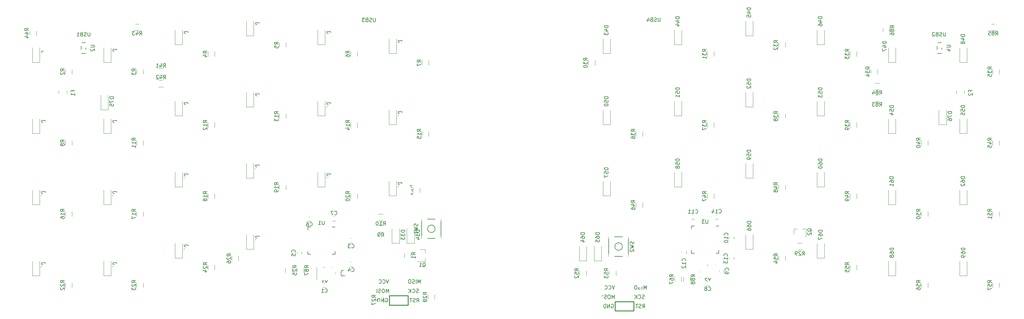
<source format=gbo>
G04 #@! TF.GenerationSoftware,KiCad,Pcbnew,(5.0.0)*
G04 #@! TF.CreationDate,2019-01-31T01:42:25-08:00*
G04 #@! TF.ProjectId,Orbit,4F726269742E6B696361645F70636200,rev?*
G04 #@! TF.SameCoordinates,Original*
G04 #@! TF.FileFunction,Legend,Bot*
G04 #@! TF.FilePolarity,Positive*
%FSLAX46Y46*%
G04 Gerber Fmt 4.6, Leading zero omitted, Abs format (unit mm)*
G04 Created by KiCad (PCBNEW (5.0.0)) date 01/31/19 01:42:25*
%MOMM*%
%LPD*%
G01*
G04 APERTURE LIST*
%ADD10C,0.120000*%
%ADD11C,0.150000*%
%ADD12C,0.250000*%
%ADD13C,0.300000*%
%ADD14C,0.010000*%
%ADD15R,1.100000X1.700000*%
%ADD16R,1.100000X1.400000*%
%ADD17R,1.100000X1.000000*%
%ADD18C,2.305000*%
%ADD19C,0.100000*%
%ADD20C,1.600000*%
%ADD21C,2.300000*%
%ADD22C,2.400000*%
%ADD23C,3.800000*%
%ADD24R,2.305000X2.305000*%
%ADD25R,1.200000X1.150000*%
%ADD26R,1.150000X1.200000*%
%ADD27R,1.600000X1.300000*%
%ADD28R,2.430000X1.540000*%
%ADD29C,2.540000*%
%ADD30R,2.100000X2.100000*%
%ADD31C,2.100000*%
%ADD32C,1.187400*%
%ADD33R,1.700000X1.100000*%
%ADD34R,1.500000X2.200000*%
%ADD35R,1.100000X0.650000*%
%ADD36R,0.650000X1.100000*%
%ADD37R,1.687500X1.687500*%
%ADD38R,1.800000X1.600000*%
%ADD39O,1.400000X2.600000*%
%ADD40O,1.400000X2.200000*%
%ADD41R,0.700000X1.550000*%
%ADD42R,1.000000X1.550000*%
%ADD43R,1.300000X1.200000*%
%ADD44R,1.200000X1.300000*%
G04 APERTURE END LIST*
D10*
G04 #@! TO.C,R9*
X122837500Y-100720000D02*
X121637500Y-100720000D01*
X121637500Y-102480000D02*
X122837500Y-102480000D01*
D11*
G04 #@! TO.C,U2*
X42212500Y-51731250D02*
X42212500Y-54631250D01*
X42212500Y-51731250D02*
X43512500Y-51731250D01*
X43512500Y-51731250D02*
X43512500Y-54631250D01*
X43512500Y-54631250D02*
X42212500Y-54631250D01*
D10*
G04 #@! TO.C,C1*
X107506250Y-116081250D02*
X106806250Y-116081250D01*
X106806250Y-117281250D02*
X107506250Y-117281250D01*
G04 #@! TO.C,C2*
X110144000Y-113156250D02*
X110144000Y-113856250D01*
X111344000Y-113856250D02*
X111344000Y-113156250D01*
G04 #@! TO.C,C3*
X114650000Y-104175000D02*
X113950000Y-104175000D01*
X113950000Y-105375000D02*
X114650000Y-105375000D01*
G04 #@! TO.C,C4*
X114650000Y-110525000D02*
X113950000Y-110525000D01*
X113950000Y-111725000D02*
X114650000Y-111725000D01*
G04 #@! TO.C,C5*
X101057000Y-108427000D02*
X101057000Y-107727000D01*
X99857000Y-107727000D02*
X99857000Y-108427000D01*
G04 #@! TO.C,C6*
X103474000Y-98333000D02*
X102774000Y-98333000D01*
X102774000Y-99533000D02*
X103474000Y-99533000D01*
G04 #@! TO.C,C7*
X109378000Y-99533000D02*
X110078000Y-99533000D01*
X110078000Y-98333000D02*
X109378000Y-98333000D01*
G04 #@! TO.C,C8*
X209900000Y-115605000D02*
X209200000Y-115605000D01*
X209200000Y-116805000D02*
X209900000Y-116805000D01*
G04 #@! TO.C,C9*
X212633000Y-112553000D02*
X212633000Y-113253000D01*
X213833000Y-113253000D02*
X213833000Y-112553000D01*
G04 #@! TO.C,C10*
X215300000Y-103675000D02*
X215300000Y-104375000D01*
X216500000Y-104375000D02*
X216500000Y-103675000D01*
G04 #@! TO.C,C11*
X205931250Y-97825000D02*
X205231250Y-97825000D01*
X205231250Y-99025000D02*
X205931250Y-99025000D01*
G04 #@! TO.C,C12*
X203800000Y-108300000D02*
X203800000Y-107600000D01*
X202600000Y-107600000D02*
X202600000Y-108300000D01*
G04 #@! TO.C,C13*
X216500000Y-109887500D02*
X216500000Y-109187500D01*
X215300000Y-109187500D02*
X215300000Y-109887500D01*
G04 #@! TO.C,C14*
X211581250Y-99025000D02*
X212281250Y-99025000D01*
X212281250Y-97825000D02*
X211581250Y-97825000D01*
G04 #@! TO.C,D9*
X31162500Y-57018750D02*
X29162500Y-57018750D01*
X29162500Y-57018750D02*
X29162500Y-53118750D01*
X31162500Y-57018750D02*
X31162500Y-53118750D01*
G04 #@! TO.C,D10*
X50212500Y-57018750D02*
X48212500Y-57018750D01*
X48212500Y-57018750D02*
X48212500Y-53118750D01*
X50212500Y-57018750D02*
X50212500Y-53118750D01*
G04 #@! TO.C,D11*
X69262500Y-52256250D02*
X67262500Y-52256250D01*
X67262500Y-52256250D02*
X67262500Y-48356250D01*
X69262500Y-52256250D02*
X69262500Y-48356250D01*
G04 #@! TO.C,D12*
X88312500Y-49875000D02*
X86312500Y-49875000D01*
X86312500Y-49875000D02*
X86312500Y-45975000D01*
X88312500Y-49875000D02*
X88312500Y-45975000D01*
G04 #@! TO.C,D13*
X107362500Y-52256250D02*
X105362500Y-52256250D01*
X105362500Y-52256250D02*
X105362500Y-48356250D01*
X107362500Y-52256250D02*
X107362500Y-48356250D01*
G04 #@! TO.C,D14*
X126412500Y-54637500D02*
X124412500Y-54637500D01*
X124412500Y-54637500D02*
X124412500Y-50737500D01*
X126412500Y-54637500D02*
X126412500Y-50737500D01*
G04 #@! TO.C,D16*
X31162500Y-76068750D02*
X29162500Y-76068750D01*
X29162500Y-76068750D02*
X29162500Y-72168750D01*
X31162500Y-76068750D02*
X31162500Y-72168750D01*
G04 #@! TO.C,D17*
X50212500Y-76068750D02*
X48212500Y-76068750D01*
X48212500Y-76068750D02*
X48212500Y-72168750D01*
X50212500Y-76068750D02*
X50212500Y-72168750D01*
G04 #@! TO.C,D18*
X69262500Y-71306250D02*
X67262500Y-71306250D01*
X67262500Y-71306250D02*
X67262500Y-67406250D01*
X69262500Y-71306250D02*
X69262500Y-67406250D01*
G04 #@! TO.C,D19*
X88312500Y-68925000D02*
X86312500Y-68925000D01*
X86312500Y-68925000D02*
X86312500Y-65025000D01*
X88312500Y-68925000D02*
X88312500Y-65025000D01*
G04 #@! TO.C,D20*
X107362500Y-71306250D02*
X105362500Y-71306250D01*
X105362500Y-71306250D02*
X105362500Y-67406250D01*
X107362500Y-71306250D02*
X107362500Y-67406250D01*
G04 #@! TO.C,D21*
X126412500Y-73687500D02*
X124412500Y-73687500D01*
X124412500Y-73687500D02*
X124412500Y-69787500D01*
X126412500Y-73687500D02*
X126412500Y-69787500D01*
G04 #@! TO.C,D23*
X31162500Y-95118750D02*
X29162500Y-95118750D01*
X29162500Y-95118750D02*
X29162500Y-91218750D01*
X31162500Y-95118750D02*
X31162500Y-91218750D01*
G04 #@! TO.C,D24*
X50212500Y-95118750D02*
X48212500Y-95118750D01*
X48212500Y-95118750D02*
X48212500Y-91218750D01*
X50212500Y-95118750D02*
X50212500Y-91218750D01*
G04 #@! TO.C,D25*
X69262500Y-90356250D02*
X67262500Y-90356250D01*
X67262500Y-90356250D02*
X67262500Y-86456250D01*
X69262500Y-90356250D02*
X69262500Y-86456250D01*
G04 #@! TO.C,D26*
X88312500Y-87975000D02*
X86312500Y-87975000D01*
X86312500Y-87975000D02*
X86312500Y-84075000D01*
X88312500Y-87975000D02*
X88312500Y-84075000D01*
G04 #@! TO.C,D27*
X107362500Y-90356250D02*
X105362500Y-90356250D01*
X105362500Y-90356250D02*
X105362500Y-86456250D01*
X107362500Y-90356250D02*
X107362500Y-86456250D01*
G04 #@! TO.C,D28*
X126412500Y-92737500D02*
X124412500Y-92737500D01*
X124412500Y-92737500D02*
X124412500Y-88837500D01*
X126412500Y-92737500D02*
X126412500Y-88837500D01*
G04 #@! TO.C,D29*
X31162500Y-114168750D02*
X29162500Y-114168750D01*
X29162500Y-114168750D02*
X29162500Y-110268750D01*
X31162500Y-114168750D02*
X31162500Y-110268750D01*
G04 #@! TO.C,D30*
X50212500Y-114168750D02*
X48212500Y-114168750D01*
X48212500Y-114168750D02*
X48212500Y-110268750D01*
X50212500Y-114168750D02*
X50212500Y-110268750D01*
G04 #@! TO.C,D31*
X69262500Y-109406250D02*
X67262500Y-109406250D01*
X67262500Y-109406250D02*
X67262500Y-105506250D01*
X69262500Y-109406250D02*
X69262500Y-105506250D01*
G04 #@! TO.C,D32*
X88312500Y-107025000D02*
X86312500Y-107025000D01*
X86312500Y-107025000D02*
X86312500Y-103125000D01*
X88312500Y-107025000D02*
X88312500Y-103125000D01*
G04 #@! TO.C,D33*
X127206250Y-105437500D02*
X125206250Y-105437500D01*
X125206250Y-105437500D02*
X125206250Y-101537500D01*
X127206250Y-105437500D02*
X127206250Y-101537500D01*
G04 #@! TO.C,D34*
X131175000Y-105437500D02*
X129175000Y-105437500D01*
X129175000Y-105437500D02*
X129175000Y-101537500D01*
X131175000Y-105437500D02*
X131175000Y-101537500D01*
G04 #@! TO.C,D43*
X183562500Y-54637500D02*
X181562500Y-54637500D01*
X181562500Y-54637500D02*
X181562500Y-50737500D01*
X183562500Y-54637500D02*
X183562500Y-50737500D01*
G04 #@! TO.C,D44*
X202612500Y-52256250D02*
X200612500Y-52256250D01*
X200612500Y-52256250D02*
X200612500Y-48356250D01*
X202612500Y-52256250D02*
X202612500Y-48356250D01*
G04 #@! TO.C,D45*
X221662500Y-49875000D02*
X219662500Y-49875000D01*
X219662500Y-49875000D02*
X219662500Y-45975000D01*
X221662500Y-49875000D02*
X221662500Y-45975000D01*
G04 #@! TO.C,D46*
X240712500Y-52256250D02*
X238712500Y-52256250D01*
X238712500Y-52256250D02*
X238712500Y-48356250D01*
X240712500Y-52256250D02*
X240712500Y-48356250D01*
G04 #@! TO.C,D47*
X259762500Y-57018750D02*
X257762500Y-57018750D01*
X257762500Y-57018750D02*
X257762500Y-53118750D01*
X259762500Y-57018750D02*
X259762500Y-53118750D01*
G04 #@! TO.C,D48*
X278812500Y-57018750D02*
X276812500Y-57018750D01*
X276812500Y-57018750D02*
X276812500Y-53118750D01*
X278812500Y-57018750D02*
X278812500Y-53118750D01*
G04 #@! TO.C,D50*
X183562500Y-73687500D02*
X181562500Y-73687500D01*
X181562500Y-73687500D02*
X181562500Y-69787500D01*
X183562500Y-73687500D02*
X183562500Y-69787500D01*
G04 #@! TO.C,D51*
X202612500Y-71306250D02*
X200612500Y-71306250D01*
X200612500Y-71306250D02*
X200612500Y-67406250D01*
X202612500Y-71306250D02*
X202612500Y-67406250D01*
G04 #@! TO.C,D52*
X221662500Y-68925000D02*
X219662500Y-68925000D01*
X219662500Y-68925000D02*
X219662500Y-65025000D01*
X221662500Y-68925000D02*
X221662500Y-65025000D01*
G04 #@! TO.C,D53*
X240712500Y-71306250D02*
X238712500Y-71306250D01*
X238712500Y-71306250D02*
X238712500Y-67406250D01*
X240712500Y-71306250D02*
X240712500Y-67406250D01*
G04 #@! TO.C,D54*
X259762500Y-76068750D02*
X257762500Y-76068750D01*
X257762500Y-76068750D02*
X257762500Y-72168750D01*
X259762500Y-76068750D02*
X259762500Y-72168750D01*
G04 #@! TO.C,D55*
X278812500Y-76068750D02*
X276812500Y-76068750D01*
X276812500Y-76068750D02*
X276812500Y-72168750D01*
X278812500Y-76068750D02*
X278812500Y-72168750D01*
G04 #@! TO.C,D57*
X183562500Y-92737500D02*
X181562500Y-92737500D01*
X181562500Y-92737500D02*
X181562500Y-88837500D01*
X183562500Y-92737500D02*
X183562500Y-88837500D01*
G04 #@! TO.C,D58*
X202612500Y-90356250D02*
X200612500Y-90356250D01*
X200612500Y-90356250D02*
X200612500Y-86456250D01*
X202612500Y-90356250D02*
X202612500Y-86456250D01*
G04 #@! TO.C,D59*
X221662500Y-87975000D02*
X219662500Y-87975000D01*
X219662500Y-87975000D02*
X219662500Y-84075000D01*
X221662500Y-87975000D02*
X221662500Y-84075000D01*
G04 #@! TO.C,D60*
X240712500Y-90356250D02*
X238712500Y-90356250D01*
X238712500Y-90356250D02*
X238712500Y-86456250D01*
X240712500Y-90356250D02*
X240712500Y-86456250D01*
G04 #@! TO.C,D61*
X259762500Y-95118750D02*
X257762500Y-95118750D01*
X257762500Y-95118750D02*
X257762500Y-91218750D01*
X259762500Y-95118750D02*
X259762500Y-91218750D01*
G04 #@! TO.C,D62*
X278812500Y-95118750D02*
X276812500Y-95118750D01*
X276812500Y-95118750D02*
X276812500Y-91218750D01*
X278812500Y-95118750D02*
X278812500Y-91218750D01*
G04 #@! TO.C,D64*
X177212500Y-110200000D02*
X175212500Y-110200000D01*
X175212500Y-110200000D02*
X175212500Y-106300000D01*
X177212500Y-110200000D02*
X177212500Y-106300000D01*
G04 #@! TO.C,D65*
X181181250Y-110200000D02*
X179181250Y-110200000D01*
X179181250Y-110200000D02*
X179181250Y-106300000D01*
X181181250Y-110200000D02*
X181181250Y-106300000D01*
G04 #@! TO.C,D66*
X221662500Y-107025000D02*
X219662500Y-107025000D01*
X219662500Y-107025000D02*
X219662500Y-103125000D01*
X221662500Y-107025000D02*
X221662500Y-103125000D01*
G04 #@! TO.C,D67*
X240712500Y-109406250D02*
X238712500Y-109406250D01*
X238712500Y-109406250D02*
X238712500Y-105506250D01*
X240712500Y-109406250D02*
X240712500Y-105506250D01*
G04 #@! TO.C,D68*
X259762500Y-114168750D02*
X257762500Y-114168750D01*
X257762500Y-114168750D02*
X257762500Y-110268750D01*
X259762500Y-114168750D02*
X259762500Y-110268750D01*
G04 #@! TO.C,D69*
X278812500Y-114168750D02*
X276812500Y-114168750D01*
X276812500Y-114168750D02*
X276812500Y-110268750D01*
X278812500Y-114168750D02*
X278812500Y-110268750D01*
G04 #@! TO.C,D75*
X49418750Y-69718750D02*
X47418750Y-69718750D01*
X47418750Y-69718750D02*
X47418750Y-65818750D01*
X49418750Y-69718750D02*
X49418750Y-65818750D01*
G04 #@! TO.C,D76*
X273256250Y-73687500D02*
X271256250Y-73687500D01*
X271256250Y-73687500D02*
X271256250Y-69787500D01*
X273256250Y-73687500D02*
X273256250Y-69787500D01*
G04 #@! TO.C,F1*
X36236250Y-64087500D02*
X36236250Y-66087500D01*
X38376250Y-66087500D02*
X38376250Y-64087500D01*
G04 #@! TO.C,F2*
X275948750Y-64087500D02*
X275948750Y-66087500D01*
X278088750Y-66087500D02*
X278088750Y-64087500D01*
D12*
G04 #@! TO.C,J2*
X129500000Y-119518750D02*
X124500000Y-119518750D01*
X124500000Y-119518750D02*
X124500000Y-122018750D01*
X124500000Y-122018750D02*
X129500000Y-122018750D01*
X129500000Y-122018750D02*
X129500000Y-119518750D01*
D10*
G04 #@! TO.C,R10*
X122837500Y-97672000D02*
X121637500Y-97672000D01*
X121637500Y-99432000D02*
X122837500Y-99432000D01*
G04 #@! TO.C,R25*
X96751250Y-112112500D02*
X96751250Y-113312500D01*
X98511250Y-113312500D02*
X98511250Y-112112500D01*
G04 #@! TO.C,R41*
X62900000Y-60411250D02*
X64100000Y-60411250D01*
X64100000Y-58651250D02*
X62900000Y-58651250D01*
G04 #@! TO.C,R42*
X62900000Y-63586250D02*
X64100000Y-63586250D01*
X64100000Y-61826250D02*
X62900000Y-61826250D01*
G04 #@! TO.C,R43*
X57750000Y-46745000D02*
X56550000Y-46745000D01*
X56550000Y-48505000D02*
X57750000Y-48505000D01*
G04 #@! TO.C,R44*
X30248750Y-49812500D02*
X30248750Y-48612500D01*
X28488750Y-48612500D02*
X28488750Y-49812500D01*
G04 #@! TO.C,R67*
X200732500Y-114493750D02*
X200732500Y-115693750D01*
X202492500Y-115693750D02*
X202492500Y-114493750D01*
G04 #@! TO.C,R83*
X255393750Y-65795000D02*
X254193750Y-65795000D01*
X254193750Y-67555000D02*
X255393750Y-67555000D01*
G04 #@! TO.C,R84*
X255393750Y-62620000D02*
X254193750Y-62620000D01*
X254193750Y-64380000D02*
X255393750Y-64380000D01*
G04 #@! TO.C,R85*
X286350000Y-46745000D02*
X285150000Y-46745000D01*
X285150000Y-48505000D02*
X286350000Y-48505000D01*
G04 #@! TO.C,R86*
X256295000Y-47818750D02*
X256295000Y-49018750D01*
X258055000Y-49018750D02*
X258055000Y-47818750D01*
G04 #@! TO.C,R87*
X99926250Y-112112500D02*
X99926250Y-113312500D01*
X101686250Y-113312500D02*
X101686250Y-112112500D01*
G04 #@! TO.C,R88*
X203113750Y-114493750D02*
X203113750Y-115693750D01*
X204873750Y-115693750D02*
X204873750Y-114493750D01*
D11*
G04 #@! TO.C,SW1*
X138331250Y-104200000D02*
X138331250Y-99000000D01*
X138331250Y-99000000D02*
X133131250Y-99000000D01*
X133131250Y-99000000D02*
X133131250Y-104200000D01*
X133131250Y-104200000D02*
X138331250Y-104200000D01*
X136731250Y-101600000D02*
G75*
G03X136731250Y-101600000I-1000000J0D01*
G01*
G04 #@! TO.C,SW2*
X188337500Y-108962500D02*
X188337500Y-103762500D01*
X188337500Y-103762500D02*
X183137500Y-103762500D01*
X183137500Y-103762500D02*
X183137500Y-108962500D01*
X183137500Y-108962500D02*
X188337500Y-108962500D01*
X186737500Y-106362500D02*
G75*
G03X186737500Y-106362500I-1000000J0D01*
G01*
G04 #@! TO.C,U1*
X102737500Y-101150000D02*
X102737500Y-101925000D01*
X109987500Y-108400000D02*
X109987500Y-107625000D01*
X102737500Y-108400000D02*
X102737500Y-107625000D01*
X109987500Y-101150000D02*
X109212500Y-101150000D01*
X109987500Y-108400000D02*
X109212500Y-108400000D01*
X102737500Y-108400000D02*
X103512500Y-108400000D01*
X102737500Y-101150000D02*
X103512500Y-101150000D01*
G04 #@! TO.C,U3*
X205227598Y-100868993D02*
X205227598Y-101643993D01*
X212477598Y-108118993D02*
X212477598Y-107343993D01*
X205227598Y-108118993D02*
X205227598Y-107343993D01*
X212477598Y-100868993D02*
X211702598Y-100868993D01*
X212477598Y-108118993D02*
X211702598Y-108118993D01*
X205227598Y-108118993D02*
X206002598Y-108118993D01*
X205227598Y-100868993D02*
X206002598Y-100868993D01*
G04 #@! TO.C,U4*
X270812500Y-51731250D02*
X270812500Y-54631250D01*
X270812500Y-51731250D02*
X272112500Y-51731250D01*
X272112500Y-51731250D02*
X272112500Y-54631250D01*
X272112500Y-54631250D02*
X270812500Y-54631250D01*
D10*
G04 #@! TO.C,Y1*
X105156250Y-115156250D02*
X105156250Y-111856250D01*
X105156250Y-111856250D02*
X109156250Y-111856250D01*
G04 #@! TO.C,Y2*
X207550000Y-114553000D02*
X207550000Y-111253000D01*
X207550000Y-111253000D02*
X211550000Y-111253000D01*
G04 #@! TO.C,Q1*
X134110000Y-107163750D02*
X134110000Y-108093750D01*
X134110000Y-110323750D02*
X134110000Y-109393750D01*
X134110000Y-110323750D02*
X131950000Y-110323750D01*
X134110000Y-107163750D02*
X132650000Y-107163750D01*
G04 #@! TO.C,Q2*
X232576250Y-101633750D02*
X233506250Y-101633750D01*
X235736250Y-101633750D02*
X234806250Y-101633750D01*
X235736250Y-101633750D02*
X235736250Y-103793750D01*
X232576250Y-101633750D02*
X232576250Y-103093750D01*
G04 #@! TO.C,R1*
X128501250Y-108143750D02*
X128501250Y-109343750D01*
X130261250Y-109343750D02*
X130261250Y-108143750D01*
G04 #@! TO.C,R2*
X39773750Y-60131250D02*
X39773750Y-58931250D01*
X38013750Y-58931250D02*
X38013750Y-60131250D01*
G04 #@! TO.C,R3*
X58823750Y-60131250D02*
X58823750Y-58931250D01*
X57063750Y-58931250D02*
X57063750Y-60131250D01*
G04 #@! TO.C,R4*
X77873750Y-55368750D02*
X77873750Y-54168750D01*
X76113750Y-54168750D02*
X76113750Y-55368750D01*
G04 #@! TO.C,R5*
X96923750Y-52987500D02*
X96923750Y-51787500D01*
X95163750Y-51787500D02*
X95163750Y-52987500D01*
G04 #@! TO.C,R6*
X115973750Y-55368750D02*
X115973750Y-54168750D01*
X114213750Y-54168750D02*
X114213750Y-55368750D01*
G04 #@! TO.C,R7*
X135023750Y-57750000D02*
X135023750Y-56550000D01*
X133263750Y-56550000D02*
X133263750Y-57750000D01*
G04 #@! TO.C,R8*
X39773750Y-79181250D02*
X39773750Y-77981250D01*
X38013750Y-77981250D02*
X38013750Y-79181250D01*
G04 #@! TO.C,R11*
X58823750Y-79181250D02*
X58823750Y-77981250D01*
X57063750Y-77981250D02*
X57063750Y-79181250D01*
G04 #@! TO.C,R12*
X77873750Y-74418750D02*
X77873750Y-73218750D01*
X76113750Y-73218750D02*
X76113750Y-74418750D01*
G04 #@! TO.C,R13*
X96923750Y-72037500D02*
X96923750Y-70837500D01*
X95163750Y-70837500D02*
X95163750Y-72037500D01*
G04 #@! TO.C,R14*
X115973750Y-74418750D02*
X115973750Y-73218750D01*
X114213750Y-73218750D02*
X114213750Y-74418750D01*
G04 #@! TO.C,R15*
X135023750Y-76800000D02*
X135023750Y-75600000D01*
X133263750Y-75600000D02*
X133263750Y-76800000D01*
G04 #@! TO.C,R16*
X39773750Y-98231250D02*
X39773750Y-97031250D01*
X38013750Y-97031250D02*
X38013750Y-98231250D01*
G04 #@! TO.C,R17*
X58823750Y-98231250D02*
X58823750Y-97031250D01*
X57063750Y-97031250D02*
X57063750Y-98231250D01*
G04 #@! TO.C,R18*
X77873750Y-93468750D02*
X77873750Y-92268750D01*
X76113750Y-92268750D02*
X76113750Y-93468750D01*
G04 #@! TO.C,R19*
X96923750Y-91087500D02*
X96923750Y-89887500D01*
X95163750Y-89887500D02*
X95163750Y-91087500D01*
G04 #@! TO.C,R20*
X115973750Y-93468750D02*
X115973750Y-92268750D01*
X114213750Y-92268750D02*
X114213750Y-93468750D01*
G04 #@! TO.C,R21*
X132642500Y-91881250D02*
X132642500Y-90681250D01*
X130882500Y-90681250D02*
X130882500Y-91881250D01*
G04 #@! TO.C,R22*
X39773750Y-117281250D02*
X39773750Y-116081250D01*
X38013750Y-116081250D02*
X38013750Y-117281250D01*
G04 #@! TO.C,R23*
X58823750Y-117281250D02*
X58823750Y-116081250D01*
X57063750Y-116081250D02*
X57063750Y-117281250D01*
G04 #@! TO.C,R24*
X77873750Y-112518750D02*
X77873750Y-111318750D01*
X76113750Y-111318750D02*
X76113750Y-112518750D01*
G04 #@! TO.C,R26*
X84223750Y-110137500D02*
X84223750Y-108937500D01*
X82463750Y-108937500D02*
X82463750Y-110137500D01*
G04 #@! TO.C,R27*
X122927000Y-121250000D02*
X122927000Y-120050000D01*
X121167000Y-120050000D02*
X121167000Y-121250000D01*
G04 #@! TO.C,R28*
X136611250Y-120456250D02*
X136611250Y-119256250D01*
X134851250Y-119256250D02*
X134851250Y-120456250D01*
G04 #@! TO.C,R29*
X233556250Y-107242500D02*
X234756250Y-107242500D01*
X234756250Y-105482500D02*
X233556250Y-105482500D01*
G04 #@! TO.C,R30*
X179473750Y-57750000D02*
X179473750Y-56550000D01*
X177713750Y-56550000D02*
X177713750Y-57750000D01*
G04 #@! TO.C,R31*
X211223750Y-55368750D02*
X211223750Y-54168750D01*
X209463750Y-54168750D02*
X209463750Y-55368750D01*
G04 #@! TO.C,R32*
X230273750Y-52987500D02*
X230273750Y-51787500D01*
X228513750Y-51787500D02*
X228513750Y-52987500D01*
G04 #@! TO.C,R33*
X249323750Y-55368750D02*
X249323750Y-54168750D01*
X247563750Y-54168750D02*
X247563750Y-55368750D01*
G04 #@! TO.C,R34*
X254880000Y-60131250D02*
X254880000Y-58931250D01*
X253120000Y-58931250D02*
X253120000Y-60131250D01*
G04 #@! TO.C,R35*
X287423750Y-60131250D02*
X287423750Y-58931250D01*
X285663750Y-58931250D02*
X285663750Y-60131250D01*
G04 #@! TO.C,R36*
X192173750Y-76800000D02*
X192173750Y-75600000D01*
X190413750Y-75600000D02*
X190413750Y-76800000D01*
G04 #@! TO.C,R37*
X211223750Y-74418750D02*
X211223750Y-73218750D01*
X209463750Y-73218750D02*
X209463750Y-74418750D01*
G04 #@! TO.C,R38*
X230273750Y-72037500D02*
X230273750Y-70837500D01*
X228513750Y-70837500D02*
X228513750Y-72037500D01*
G04 #@! TO.C,R39*
X249323750Y-74418750D02*
X249323750Y-73218750D01*
X247563750Y-73218750D02*
X247563750Y-74418750D01*
G04 #@! TO.C,R40*
X268373750Y-79181250D02*
X268373750Y-77981250D01*
X266613750Y-77981250D02*
X266613750Y-79181250D01*
G04 #@! TO.C,R45*
X287423750Y-79181250D02*
X287423750Y-77981250D01*
X285663750Y-77981250D02*
X285663750Y-79181250D01*
G04 #@! TO.C,R46*
X192173750Y-95850000D02*
X192173750Y-94650000D01*
X190413750Y-94650000D02*
X190413750Y-95850000D01*
G04 #@! TO.C,R47*
X211223750Y-93468750D02*
X211223750Y-92268750D01*
X209463750Y-92268750D02*
X209463750Y-93468750D01*
G04 #@! TO.C,R48*
X230273750Y-91087500D02*
X230273750Y-89887500D01*
X228513750Y-89887500D02*
X228513750Y-91087500D01*
G04 #@! TO.C,R49*
X249323750Y-93468750D02*
X249323750Y-92268750D01*
X247563750Y-92268750D02*
X247563750Y-93468750D01*
G04 #@! TO.C,R50*
X268373750Y-98231250D02*
X268373750Y-97031250D01*
X266613750Y-97031250D02*
X266613750Y-98231250D01*
G04 #@! TO.C,R51*
X287423750Y-98231250D02*
X287423750Y-97031250D01*
X285663750Y-97031250D02*
X285663750Y-98231250D01*
G04 #@! TO.C,R52*
X177092500Y-114106250D02*
X177092500Y-112906250D01*
X175332500Y-112906250D02*
X175332500Y-114106250D01*
G04 #@! TO.C,R53*
X185030000Y-114106250D02*
X185030000Y-112906250D01*
X183270000Y-112906250D02*
X183270000Y-114106250D01*
G04 #@! TO.C,R54*
X230273750Y-110137500D02*
X230273750Y-108937500D01*
X228513750Y-108937500D02*
X228513750Y-110137500D01*
G04 #@! TO.C,R55*
X249323750Y-112518750D02*
X249323750Y-111318750D01*
X247563750Y-111318750D02*
X247563750Y-112518750D01*
G04 #@! TO.C,R56*
X268373750Y-117281250D02*
X268373750Y-116081250D01*
X266613750Y-116081250D02*
X266613750Y-117281250D01*
G04 #@! TO.C,R57*
X287423750Y-117281250D02*
X287423750Y-116081250D01*
X285663750Y-116081250D02*
X285663750Y-117281250D01*
D12*
G04 #@! TO.C,J12*
X189825000Y-123606250D02*
X189825000Y-121106250D01*
X184825000Y-123606250D02*
X189825000Y-123606250D01*
X184825000Y-121106250D02*
X184825000Y-123606250D01*
X189825000Y-121106250D02*
X184825000Y-121106250D01*
G04 #@! TO.C,R9*
D11*
X122404166Y-103702380D02*
X122737500Y-103226190D01*
X122975595Y-103702380D02*
X122975595Y-102702380D01*
X122594642Y-102702380D01*
X122499404Y-102750000D01*
X122451785Y-102797619D01*
X122404166Y-102892857D01*
X122404166Y-103035714D01*
X122451785Y-103130952D01*
X122499404Y-103178571D01*
X122594642Y-103226190D01*
X122975595Y-103226190D01*
X121927976Y-103702380D02*
X121737500Y-103702380D01*
X121642261Y-103654761D01*
X121594642Y-103607142D01*
X121499404Y-103464285D01*
X121451785Y-103273809D01*
X121451785Y-102892857D01*
X121499404Y-102797619D01*
X121547023Y-102750000D01*
X121642261Y-102702380D01*
X121832738Y-102702380D01*
X121927976Y-102750000D01*
X121975595Y-102797619D01*
X122023214Y-102892857D01*
X122023214Y-103130952D01*
X121975595Y-103226190D01*
X121927976Y-103273809D01*
X121832738Y-103321428D01*
X121642261Y-103321428D01*
X121547023Y-103273809D01*
X121499404Y-103226190D01*
X121451785Y-103130952D01*
G04 #@! TO.C,U2*
X44764880Y-52419345D02*
X45574404Y-52419345D01*
X45669642Y-52466964D01*
X45717261Y-52514583D01*
X45764880Y-52609821D01*
X45764880Y-52800297D01*
X45717261Y-52895535D01*
X45669642Y-52943154D01*
X45574404Y-52990773D01*
X44764880Y-52990773D01*
X44860119Y-53419345D02*
X44812500Y-53466964D01*
X44764880Y-53562202D01*
X44764880Y-53800297D01*
X44812500Y-53895535D01*
X44860119Y-53943154D01*
X44955357Y-53990773D01*
X45050595Y-53990773D01*
X45193452Y-53943154D01*
X45764880Y-53371726D01*
X45764880Y-53990773D01*
G04 #@! TO.C,C1*
X107322916Y-118538392D02*
X107370535Y-118586011D01*
X107513392Y-118633630D01*
X107608630Y-118633630D01*
X107751488Y-118586011D01*
X107846726Y-118490773D01*
X107894345Y-118395535D01*
X107941964Y-118205059D01*
X107941964Y-118062202D01*
X107894345Y-117871726D01*
X107846726Y-117776488D01*
X107751488Y-117681250D01*
X107608630Y-117633630D01*
X107513392Y-117633630D01*
X107370535Y-117681250D01*
X107322916Y-117728869D01*
X106370535Y-118633630D02*
X106941964Y-118633630D01*
X106656250Y-118633630D02*
X106656250Y-117633630D01*
X106751488Y-117776488D01*
X106846726Y-117871726D01*
X106941964Y-117919345D01*
G04 #@! TO.C,C2*
X112601142Y-113339583D02*
X112648761Y-113291964D01*
X112696380Y-113149107D01*
X112696380Y-113053869D01*
X112648761Y-112911011D01*
X112553523Y-112815773D01*
X112458285Y-112768154D01*
X112267809Y-112720535D01*
X112124952Y-112720535D01*
X111934476Y-112768154D01*
X111839238Y-112815773D01*
X111744000Y-112911011D01*
X111696380Y-113053869D01*
X111696380Y-113149107D01*
X111744000Y-113291964D01*
X111791619Y-113339583D01*
X111791619Y-113720535D02*
X111744000Y-113768154D01*
X111696380Y-113863392D01*
X111696380Y-114101488D01*
X111744000Y-114196726D01*
X111791619Y-114244345D01*
X111886857Y-114291964D01*
X111982095Y-114291964D01*
X112124952Y-114244345D01*
X112696380Y-113672916D01*
X112696380Y-114291964D01*
G04 #@! TO.C,C3*
X114466666Y-106632142D02*
X114514285Y-106679761D01*
X114657142Y-106727380D01*
X114752380Y-106727380D01*
X114895238Y-106679761D01*
X114990476Y-106584523D01*
X115038095Y-106489285D01*
X115085714Y-106298809D01*
X115085714Y-106155952D01*
X115038095Y-105965476D01*
X114990476Y-105870238D01*
X114895238Y-105775000D01*
X114752380Y-105727380D01*
X114657142Y-105727380D01*
X114514285Y-105775000D01*
X114466666Y-105822619D01*
X114133333Y-105727380D02*
X113514285Y-105727380D01*
X113847619Y-106108333D01*
X113704761Y-106108333D01*
X113609523Y-106155952D01*
X113561904Y-106203571D01*
X113514285Y-106298809D01*
X113514285Y-106536904D01*
X113561904Y-106632142D01*
X113609523Y-106679761D01*
X113704761Y-106727380D01*
X113990476Y-106727380D01*
X114085714Y-106679761D01*
X114133333Y-106632142D01*
G04 #@! TO.C,C4*
X114466666Y-112982142D02*
X114514285Y-113029761D01*
X114657142Y-113077380D01*
X114752380Y-113077380D01*
X114895238Y-113029761D01*
X114990476Y-112934523D01*
X115038095Y-112839285D01*
X115085714Y-112648809D01*
X115085714Y-112505952D01*
X115038095Y-112315476D01*
X114990476Y-112220238D01*
X114895238Y-112125000D01*
X114752380Y-112077380D01*
X114657142Y-112077380D01*
X114514285Y-112125000D01*
X114466666Y-112172619D01*
X113609523Y-112410714D02*
X113609523Y-113077380D01*
X113847619Y-112029761D02*
X114085714Y-112744047D01*
X113466666Y-112744047D01*
G04 #@! TO.C,C5*
X99314142Y-107910333D02*
X99361761Y-107862714D01*
X99409380Y-107719857D01*
X99409380Y-107624619D01*
X99361761Y-107481761D01*
X99266523Y-107386523D01*
X99171285Y-107338904D01*
X98980809Y-107291285D01*
X98837952Y-107291285D01*
X98647476Y-107338904D01*
X98552238Y-107386523D01*
X98457000Y-107481761D01*
X98409380Y-107624619D01*
X98409380Y-107719857D01*
X98457000Y-107862714D01*
X98504619Y-107910333D01*
X98409380Y-108815095D02*
X98409380Y-108338904D01*
X98885571Y-108291285D01*
X98837952Y-108338904D01*
X98790333Y-108434142D01*
X98790333Y-108672238D01*
X98837952Y-108767476D01*
X98885571Y-108815095D01*
X98980809Y-108862714D01*
X99218904Y-108862714D01*
X99314142Y-108815095D01*
X99361761Y-108767476D01*
X99409380Y-108672238D01*
X99409380Y-108434142D01*
X99361761Y-108338904D01*
X99314142Y-108291285D01*
G04 #@! TO.C,C6*
X103290666Y-100790142D02*
X103338285Y-100837761D01*
X103481142Y-100885380D01*
X103576380Y-100885380D01*
X103719238Y-100837761D01*
X103814476Y-100742523D01*
X103862095Y-100647285D01*
X103909714Y-100456809D01*
X103909714Y-100313952D01*
X103862095Y-100123476D01*
X103814476Y-100028238D01*
X103719238Y-99933000D01*
X103576380Y-99885380D01*
X103481142Y-99885380D01*
X103338285Y-99933000D01*
X103290666Y-99980619D01*
X102433523Y-99885380D02*
X102624000Y-99885380D01*
X102719238Y-99933000D01*
X102766857Y-99980619D01*
X102862095Y-100123476D01*
X102909714Y-100313952D01*
X102909714Y-100694904D01*
X102862095Y-100790142D01*
X102814476Y-100837761D01*
X102719238Y-100885380D01*
X102528761Y-100885380D01*
X102433523Y-100837761D01*
X102385904Y-100790142D01*
X102338285Y-100694904D01*
X102338285Y-100456809D01*
X102385904Y-100361571D01*
X102433523Y-100313952D01*
X102528761Y-100266333D01*
X102719238Y-100266333D01*
X102814476Y-100313952D01*
X102862095Y-100361571D01*
X102909714Y-100456809D01*
G04 #@! TO.C,C7*
X109894666Y-97790142D02*
X109942285Y-97837761D01*
X110085142Y-97885380D01*
X110180380Y-97885380D01*
X110323238Y-97837761D01*
X110418476Y-97742523D01*
X110466095Y-97647285D01*
X110513714Y-97456809D01*
X110513714Y-97313952D01*
X110466095Y-97123476D01*
X110418476Y-97028238D01*
X110323238Y-96933000D01*
X110180380Y-96885380D01*
X110085142Y-96885380D01*
X109942285Y-96933000D01*
X109894666Y-96980619D01*
X109561333Y-96885380D02*
X108894666Y-96885380D01*
X109323238Y-97885380D01*
G04 #@! TO.C,C8*
X209716666Y-118062142D02*
X209764285Y-118109761D01*
X209907142Y-118157380D01*
X210002380Y-118157380D01*
X210145238Y-118109761D01*
X210240476Y-118014523D01*
X210288095Y-117919285D01*
X210335714Y-117728809D01*
X210335714Y-117585952D01*
X210288095Y-117395476D01*
X210240476Y-117300238D01*
X210145238Y-117205000D01*
X210002380Y-117157380D01*
X209907142Y-117157380D01*
X209764285Y-117205000D01*
X209716666Y-117252619D01*
X209145238Y-117585952D02*
X209240476Y-117538333D01*
X209288095Y-117490714D01*
X209335714Y-117395476D01*
X209335714Y-117347857D01*
X209288095Y-117252619D01*
X209240476Y-117205000D01*
X209145238Y-117157380D01*
X208954761Y-117157380D01*
X208859523Y-117205000D01*
X208811904Y-117252619D01*
X208764285Y-117347857D01*
X208764285Y-117395476D01*
X208811904Y-117490714D01*
X208859523Y-117538333D01*
X208954761Y-117585952D01*
X209145238Y-117585952D01*
X209240476Y-117633571D01*
X209288095Y-117681190D01*
X209335714Y-117776428D01*
X209335714Y-117966904D01*
X209288095Y-118062142D01*
X209240476Y-118109761D01*
X209145238Y-118157380D01*
X208954761Y-118157380D01*
X208859523Y-118109761D01*
X208811904Y-118062142D01*
X208764285Y-117966904D01*
X208764285Y-117776428D01*
X208811904Y-117681190D01*
X208859523Y-117633571D01*
X208954761Y-117585952D01*
G04 #@! TO.C,C9*
X215090142Y-112736333D02*
X215137761Y-112688714D01*
X215185380Y-112545857D01*
X215185380Y-112450619D01*
X215137761Y-112307761D01*
X215042523Y-112212523D01*
X214947285Y-112164904D01*
X214756809Y-112117285D01*
X214613952Y-112117285D01*
X214423476Y-112164904D01*
X214328238Y-112212523D01*
X214233000Y-112307761D01*
X214185380Y-112450619D01*
X214185380Y-112545857D01*
X214233000Y-112688714D01*
X214280619Y-112736333D01*
X215185380Y-113212523D02*
X215185380Y-113403000D01*
X215137761Y-113498238D01*
X215090142Y-113545857D01*
X214947285Y-113641095D01*
X214756809Y-113688714D01*
X214375857Y-113688714D01*
X214280619Y-113641095D01*
X214233000Y-113593476D01*
X214185380Y-113498238D01*
X214185380Y-113307761D01*
X214233000Y-113212523D01*
X214280619Y-113164904D01*
X214375857Y-113117285D01*
X214613952Y-113117285D01*
X214709190Y-113164904D01*
X214756809Y-113212523D01*
X214804428Y-113307761D01*
X214804428Y-113498238D01*
X214756809Y-113593476D01*
X214709190Y-113641095D01*
X214613952Y-113688714D01*
G04 #@! TO.C,C10*
X214860142Y-103370142D02*
X214907761Y-103322523D01*
X214955380Y-103179666D01*
X214955380Y-103084428D01*
X214907761Y-102941571D01*
X214812523Y-102846333D01*
X214717285Y-102798714D01*
X214526809Y-102751095D01*
X214383952Y-102751095D01*
X214193476Y-102798714D01*
X214098238Y-102846333D01*
X214003000Y-102941571D01*
X213955380Y-103084428D01*
X213955380Y-103179666D01*
X214003000Y-103322523D01*
X214050619Y-103370142D01*
X214955380Y-104322523D02*
X214955380Y-103751095D01*
X214955380Y-104036809D02*
X213955380Y-104036809D01*
X214098238Y-103941571D01*
X214193476Y-103846333D01*
X214241095Y-103751095D01*
X213955380Y-104941571D02*
X213955380Y-105036809D01*
X214003000Y-105132047D01*
X214050619Y-105179666D01*
X214145857Y-105227285D01*
X214336333Y-105274904D01*
X214574428Y-105274904D01*
X214764904Y-105227285D01*
X214860142Y-105179666D01*
X214907761Y-105132047D01*
X214955380Y-105036809D01*
X214955380Y-104941571D01*
X214907761Y-104846333D01*
X214860142Y-104798714D01*
X214764904Y-104751095D01*
X214574428Y-104703476D01*
X214336333Y-104703476D01*
X214145857Y-104751095D01*
X214050619Y-104798714D01*
X214003000Y-104846333D01*
X213955380Y-104941571D01*
G04 #@! TO.C,C11*
X206255857Y-97385142D02*
X206303476Y-97432761D01*
X206446333Y-97480380D01*
X206541571Y-97480380D01*
X206684428Y-97432761D01*
X206779666Y-97337523D01*
X206827285Y-97242285D01*
X206874904Y-97051809D01*
X206874904Y-96908952D01*
X206827285Y-96718476D01*
X206779666Y-96623238D01*
X206684428Y-96528000D01*
X206541571Y-96480380D01*
X206446333Y-96480380D01*
X206303476Y-96528000D01*
X206255857Y-96575619D01*
X205303476Y-97480380D02*
X205874904Y-97480380D01*
X205589190Y-97480380D02*
X205589190Y-96480380D01*
X205684428Y-96623238D01*
X205779666Y-96718476D01*
X205874904Y-96766095D01*
X204351095Y-97480380D02*
X204922523Y-97480380D01*
X204636809Y-97480380D02*
X204636809Y-96480380D01*
X204732047Y-96623238D01*
X204827285Y-96718476D01*
X204922523Y-96766095D01*
G04 #@! TO.C,C12*
X203557142Y-110228142D02*
X203604761Y-110180523D01*
X203652380Y-110037666D01*
X203652380Y-109942428D01*
X203604761Y-109799571D01*
X203509523Y-109704333D01*
X203414285Y-109656714D01*
X203223809Y-109609095D01*
X203080952Y-109609095D01*
X202890476Y-109656714D01*
X202795238Y-109704333D01*
X202700000Y-109799571D01*
X202652380Y-109942428D01*
X202652380Y-110037666D01*
X202700000Y-110180523D01*
X202747619Y-110228142D01*
X203652380Y-111180523D02*
X203652380Y-110609095D01*
X203652380Y-110894809D02*
X202652380Y-110894809D01*
X202795238Y-110799571D01*
X202890476Y-110704333D01*
X202938095Y-110609095D01*
X202747619Y-111561476D02*
X202700000Y-111609095D01*
X202652380Y-111704333D01*
X202652380Y-111942428D01*
X202700000Y-112037666D01*
X202747619Y-112085285D01*
X202842857Y-112132904D01*
X202938095Y-112132904D01*
X203080952Y-112085285D01*
X203652380Y-111513857D01*
X203652380Y-112132904D01*
G04 #@! TO.C,C13*
X214757142Y-108894642D02*
X214804761Y-108847023D01*
X214852380Y-108704166D01*
X214852380Y-108608928D01*
X214804761Y-108466071D01*
X214709523Y-108370833D01*
X214614285Y-108323214D01*
X214423809Y-108275595D01*
X214280952Y-108275595D01*
X214090476Y-108323214D01*
X213995238Y-108370833D01*
X213900000Y-108466071D01*
X213852380Y-108608928D01*
X213852380Y-108704166D01*
X213900000Y-108847023D01*
X213947619Y-108894642D01*
X214852380Y-109847023D02*
X214852380Y-109275595D01*
X214852380Y-109561309D02*
X213852380Y-109561309D01*
X213995238Y-109466071D01*
X214090476Y-109370833D01*
X214138095Y-109275595D01*
X213852380Y-110180357D02*
X213852380Y-110799404D01*
X214233333Y-110466071D01*
X214233333Y-110608928D01*
X214280952Y-110704166D01*
X214328571Y-110751785D01*
X214423809Y-110799404D01*
X214661904Y-110799404D01*
X214757142Y-110751785D01*
X214804761Y-110704166D01*
X214852380Y-110608928D01*
X214852380Y-110323214D01*
X214804761Y-110227976D01*
X214757142Y-110180357D01*
G04 #@! TO.C,C14*
X212574107Y-97282142D02*
X212621726Y-97329761D01*
X212764583Y-97377380D01*
X212859821Y-97377380D01*
X213002678Y-97329761D01*
X213097916Y-97234523D01*
X213145535Y-97139285D01*
X213193154Y-96948809D01*
X213193154Y-96805952D01*
X213145535Y-96615476D01*
X213097916Y-96520238D01*
X213002678Y-96425000D01*
X212859821Y-96377380D01*
X212764583Y-96377380D01*
X212621726Y-96425000D01*
X212574107Y-96472619D01*
X211621726Y-97377380D02*
X212193154Y-97377380D01*
X211907440Y-97377380D02*
X211907440Y-96377380D01*
X212002678Y-96520238D01*
X212097916Y-96615476D01*
X212193154Y-96663095D01*
X210764583Y-96710714D02*
X210764583Y-97377380D01*
X211002678Y-96329761D02*
X211240773Y-97044047D01*
X210621726Y-97044047D01*
G04 #@! TO.C,D9*
X32614880Y-54030654D02*
X31614880Y-54030654D01*
X31614880Y-54268750D01*
X31662500Y-54411607D01*
X31757738Y-54506845D01*
X31852976Y-54554464D01*
X32043452Y-54602083D01*
X32186309Y-54602083D01*
X32376785Y-54554464D01*
X32472023Y-54506845D01*
X32567261Y-54411607D01*
X32614880Y-54268750D01*
X32614880Y-54030654D01*
X32614880Y-55078273D02*
X32614880Y-55268750D01*
X32567261Y-55363988D01*
X32519642Y-55411607D01*
X32376785Y-55506845D01*
X32186309Y-55554464D01*
X31805357Y-55554464D01*
X31710119Y-55506845D01*
X31662500Y-55459226D01*
X31614880Y-55363988D01*
X31614880Y-55173511D01*
X31662500Y-55078273D01*
X31710119Y-55030654D01*
X31805357Y-54983035D01*
X32043452Y-54983035D01*
X32138690Y-55030654D01*
X32186309Y-55078273D01*
X32233928Y-55173511D01*
X32233928Y-55363988D01*
X32186309Y-55459226D01*
X32138690Y-55506845D01*
X32043452Y-55554464D01*
G04 #@! TO.C,D10*
X51664880Y-53554464D02*
X50664880Y-53554464D01*
X50664880Y-53792559D01*
X50712500Y-53935416D01*
X50807738Y-54030654D01*
X50902976Y-54078273D01*
X51093452Y-54125892D01*
X51236309Y-54125892D01*
X51426785Y-54078273D01*
X51522023Y-54030654D01*
X51617261Y-53935416D01*
X51664880Y-53792559D01*
X51664880Y-53554464D01*
X51664880Y-55078273D02*
X51664880Y-54506845D01*
X51664880Y-54792559D02*
X50664880Y-54792559D01*
X50807738Y-54697321D01*
X50902976Y-54602083D01*
X50950595Y-54506845D01*
X50664880Y-55697321D02*
X50664880Y-55792559D01*
X50712500Y-55887797D01*
X50760119Y-55935416D01*
X50855357Y-55983035D01*
X51045833Y-56030654D01*
X51283928Y-56030654D01*
X51474404Y-55983035D01*
X51569642Y-55935416D01*
X51617261Y-55887797D01*
X51664880Y-55792559D01*
X51664880Y-55697321D01*
X51617261Y-55602083D01*
X51569642Y-55554464D01*
X51474404Y-55506845D01*
X51283928Y-55459226D01*
X51045833Y-55459226D01*
X50855357Y-55506845D01*
X50760119Y-55554464D01*
X50712500Y-55602083D01*
X50664880Y-55697321D01*
G04 #@! TO.C,D11*
X70714880Y-48791964D02*
X69714880Y-48791964D01*
X69714880Y-49030059D01*
X69762500Y-49172916D01*
X69857738Y-49268154D01*
X69952976Y-49315773D01*
X70143452Y-49363392D01*
X70286309Y-49363392D01*
X70476785Y-49315773D01*
X70572023Y-49268154D01*
X70667261Y-49172916D01*
X70714880Y-49030059D01*
X70714880Y-48791964D01*
X70714880Y-50315773D02*
X70714880Y-49744345D01*
X70714880Y-50030059D02*
X69714880Y-50030059D01*
X69857738Y-49934821D01*
X69952976Y-49839583D01*
X70000595Y-49744345D01*
X70714880Y-51268154D02*
X70714880Y-50696726D01*
X70714880Y-50982440D02*
X69714880Y-50982440D01*
X69857738Y-50887202D01*
X69952976Y-50791964D01*
X70000595Y-50696726D01*
G04 #@! TO.C,D12*
X89764880Y-46410714D02*
X88764880Y-46410714D01*
X88764880Y-46648809D01*
X88812500Y-46791666D01*
X88907738Y-46886904D01*
X89002976Y-46934523D01*
X89193452Y-46982142D01*
X89336309Y-46982142D01*
X89526785Y-46934523D01*
X89622023Y-46886904D01*
X89717261Y-46791666D01*
X89764880Y-46648809D01*
X89764880Y-46410714D01*
X89764880Y-47934523D02*
X89764880Y-47363095D01*
X89764880Y-47648809D02*
X88764880Y-47648809D01*
X88907738Y-47553571D01*
X89002976Y-47458333D01*
X89050595Y-47363095D01*
X88860119Y-48315476D02*
X88812500Y-48363095D01*
X88764880Y-48458333D01*
X88764880Y-48696428D01*
X88812500Y-48791666D01*
X88860119Y-48839285D01*
X88955357Y-48886904D01*
X89050595Y-48886904D01*
X89193452Y-48839285D01*
X89764880Y-48267857D01*
X89764880Y-48886904D01*
G04 #@! TO.C,D13*
X108814880Y-48791964D02*
X107814880Y-48791964D01*
X107814880Y-49030059D01*
X107862500Y-49172916D01*
X107957738Y-49268154D01*
X108052976Y-49315773D01*
X108243452Y-49363392D01*
X108386309Y-49363392D01*
X108576785Y-49315773D01*
X108672023Y-49268154D01*
X108767261Y-49172916D01*
X108814880Y-49030059D01*
X108814880Y-48791964D01*
X108814880Y-50315773D02*
X108814880Y-49744345D01*
X108814880Y-50030059D02*
X107814880Y-50030059D01*
X107957738Y-49934821D01*
X108052976Y-49839583D01*
X108100595Y-49744345D01*
X107814880Y-50649107D02*
X107814880Y-51268154D01*
X108195833Y-50934821D01*
X108195833Y-51077678D01*
X108243452Y-51172916D01*
X108291071Y-51220535D01*
X108386309Y-51268154D01*
X108624404Y-51268154D01*
X108719642Y-51220535D01*
X108767261Y-51172916D01*
X108814880Y-51077678D01*
X108814880Y-50791964D01*
X108767261Y-50696726D01*
X108719642Y-50649107D01*
G04 #@! TO.C,D14*
X127864880Y-51173214D02*
X126864880Y-51173214D01*
X126864880Y-51411309D01*
X126912500Y-51554166D01*
X127007738Y-51649404D01*
X127102976Y-51697023D01*
X127293452Y-51744642D01*
X127436309Y-51744642D01*
X127626785Y-51697023D01*
X127722023Y-51649404D01*
X127817261Y-51554166D01*
X127864880Y-51411309D01*
X127864880Y-51173214D01*
X127864880Y-52697023D02*
X127864880Y-52125595D01*
X127864880Y-52411309D02*
X126864880Y-52411309D01*
X127007738Y-52316071D01*
X127102976Y-52220833D01*
X127150595Y-52125595D01*
X127198214Y-53554166D02*
X127864880Y-53554166D01*
X126817261Y-53316071D02*
X127531547Y-53077976D01*
X127531547Y-53697023D01*
G04 #@! TO.C,D16*
X32614880Y-72604464D02*
X31614880Y-72604464D01*
X31614880Y-72842559D01*
X31662500Y-72985416D01*
X31757738Y-73080654D01*
X31852976Y-73128273D01*
X32043452Y-73175892D01*
X32186309Y-73175892D01*
X32376785Y-73128273D01*
X32472023Y-73080654D01*
X32567261Y-72985416D01*
X32614880Y-72842559D01*
X32614880Y-72604464D01*
X32614880Y-74128273D02*
X32614880Y-73556845D01*
X32614880Y-73842559D02*
X31614880Y-73842559D01*
X31757738Y-73747321D01*
X31852976Y-73652083D01*
X31900595Y-73556845D01*
X31614880Y-74985416D02*
X31614880Y-74794940D01*
X31662500Y-74699702D01*
X31710119Y-74652083D01*
X31852976Y-74556845D01*
X32043452Y-74509226D01*
X32424404Y-74509226D01*
X32519642Y-74556845D01*
X32567261Y-74604464D01*
X32614880Y-74699702D01*
X32614880Y-74890178D01*
X32567261Y-74985416D01*
X32519642Y-75033035D01*
X32424404Y-75080654D01*
X32186309Y-75080654D01*
X32091071Y-75033035D01*
X32043452Y-74985416D01*
X31995833Y-74890178D01*
X31995833Y-74699702D01*
X32043452Y-74604464D01*
X32091071Y-74556845D01*
X32186309Y-74509226D01*
G04 #@! TO.C,D17*
X51664880Y-72604464D02*
X50664880Y-72604464D01*
X50664880Y-72842559D01*
X50712500Y-72985416D01*
X50807738Y-73080654D01*
X50902976Y-73128273D01*
X51093452Y-73175892D01*
X51236309Y-73175892D01*
X51426785Y-73128273D01*
X51522023Y-73080654D01*
X51617261Y-72985416D01*
X51664880Y-72842559D01*
X51664880Y-72604464D01*
X51664880Y-74128273D02*
X51664880Y-73556845D01*
X51664880Y-73842559D02*
X50664880Y-73842559D01*
X50807738Y-73747321D01*
X50902976Y-73652083D01*
X50950595Y-73556845D01*
X50664880Y-74461607D02*
X50664880Y-75128273D01*
X51664880Y-74699702D01*
G04 #@! TO.C,D18*
X70714880Y-67841964D02*
X69714880Y-67841964D01*
X69714880Y-68080059D01*
X69762500Y-68222916D01*
X69857738Y-68318154D01*
X69952976Y-68365773D01*
X70143452Y-68413392D01*
X70286309Y-68413392D01*
X70476785Y-68365773D01*
X70572023Y-68318154D01*
X70667261Y-68222916D01*
X70714880Y-68080059D01*
X70714880Y-67841964D01*
X70714880Y-69365773D02*
X70714880Y-68794345D01*
X70714880Y-69080059D02*
X69714880Y-69080059D01*
X69857738Y-68984821D01*
X69952976Y-68889583D01*
X70000595Y-68794345D01*
X70143452Y-69937202D02*
X70095833Y-69841964D01*
X70048214Y-69794345D01*
X69952976Y-69746726D01*
X69905357Y-69746726D01*
X69810119Y-69794345D01*
X69762500Y-69841964D01*
X69714880Y-69937202D01*
X69714880Y-70127678D01*
X69762500Y-70222916D01*
X69810119Y-70270535D01*
X69905357Y-70318154D01*
X69952976Y-70318154D01*
X70048214Y-70270535D01*
X70095833Y-70222916D01*
X70143452Y-70127678D01*
X70143452Y-69937202D01*
X70191071Y-69841964D01*
X70238690Y-69794345D01*
X70333928Y-69746726D01*
X70524404Y-69746726D01*
X70619642Y-69794345D01*
X70667261Y-69841964D01*
X70714880Y-69937202D01*
X70714880Y-70127678D01*
X70667261Y-70222916D01*
X70619642Y-70270535D01*
X70524404Y-70318154D01*
X70333928Y-70318154D01*
X70238690Y-70270535D01*
X70191071Y-70222916D01*
X70143452Y-70127678D01*
G04 #@! TO.C,D19*
X89764880Y-65460714D02*
X88764880Y-65460714D01*
X88764880Y-65698809D01*
X88812500Y-65841666D01*
X88907738Y-65936904D01*
X89002976Y-65984523D01*
X89193452Y-66032142D01*
X89336309Y-66032142D01*
X89526785Y-65984523D01*
X89622023Y-65936904D01*
X89717261Y-65841666D01*
X89764880Y-65698809D01*
X89764880Y-65460714D01*
X89764880Y-66984523D02*
X89764880Y-66413095D01*
X89764880Y-66698809D02*
X88764880Y-66698809D01*
X88907738Y-66603571D01*
X89002976Y-66508333D01*
X89050595Y-66413095D01*
X89764880Y-67460714D02*
X89764880Y-67651190D01*
X89717261Y-67746428D01*
X89669642Y-67794047D01*
X89526785Y-67889285D01*
X89336309Y-67936904D01*
X88955357Y-67936904D01*
X88860119Y-67889285D01*
X88812500Y-67841666D01*
X88764880Y-67746428D01*
X88764880Y-67555952D01*
X88812500Y-67460714D01*
X88860119Y-67413095D01*
X88955357Y-67365476D01*
X89193452Y-67365476D01*
X89288690Y-67413095D01*
X89336309Y-67460714D01*
X89383928Y-67555952D01*
X89383928Y-67746428D01*
X89336309Y-67841666D01*
X89288690Y-67889285D01*
X89193452Y-67936904D01*
G04 #@! TO.C,D20*
X108814880Y-67841964D02*
X107814880Y-67841964D01*
X107814880Y-68080059D01*
X107862500Y-68222916D01*
X107957738Y-68318154D01*
X108052976Y-68365773D01*
X108243452Y-68413392D01*
X108386309Y-68413392D01*
X108576785Y-68365773D01*
X108672023Y-68318154D01*
X108767261Y-68222916D01*
X108814880Y-68080059D01*
X108814880Y-67841964D01*
X107910119Y-68794345D02*
X107862500Y-68841964D01*
X107814880Y-68937202D01*
X107814880Y-69175297D01*
X107862500Y-69270535D01*
X107910119Y-69318154D01*
X108005357Y-69365773D01*
X108100595Y-69365773D01*
X108243452Y-69318154D01*
X108814880Y-68746726D01*
X108814880Y-69365773D01*
X107814880Y-69984821D02*
X107814880Y-70080059D01*
X107862500Y-70175297D01*
X107910119Y-70222916D01*
X108005357Y-70270535D01*
X108195833Y-70318154D01*
X108433928Y-70318154D01*
X108624404Y-70270535D01*
X108719642Y-70222916D01*
X108767261Y-70175297D01*
X108814880Y-70080059D01*
X108814880Y-69984821D01*
X108767261Y-69889583D01*
X108719642Y-69841964D01*
X108624404Y-69794345D01*
X108433928Y-69746726D01*
X108195833Y-69746726D01*
X108005357Y-69794345D01*
X107910119Y-69841964D01*
X107862500Y-69889583D01*
X107814880Y-69984821D01*
G04 #@! TO.C,D21*
X127864880Y-70223214D02*
X126864880Y-70223214D01*
X126864880Y-70461309D01*
X126912500Y-70604166D01*
X127007738Y-70699404D01*
X127102976Y-70747023D01*
X127293452Y-70794642D01*
X127436309Y-70794642D01*
X127626785Y-70747023D01*
X127722023Y-70699404D01*
X127817261Y-70604166D01*
X127864880Y-70461309D01*
X127864880Y-70223214D01*
X126960119Y-71175595D02*
X126912500Y-71223214D01*
X126864880Y-71318452D01*
X126864880Y-71556547D01*
X126912500Y-71651785D01*
X126960119Y-71699404D01*
X127055357Y-71747023D01*
X127150595Y-71747023D01*
X127293452Y-71699404D01*
X127864880Y-71127976D01*
X127864880Y-71747023D01*
X127864880Y-72699404D02*
X127864880Y-72127976D01*
X127864880Y-72413690D02*
X126864880Y-72413690D01*
X127007738Y-72318452D01*
X127102976Y-72223214D01*
X127150595Y-72127976D01*
G04 #@! TO.C,D23*
X32614880Y-91654464D02*
X31614880Y-91654464D01*
X31614880Y-91892559D01*
X31662500Y-92035416D01*
X31757738Y-92130654D01*
X31852976Y-92178273D01*
X32043452Y-92225892D01*
X32186309Y-92225892D01*
X32376785Y-92178273D01*
X32472023Y-92130654D01*
X32567261Y-92035416D01*
X32614880Y-91892559D01*
X32614880Y-91654464D01*
X31710119Y-92606845D02*
X31662500Y-92654464D01*
X31614880Y-92749702D01*
X31614880Y-92987797D01*
X31662500Y-93083035D01*
X31710119Y-93130654D01*
X31805357Y-93178273D01*
X31900595Y-93178273D01*
X32043452Y-93130654D01*
X32614880Y-92559226D01*
X32614880Y-93178273D01*
X31614880Y-93511607D02*
X31614880Y-94130654D01*
X31995833Y-93797321D01*
X31995833Y-93940178D01*
X32043452Y-94035416D01*
X32091071Y-94083035D01*
X32186309Y-94130654D01*
X32424404Y-94130654D01*
X32519642Y-94083035D01*
X32567261Y-94035416D01*
X32614880Y-93940178D01*
X32614880Y-93654464D01*
X32567261Y-93559226D01*
X32519642Y-93511607D01*
G04 #@! TO.C,D24*
X51664880Y-91654464D02*
X50664880Y-91654464D01*
X50664880Y-91892559D01*
X50712500Y-92035416D01*
X50807738Y-92130654D01*
X50902976Y-92178273D01*
X51093452Y-92225892D01*
X51236309Y-92225892D01*
X51426785Y-92178273D01*
X51522023Y-92130654D01*
X51617261Y-92035416D01*
X51664880Y-91892559D01*
X51664880Y-91654464D01*
X50760119Y-92606845D02*
X50712500Y-92654464D01*
X50664880Y-92749702D01*
X50664880Y-92987797D01*
X50712500Y-93083035D01*
X50760119Y-93130654D01*
X50855357Y-93178273D01*
X50950595Y-93178273D01*
X51093452Y-93130654D01*
X51664880Y-92559226D01*
X51664880Y-93178273D01*
X50998214Y-94035416D02*
X51664880Y-94035416D01*
X50617261Y-93797321D02*
X51331547Y-93559226D01*
X51331547Y-94178273D01*
G04 #@! TO.C,D25*
X70714880Y-86891964D02*
X69714880Y-86891964D01*
X69714880Y-87130059D01*
X69762500Y-87272916D01*
X69857738Y-87368154D01*
X69952976Y-87415773D01*
X70143452Y-87463392D01*
X70286309Y-87463392D01*
X70476785Y-87415773D01*
X70572023Y-87368154D01*
X70667261Y-87272916D01*
X70714880Y-87130059D01*
X70714880Y-86891964D01*
X69810119Y-87844345D02*
X69762500Y-87891964D01*
X69714880Y-87987202D01*
X69714880Y-88225297D01*
X69762500Y-88320535D01*
X69810119Y-88368154D01*
X69905357Y-88415773D01*
X70000595Y-88415773D01*
X70143452Y-88368154D01*
X70714880Y-87796726D01*
X70714880Y-88415773D01*
X69714880Y-89320535D02*
X69714880Y-88844345D01*
X70191071Y-88796726D01*
X70143452Y-88844345D01*
X70095833Y-88939583D01*
X70095833Y-89177678D01*
X70143452Y-89272916D01*
X70191071Y-89320535D01*
X70286309Y-89368154D01*
X70524404Y-89368154D01*
X70619642Y-89320535D01*
X70667261Y-89272916D01*
X70714880Y-89177678D01*
X70714880Y-88939583D01*
X70667261Y-88844345D01*
X70619642Y-88796726D01*
G04 #@! TO.C,D26*
X89764880Y-84510714D02*
X88764880Y-84510714D01*
X88764880Y-84748809D01*
X88812500Y-84891666D01*
X88907738Y-84986904D01*
X89002976Y-85034523D01*
X89193452Y-85082142D01*
X89336309Y-85082142D01*
X89526785Y-85034523D01*
X89622023Y-84986904D01*
X89717261Y-84891666D01*
X89764880Y-84748809D01*
X89764880Y-84510714D01*
X88860119Y-85463095D02*
X88812500Y-85510714D01*
X88764880Y-85605952D01*
X88764880Y-85844047D01*
X88812500Y-85939285D01*
X88860119Y-85986904D01*
X88955357Y-86034523D01*
X89050595Y-86034523D01*
X89193452Y-85986904D01*
X89764880Y-85415476D01*
X89764880Y-86034523D01*
X88764880Y-86891666D02*
X88764880Y-86701190D01*
X88812500Y-86605952D01*
X88860119Y-86558333D01*
X89002976Y-86463095D01*
X89193452Y-86415476D01*
X89574404Y-86415476D01*
X89669642Y-86463095D01*
X89717261Y-86510714D01*
X89764880Y-86605952D01*
X89764880Y-86796428D01*
X89717261Y-86891666D01*
X89669642Y-86939285D01*
X89574404Y-86986904D01*
X89336309Y-86986904D01*
X89241071Y-86939285D01*
X89193452Y-86891666D01*
X89145833Y-86796428D01*
X89145833Y-86605952D01*
X89193452Y-86510714D01*
X89241071Y-86463095D01*
X89336309Y-86415476D01*
G04 #@! TO.C,D27*
X108814880Y-86891964D02*
X107814880Y-86891964D01*
X107814880Y-87130059D01*
X107862500Y-87272916D01*
X107957738Y-87368154D01*
X108052976Y-87415773D01*
X108243452Y-87463392D01*
X108386309Y-87463392D01*
X108576785Y-87415773D01*
X108672023Y-87368154D01*
X108767261Y-87272916D01*
X108814880Y-87130059D01*
X108814880Y-86891964D01*
X107910119Y-87844345D02*
X107862500Y-87891964D01*
X107814880Y-87987202D01*
X107814880Y-88225297D01*
X107862500Y-88320535D01*
X107910119Y-88368154D01*
X108005357Y-88415773D01*
X108100595Y-88415773D01*
X108243452Y-88368154D01*
X108814880Y-87796726D01*
X108814880Y-88415773D01*
X107814880Y-88749107D02*
X107814880Y-89415773D01*
X108814880Y-88987202D01*
G04 #@! TO.C,D28*
X127864880Y-89273214D02*
X126864880Y-89273214D01*
X126864880Y-89511309D01*
X126912500Y-89654166D01*
X127007738Y-89749404D01*
X127102976Y-89797023D01*
X127293452Y-89844642D01*
X127436309Y-89844642D01*
X127626785Y-89797023D01*
X127722023Y-89749404D01*
X127817261Y-89654166D01*
X127864880Y-89511309D01*
X127864880Y-89273214D01*
X126960119Y-90225595D02*
X126912500Y-90273214D01*
X126864880Y-90368452D01*
X126864880Y-90606547D01*
X126912500Y-90701785D01*
X126960119Y-90749404D01*
X127055357Y-90797023D01*
X127150595Y-90797023D01*
X127293452Y-90749404D01*
X127864880Y-90177976D01*
X127864880Y-90797023D01*
X127293452Y-91368452D02*
X127245833Y-91273214D01*
X127198214Y-91225595D01*
X127102976Y-91177976D01*
X127055357Y-91177976D01*
X126960119Y-91225595D01*
X126912500Y-91273214D01*
X126864880Y-91368452D01*
X126864880Y-91558928D01*
X126912500Y-91654166D01*
X126960119Y-91701785D01*
X127055357Y-91749404D01*
X127102976Y-91749404D01*
X127198214Y-91701785D01*
X127245833Y-91654166D01*
X127293452Y-91558928D01*
X127293452Y-91368452D01*
X127341071Y-91273214D01*
X127388690Y-91225595D01*
X127483928Y-91177976D01*
X127674404Y-91177976D01*
X127769642Y-91225595D01*
X127817261Y-91273214D01*
X127864880Y-91368452D01*
X127864880Y-91558928D01*
X127817261Y-91654166D01*
X127769642Y-91701785D01*
X127674404Y-91749404D01*
X127483928Y-91749404D01*
X127388690Y-91701785D01*
X127341071Y-91654166D01*
X127293452Y-91558928D01*
G04 #@! TO.C,D29*
X32614880Y-110704464D02*
X31614880Y-110704464D01*
X31614880Y-110942559D01*
X31662500Y-111085416D01*
X31757738Y-111180654D01*
X31852976Y-111228273D01*
X32043452Y-111275892D01*
X32186309Y-111275892D01*
X32376785Y-111228273D01*
X32472023Y-111180654D01*
X32567261Y-111085416D01*
X32614880Y-110942559D01*
X32614880Y-110704464D01*
X31710119Y-111656845D02*
X31662500Y-111704464D01*
X31614880Y-111799702D01*
X31614880Y-112037797D01*
X31662500Y-112133035D01*
X31710119Y-112180654D01*
X31805357Y-112228273D01*
X31900595Y-112228273D01*
X32043452Y-112180654D01*
X32614880Y-111609226D01*
X32614880Y-112228273D01*
X32614880Y-112704464D02*
X32614880Y-112894940D01*
X32567261Y-112990178D01*
X32519642Y-113037797D01*
X32376785Y-113133035D01*
X32186309Y-113180654D01*
X31805357Y-113180654D01*
X31710119Y-113133035D01*
X31662500Y-113085416D01*
X31614880Y-112990178D01*
X31614880Y-112799702D01*
X31662500Y-112704464D01*
X31710119Y-112656845D01*
X31805357Y-112609226D01*
X32043452Y-112609226D01*
X32138690Y-112656845D01*
X32186309Y-112704464D01*
X32233928Y-112799702D01*
X32233928Y-112990178D01*
X32186309Y-113085416D01*
X32138690Y-113133035D01*
X32043452Y-113180654D01*
G04 #@! TO.C,D30*
X51664880Y-110704464D02*
X50664880Y-110704464D01*
X50664880Y-110942559D01*
X50712500Y-111085416D01*
X50807738Y-111180654D01*
X50902976Y-111228273D01*
X51093452Y-111275892D01*
X51236309Y-111275892D01*
X51426785Y-111228273D01*
X51522023Y-111180654D01*
X51617261Y-111085416D01*
X51664880Y-110942559D01*
X51664880Y-110704464D01*
X50664880Y-111609226D02*
X50664880Y-112228273D01*
X51045833Y-111894940D01*
X51045833Y-112037797D01*
X51093452Y-112133035D01*
X51141071Y-112180654D01*
X51236309Y-112228273D01*
X51474404Y-112228273D01*
X51569642Y-112180654D01*
X51617261Y-112133035D01*
X51664880Y-112037797D01*
X51664880Y-111752083D01*
X51617261Y-111656845D01*
X51569642Y-111609226D01*
X50664880Y-112847321D02*
X50664880Y-112942559D01*
X50712500Y-113037797D01*
X50760119Y-113085416D01*
X50855357Y-113133035D01*
X51045833Y-113180654D01*
X51283928Y-113180654D01*
X51474404Y-113133035D01*
X51569642Y-113085416D01*
X51617261Y-113037797D01*
X51664880Y-112942559D01*
X51664880Y-112847321D01*
X51617261Y-112752083D01*
X51569642Y-112704464D01*
X51474404Y-112656845D01*
X51283928Y-112609226D01*
X51045833Y-112609226D01*
X50855357Y-112656845D01*
X50760119Y-112704464D01*
X50712500Y-112752083D01*
X50664880Y-112847321D01*
G04 #@! TO.C,D31*
X70714880Y-105941964D02*
X69714880Y-105941964D01*
X69714880Y-106180059D01*
X69762500Y-106322916D01*
X69857738Y-106418154D01*
X69952976Y-106465773D01*
X70143452Y-106513392D01*
X70286309Y-106513392D01*
X70476785Y-106465773D01*
X70572023Y-106418154D01*
X70667261Y-106322916D01*
X70714880Y-106180059D01*
X70714880Y-105941964D01*
X69714880Y-106846726D02*
X69714880Y-107465773D01*
X70095833Y-107132440D01*
X70095833Y-107275297D01*
X70143452Y-107370535D01*
X70191071Y-107418154D01*
X70286309Y-107465773D01*
X70524404Y-107465773D01*
X70619642Y-107418154D01*
X70667261Y-107370535D01*
X70714880Y-107275297D01*
X70714880Y-106989583D01*
X70667261Y-106894345D01*
X70619642Y-106846726D01*
X70714880Y-108418154D02*
X70714880Y-107846726D01*
X70714880Y-108132440D02*
X69714880Y-108132440D01*
X69857738Y-108037202D01*
X69952976Y-107941964D01*
X70000595Y-107846726D01*
G04 #@! TO.C,D32*
X89764880Y-103560714D02*
X88764880Y-103560714D01*
X88764880Y-103798809D01*
X88812500Y-103941666D01*
X88907738Y-104036904D01*
X89002976Y-104084523D01*
X89193452Y-104132142D01*
X89336309Y-104132142D01*
X89526785Y-104084523D01*
X89622023Y-104036904D01*
X89717261Y-103941666D01*
X89764880Y-103798809D01*
X89764880Y-103560714D01*
X88764880Y-104465476D02*
X88764880Y-105084523D01*
X89145833Y-104751190D01*
X89145833Y-104894047D01*
X89193452Y-104989285D01*
X89241071Y-105036904D01*
X89336309Y-105084523D01*
X89574404Y-105084523D01*
X89669642Y-105036904D01*
X89717261Y-104989285D01*
X89764880Y-104894047D01*
X89764880Y-104608333D01*
X89717261Y-104513095D01*
X89669642Y-104465476D01*
X88860119Y-105465476D02*
X88812500Y-105513095D01*
X88764880Y-105608333D01*
X88764880Y-105846428D01*
X88812500Y-105941666D01*
X88860119Y-105989285D01*
X88955357Y-106036904D01*
X89050595Y-106036904D01*
X89193452Y-105989285D01*
X89764880Y-105417857D01*
X89764880Y-106036904D01*
G04 #@! TO.C,D33*
X128658630Y-101973214D02*
X127658630Y-101973214D01*
X127658630Y-102211309D01*
X127706250Y-102354166D01*
X127801488Y-102449404D01*
X127896726Y-102497023D01*
X128087202Y-102544642D01*
X128230059Y-102544642D01*
X128420535Y-102497023D01*
X128515773Y-102449404D01*
X128611011Y-102354166D01*
X128658630Y-102211309D01*
X128658630Y-101973214D01*
X127658630Y-102877976D02*
X127658630Y-103497023D01*
X128039583Y-103163690D01*
X128039583Y-103306547D01*
X128087202Y-103401785D01*
X128134821Y-103449404D01*
X128230059Y-103497023D01*
X128468154Y-103497023D01*
X128563392Y-103449404D01*
X128611011Y-103401785D01*
X128658630Y-103306547D01*
X128658630Y-103020833D01*
X128611011Y-102925595D01*
X128563392Y-102877976D01*
X127658630Y-103830357D02*
X127658630Y-104449404D01*
X128039583Y-104116071D01*
X128039583Y-104258928D01*
X128087202Y-104354166D01*
X128134821Y-104401785D01*
X128230059Y-104449404D01*
X128468154Y-104449404D01*
X128563392Y-104401785D01*
X128611011Y-104354166D01*
X128658630Y-104258928D01*
X128658630Y-103973214D01*
X128611011Y-103877976D01*
X128563392Y-103830357D01*
G04 #@! TO.C,D34*
X132627380Y-101973214D02*
X131627380Y-101973214D01*
X131627380Y-102211309D01*
X131675000Y-102354166D01*
X131770238Y-102449404D01*
X131865476Y-102497023D01*
X132055952Y-102544642D01*
X132198809Y-102544642D01*
X132389285Y-102497023D01*
X132484523Y-102449404D01*
X132579761Y-102354166D01*
X132627380Y-102211309D01*
X132627380Y-101973214D01*
X131627380Y-102877976D02*
X131627380Y-103497023D01*
X132008333Y-103163690D01*
X132008333Y-103306547D01*
X132055952Y-103401785D01*
X132103571Y-103449404D01*
X132198809Y-103497023D01*
X132436904Y-103497023D01*
X132532142Y-103449404D01*
X132579761Y-103401785D01*
X132627380Y-103306547D01*
X132627380Y-103020833D01*
X132579761Y-102925595D01*
X132532142Y-102877976D01*
X131960714Y-104354166D02*
X132627380Y-104354166D01*
X131579761Y-104116071D02*
X132294047Y-103877976D01*
X132294047Y-104497023D01*
G04 #@! TO.C,D43*
X182951130Y-47204464D02*
X181951130Y-47204464D01*
X181951130Y-47442559D01*
X181998750Y-47585416D01*
X182093988Y-47680654D01*
X182189226Y-47728273D01*
X182379702Y-47775892D01*
X182522559Y-47775892D01*
X182713035Y-47728273D01*
X182808273Y-47680654D01*
X182903511Y-47585416D01*
X182951130Y-47442559D01*
X182951130Y-47204464D01*
X182284464Y-48633035D02*
X182951130Y-48633035D01*
X181903511Y-48394940D02*
X182617797Y-48156845D01*
X182617797Y-48775892D01*
X181951130Y-49061607D02*
X181951130Y-49680654D01*
X182332083Y-49347321D01*
X182332083Y-49490178D01*
X182379702Y-49585416D01*
X182427321Y-49633035D01*
X182522559Y-49680654D01*
X182760654Y-49680654D01*
X182855892Y-49633035D01*
X182903511Y-49585416D01*
X182951130Y-49490178D01*
X182951130Y-49204464D01*
X182903511Y-49109226D01*
X182855892Y-49061607D01*
G04 #@! TO.C,D44*
X202001130Y-44823214D02*
X201001130Y-44823214D01*
X201001130Y-45061309D01*
X201048750Y-45204166D01*
X201143988Y-45299404D01*
X201239226Y-45347023D01*
X201429702Y-45394642D01*
X201572559Y-45394642D01*
X201763035Y-45347023D01*
X201858273Y-45299404D01*
X201953511Y-45204166D01*
X202001130Y-45061309D01*
X202001130Y-44823214D01*
X201334464Y-46251785D02*
X202001130Y-46251785D01*
X200953511Y-46013690D02*
X201667797Y-45775595D01*
X201667797Y-46394642D01*
X201334464Y-47204166D02*
X202001130Y-47204166D01*
X200953511Y-46966071D02*
X201667797Y-46727976D01*
X201667797Y-47347023D01*
G04 #@! TO.C,D45*
X221051130Y-42441964D02*
X220051130Y-42441964D01*
X220051130Y-42680059D01*
X220098750Y-42822916D01*
X220193988Y-42918154D01*
X220289226Y-42965773D01*
X220479702Y-43013392D01*
X220622559Y-43013392D01*
X220813035Y-42965773D01*
X220908273Y-42918154D01*
X221003511Y-42822916D01*
X221051130Y-42680059D01*
X221051130Y-42441964D01*
X220384464Y-43870535D02*
X221051130Y-43870535D01*
X220003511Y-43632440D02*
X220717797Y-43394345D01*
X220717797Y-44013392D01*
X220051130Y-44870535D02*
X220051130Y-44394345D01*
X220527321Y-44346726D01*
X220479702Y-44394345D01*
X220432083Y-44489583D01*
X220432083Y-44727678D01*
X220479702Y-44822916D01*
X220527321Y-44870535D01*
X220622559Y-44918154D01*
X220860654Y-44918154D01*
X220955892Y-44870535D01*
X221003511Y-44822916D01*
X221051130Y-44727678D01*
X221051130Y-44489583D01*
X221003511Y-44394345D01*
X220955892Y-44346726D01*
G04 #@! TO.C,D46*
X240101130Y-44823214D02*
X239101130Y-44823214D01*
X239101130Y-45061309D01*
X239148750Y-45204166D01*
X239243988Y-45299404D01*
X239339226Y-45347023D01*
X239529702Y-45394642D01*
X239672559Y-45394642D01*
X239863035Y-45347023D01*
X239958273Y-45299404D01*
X240053511Y-45204166D01*
X240101130Y-45061309D01*
X240101130Y-44823214D01*
X239434464Y-46251785D02*
X240101130Y-46251785D01*
X239053511Y-46013690D02*
X239767797Y-45775595D01*
X239767797Y-46394642D01*
X239101130Y-47204166D02*
X239101130Y-47013690D01*
X239148750Y-46918452D01*
X239196369Y-46870833D01*
X239339226Y-46775595D01*
X239529702Y-46727976D01*
X239910654Y-46727976D01*
X240005892Y-46775595D01*
X240053511Y-46823214D01*
X240101130Y-46918452D01*
X240101130Y-47108928D01*
X240053511Y-47204166D01*
X240005892Y-47251785D01*
X239910654Y-47299404D01*
X239672559Y-47299404D01*
X239577321Y-47251785D01*
X239529702Y-47204166D01*
X239482083Y-47108928D01*
X239482083Y-46918452D01*
X239529702Y-46823214D01*
X239577321Y-46775595D01*
X239672559Y-46727976D01*
G04 #@! TO.C,D47*
X257246380Y-51490714D02*
X256246380Y-51490714D01*
X256246380Y-51728809D01*
X256294000Y-51871666D01*
X256389238Y-51966904D01*
X256484476Y-52014523D01*
X256674952Y-52062142D01*
X256817809Y-52062142D01*
X257008285Y-52014523D01*
X257103523Y-51966904D01*
X257198761Y-51871666D01*
X257246380Y-51728809D01*
X257246380Y-51490714D01*
X256579714Y-52919285D02*
X257246380Y-52919285D01*
X256198761Y-52681190D02*
X256913047Y-52443095D01*
X256913047Y-53062142D01*
X256246380Y-53347857D02*
X256246380Y-54014523D01*
X257246380Y-53585952D01*
G04 #@! TO.C,D48*
X278201130Y-49585714D02*
X277201130Y-49585714D01*
X277201130Y-49823809D01*
X277248750Y-49966666D01*
X277343988Y-50061904D01*
X277439226Y-50109523D01*
X277629702Y-50157142D01*
X277772559Y-50157142D01*
X277963035Y-50109523D01*
X278058273Y-50061904D01*
X278153511Y-49966666D01*
X278201130Y-49823809D01*
X278201130Y-49585714D01*
X277534464Y-51014285D02*
X278201130Y-51014285D01*
X277153511Y-50776190D02*
X277867797Y-50538095D01*
X277867797Y-51157142D01*
X277629702Y-51680952D02*
X277582083Y-51585714D01*
X277534464Y-51538095D01*
X277439226Y-51490476D01*
X277391607Y-51490476D01*
X277296369Y-51538095D01*
X277248750Y-51585714D01*
X277201130Y-51680952D01*
X277201130Y-51871428D01*
X277248750Y-51966666D01*
X277296369Y-52014285D01*
X277391607Y-52061904D01*
X277439226Y-52061904D01*
X277534464Y-52014285D01*
X277582083Y-51966666D01*
X277629702Y-51871428D01*
X277629702Y-51680952D01*
X277677321Y-51585714D01*
X277724940Y-51538095D01*
X277820178Y-51490476D01*
X278010654Y-51490476D01*
X278105892Y-51538095D01*
X278153511Y-51585714D01*
X278201130Y-51680952D01*
X278201130Y-51871428D01*
X278153511Y-51966666D01*
X278105892Y-52014285D01*
X278010654Y-52061904D01*
X277820178Y-52061904D01*
X277724940Y-52014285D01*
X277677321Y-51966666D01*
X277629702Y-51871428D01*
G04 #@! TO.C,D50*
X182951130Y-66254464D02*
X181951130Y-66254464D01*
X181951130Y-66492559D01*
X181998750Y-66635416D01*
X182093988Y-66730654D01*
X182189226Y-66778273D01*
X182379702Y-66825892D01*
X182522559Y-66825892D01*
X182713035Y-66778273D01*
X182808273Y-66730654D01*
X182903511Y-66635416D01*
X182951130Y-66492559D01*
X182951130Y-66254464D01*
X181951130Y-67730654D02*
X181951130Y-67254464D01*
X182427321Y-67206845D01*
X182379702Y-67254464D01*
X182332083Y-67349702D01*
X182332083Y-67587797D01*
X182379702Y-67683035D01*
X182427321Y-67730654D01*
X182522559Y-67778273D01*
X182760654Y-67778273D01*
X182855892Y-67730654D01*
X182903511Y-67683035D01*
X182951130Y-67587797D01*
X182951130Y-67349702D01*
X182903511Y-67254464D01*
X182855892Y-67206845D01*
X181951130Y-68397321D02*
X181951130Y-68492559D01*
X181998750Y-68587797D01*
X182046369Y-68635416D01*
X182141607Y-68683035D01*
X182332083Y-68730654D01*
X182570178Y-68730654D01*
X182760654Y-68683035D01*
X182855892Y-68635416D01*
X182903511Y-68587797D01*
X182951130Y-68492559D01*
X182951130Y-68397321D01*
X182903511Y-68302083D01*
X182855892Y-68254464D01*
X182760654Y-68206845D01*
X182570178Y-68159226D01*
X182332083Y-68159226D01*
X182141607Y-68206845D01*
X182046369Y-68254464D01*
X181998750Y-68302083D01*
X181951130Y-68397321D01*
G04 #@! TO.C,D51*
X202001130Y-63873214D02*
X201001130Y-63873214D01*
X201001130Y-64111309D01*
X201048750Y-64254166D01*
X201143988Y-64349404D01*
X201239226Y-64397023D01*
X201429702Y-64444642D01*
X201572559Y-64444642D01*
X201763035Y-64397023D01*
X201858273Y-64349404D01*
X201953511Y-64254166D01*
X202001130Y-64111309D01*
X202001130Y-63873214D01*
X201001130Y-65349404D02*
X201001130Y-64873214D01*
X201477321Y-64825595D01*
X201429702Y-64873214D01*
X201382083Y-64968452D01*
X201382083Y-65206547D01*
X201429702Y-65301785D01*
X201477321Y-65349404D01*
X201572559Y-65397023D01*
X201810654Y-65397023D01*
X201905892Y-65349404D01*
X201953511Y-65301785D01*
X202001130Y-65206547D01*
X202001130Y-64968452D01*
X201953511Y-64873214D01*
X201905892Y-64825595D01*
X202001130Y-66349404D02*
X202001130Y-65777976D01*
X202001130Y-66063690D02*
X201001130Y-66063690D01*
X201143988Y-65968452D01*
X201239226Y-65873214D01*
X201286845Y-65777976D01*
G04 #@! TO.C,D52*
X221051130Y-61491964D02*
X220051130Y-61491964D01*
X220051130Y-61730059D01*
X220098750Y-61872916D01*
X220193988Y-61968154D01*
X220289226Y-62015773D01*
X220479702Y-62063392D01*
X220622559Y-62063392D01*
X220813035Y-62015773D01*
X220908273Y-61968154D01*
X221003511Y-61872916D01*
X221051130Y-61730059D01*
X221051130Y-61491964D01*
X220051130Y-62968154D02*
X220051130Y-62491964D01*
X220527321Y-62444345D01*
X220479702Y-62491964D01*
X220432083Y-62587202D01*
X220432083Y-62825297D01*
X220479702Y-62920535D01*
X220527321Y-62968154D01*
X220622559Y-63015773D01*
X220860654Y-63015773D01*
X220955892Y-62968154D01*
X221003511Y-62920535D01*
X221051130Y-62825297D01*
X221051130Y-62587202D01*
X221003511Y-62491964D01*
X220955892Y-62444345D01*
X220146369Y-63396726D02*
X220098750Y-63444345D01*
X220051130Y-63539583D01*
X220051130Y-63777678D01*
X220098750Y-63872916D01*
X220146369Y-63920535D01*
X220241607Y-63968154D01*
X220336845Y-63968154D01*
X220479702Y-63920535D01*
X221051130Y-63349107D01*
X221051130Y-63968154D01*
G04 #@! TO.C,D53*
X240101130Y-63873214D02*
X239101130Y-63873214D01*
X239101130Y-64111309D01*
X239148750Y-64254166D01*
X239243988Y-64349404D01*
X239339226Y-64397023D01*
X239529702Y-64444642D01*
X239672559Y-64444642D01*
X239863035Y-64397023D01*
X239958273Y-64349404D01*
X240053511Y-64254166D01*
X240101130Y-64111309D01*
X240101130Y-63873214D01*
X239101130Y-65349404D02*
X239101130Y-64873214D01*
X239577321Y-64825595D01*
X239529702Y-64873214D01*
X239482083Y-64968452D01*
X239482083Y-65206547D01*
X239529702Y-65301785D01*
X239577321Y-65349404D01*
X239672559Y-65397023D01*
X239910654Y-65397023D01*
X240005892Y-65349404D01*
X240053511Y-65301785D01*
X240101130Y-65206547D01*
X240101130Y-64968452D01*
X240053511Y-64873214D01*
X240005892Y-64825595D01*
X239101130Y-65730357D02*
X239101130Y-66349404D01*
X239482083Y-66016071D01*
X239482083Y-66158928D01*
X239529702Y-66254166D01*
X239577321Y-66301785D01*
X239672559Y-66349404D01*
X239910654Y-66349404D01*
X240005892Y-66301785D01*
X240053511Y-66254166D01*
X240101130Y-66158928D01*
X240101130Y-65873214D01*
X240053511Y-65777976D01*
X240005892Y-65730357D01*
G04 #@! TO.C,D54*
X259151130Y-68635714D02*
X258151130Y-68635714D01*
X258151130Y-68873809D01*
X258198750Y-69016666D01*
X258293988Y-69111904D01*
X258389226Y-69159523D01*
X258579702Y-69207142D01*
X258722559Y-69207142D01*
X258913035Y-69159523D01*
X259008273Y-69111904D01*
X259103511Y-69016666D01*
X259151130Y-68873809D01*
X259151130Y-68635714D01*
X258151130Y-70111904D02*
X258151130Y-69635714D01*
X258627321Y-69588095D01*
X258579702Y-69635714D01*
X258532083Y-69730952D01*
X258532083Y-69969047D01*
X258579702Y-70064285D01*
X258627321Y-70111904D01*
X258722559Y-70159523D01*
X258960654Y-70159523D01*
X259055892Y-70111904D01*
X259103511Y-70064285D01*
X259151130Y-69969047D01*
X259151130Y-69730952D01*
X259103511Y-69635714D01*
X259055892Y-69588095D01*
X258484464Y-71016666D02*
X259151130Y-71016666D01*
X258103511Y-70778571D02*
X258817797Y-70540476D01*
X258817797Y-71159523D01*
G04 #@! TO.C,D55*
X278201130Y-68635714D02*
X277201130Y-68635714D01*
X277201130Y-68873809D01*
X277248750Y-69016666D01*
X277343988Y-69111904D01*
X277439226Y-69159523D01*
X277629702Y-69207142D01*
X277772559Y-69207142D01*
X277963035Y-69159523D01*
X278058273Y-69111904D01*
X278153511Y-69016666D01*
X278201130Y-68873809D01*
X278201130Y-68635714D01*
X277201130Y-70111904D02*
X277201130Y-69635714D01*
X277677321Y-69588095D01*
X277629702Y-69635714D01*
X277582083Y-69730952D01*
X277582083Y-69969047D01*
X277629702Y-70064285D01*
X277677321Y-70111904D01*
X277772559Y-70159523D01*
X278010654Y-70159523D01*
X278105892Y-70111904D01*
X278153511Y-70064285D01*
X278201130Y-69969047D01*
X278201130Y-69730952D01*
X278153511Y-69635714D01*
X278105892Y-69588095D01*
X277201130Y-71064285D02*
X277201130Y-70588095D01*
X277677321Y-70540476D01*
X277629702Y-70588095D01*
X277582083Y-70683333D01*
X277582083Y-70921428D01*
X277629702Y-71016666D01*
X277677321Y-71064285D01*
X277772559Y-71111904D01*
X278010654Y-71111904D01*
X278105892Y-71064285D01*
X278153511Y-71016666D01*
X278201130Y-70921428D01*
X278201130Y-70683333D01*
X278153511Y-70588095D01*
X278105892Y-70540476D01*
G04 #@! TO.C,D57*
X182951130Y-85304464D02*
X181951130Y-85304464D01*
X181951130Y-85542559D01*
X181998750Y-85685416D01*
X182093988Y-85780654D01*
X182189226Y-85828273D01*
X182379702Y-85875892D01*
X182522559Y-85875892D01*
X182713035Y-85828273D01*
X182808273Y-85780654D01*
X182903511Y-85685416D01*
X182951130Y-85542559D01*
X182951130Y-85304464D01*
X181951130Y-86780654D02*
X181951130Y-86304464D01*
X182427321Y-86256845D01*
X182379702Y-86304464D01*
X182332083Y-86399702D01*
X182332083Y-86637797D01*
X182379702Y-86733035D01*
X182427321Y-86780654D01*
X182522559Y-86828273D01*
X182760654Y-86828273D01*
X182855892Y-86780654D01*
X182903511Y-86733035D01*
X182951130Y-86637797D01*
X182951130Y-86399702D01*
X182903511Y-86304464D01*
X182855892Y-86256845D01*
X181951130Y-87161607D02*
X181951130Y-87828273D01*
X182951130Y-87399702D01*
G04 #@! TO.C,D58*
X202001130Y-82923214D02*
X201001130Y-82923214D01*
X201001130Y-83161309D01*
X201048750Y-83304166D01*
X201143988Y-83399404D01*
X201239226Y-83447023D01*
X201429702Y-83494642D01*
X201572559Y-83494642D01*
X201763035Y-83447023D01*
X201858273Y-83399404D01*
X201953511Y-83304166D01*
X202001130Y-83161309D01*
X202001130Y-82923214D01*
X201001130Y-84399404D02*
X201001130Y-83923214D01*
X201477321Y-83875595D01*
X201429702Y-83923214D01*
X201382083Y-84018452D01*
X201382083Y-84256547D01*
X201429702Y-84351785D01*
X201477321Y-84399404D01*
X201572559Y-84447023D01*
X201810654Y-84447023D01*
X201905892Y-84399404D01*
X201953511Y-84351785D01*
X202001130Y-84256547D01*
X202001130Y-84018452D01*
X201953511Y-83923214D01*
X201905892Y-83875595D01*
X201429702Y-85018452D02*
X201382083Y-84923214D01*
X201334464Y-84875595D01*
X201239226Y-84827976D01*
X201191607Y-84827976D01*
X201096369Y-84875595D01*
X201048750Y-84923214D01*
X201001130Y-85018452D01*
X201001130Y-85208928D01*
X201048750Y-85304166D01*
X201096369Y-85351785D01*
X201191607Y-85399404D01*
X201239226Y-85399404D01*
X201334464Y-85351785D01*
X201382083Y-85304166D01*
X201429702Y-85208928D01*
X201429702Y-85018452D01*
X201477321Y-84923214D01*
X201524940Y-84875595D01*
X201620178Y-84827976D01*
X201810654Y-84827976D01*
X201905892Y-84875595D01*
X201953511Y-84923214D01*
X202001130Y-85018452D01*
X202001130Y-85208928D01*
X201953511Y-85304166D01*
X201905892Y-85351785D01*
X201810654Y-85399404D01*
X201620178Y-85399404D01*
X201524940Y-85351785D01*
X201477321Y-85304166D01*
X201429702Y-85208928D01*
G04 #@! TO.C,D59*
X221051130Y-80541964D02*
X220051130Y-80541964D01*
X220051130Y-80780059D01*
X220098750Y-80922916D01*
X220193988Y-81018154D01*
X220289226Y-81065773D01*
X220479702Y-81113392D01*
X220622559Y-81113392D01*
X220813035Y-81065773D01*
X220908273Y-81018154D01*
X221003511Y-80922916D01*
X221051130Y-80780059D01*
X221051130Y-80541964D01*
X220051130Y-82018154D02*
X220051130Y-81541964D01*
X220527321Y-81494345D01*
X220479702Y-81541964D01*
X220432083Y-81637202D01*
X220432083Y-81875297D01*
X220479702Y-81970535D01*
X220527321Y-82018154D01*
X220622559Y-82065773D01*
X220860654Y-82065773D01*
X220955892Y-82018154D01*
X221003511Y-81970535D01*
X221051130Y-81875297D01*
X221051130Y-81637202D01*
X221003511Y-81541964D01*
X220955892Y-81494345D01*
X221051130Y-82541964D02*
X221051130Y-82732440D01*
X221003511Y-82827678D01*
X220955892Y-82875297D01*
X220813035Y-82970535D01*
X220622559Y-83018154D01*
X220241607Y-83018154D01*
X220146369Y-82970535D01*
X220098750Y-82922916D01*
X220051130Y-82827678D01*
X220051130Y-82637202D01*
X220098750Y-82541964D01*
X220146369Y-82494345D01*
X220241607Y-82446726D01*
X220479702Y-82446726D01*
X220574940Y-82494345D01*
X220622559Y-82541964D01*
X220670178Y-82637202D01*
X220670178Y-82827678D01*
X220622559Y-82922916D01*
X220574940Y-82970535D01*
X220479702Y-83018154D01*
G04 #@! TO.C,D60*
X240101130Y-82923214D02*
X239101130Y-82923214D01*
X239101130Y-83161309D01*
X239148750Y-83304166D01*
X239243988Y-83399404D01*
X239339226Y-83447023D01*
X239529702Y-83494642D01*
X239672559Y-83494642D01*
X239863035Y-83447023D01*
X239958273Y-83399404D01*
X240053511Y-83304166D01*
X240101130Y-83161309D01*
X240101130Y-82923214D01*
X239101130Y-84351785D02*
X239101130Y-84161309D01*
X239148750Y-84066071D01*
X239196369Y-84018452D01*
X239339226Y-83923214D01*
X239529702Y-83875595D01*
X239910654Y-83875595D01*
X240005892Y-83923214D01*
X240053511Y-83970833D01*
X240101130Y-84066071D01*
X240101130Y-84256547D01*
X240053511Y-84351785D01*
X240005892Y-84399404D01*
X239910654Y-84447023D01*
X239672559Y-84447023D01*
X239577321Y-84399404D01*
X239529702Y-84351785D01*
X239482083Y-84256547D01*
X239482083Y-84066071D01*
X239529702Y-83970833D01*
X239577321Y-83923214D01*
X239672559Y-83875595D01*
X239101130Y-85066071D02*
X239101130Y-85161309D01*
X239148750Y-85256547D01*
X239196369Y-85304166D01*
X239291607Y-85351785D01*
X239482083Y-85399404D01*
X239720178Y-85399404D01*
X239910654Y-85351785D01*
X240005892Y-85304166D01*
X240053511Y-85256547D01*
X240101130Y-85161309D01*
X240101130Y-85066071D01*
X240053511Y-84970833D01*
X240005892Y-84923214D01*
X239910654Y-84875595D01*
X239720178Y-84827976D01*
X239482083Y-84827976D01*
X239291607Y-84875595D01*
X239196369Y-84923214D01*
X239148750Y-84970833D01*
X239101130Y-85066071D01*
G04 #@! TO.C,D61*
X259151130Y-87685714D02*
X258151130Y-87685714D01*
X258151130Y-87923809D01*
X258198750Y-88066666D01*
X258293988Y-88161904D01*
X258389226Y-88209523D01*
X258579702Y-88257142D01*
X258722559Y-88257142D01*
X258913035Y-88209523D01*
X259008273Y-88161904D01*
X259103511Y-88066666D01*
X259151130Y-87923809D01*
X259151130Y-87685714D01*
X258151130Y-89114285D02*
X258151130Y-88923809D01*
X258198750Y-88828571D01*
X258246369Y-88780952D01*
X258389226Y-88685714D01*
X258579702Y-88638095D01*
X258960654Y-88638095D01*
X259055892Y-88685714D01*
X259103511Y-88733333D01*
X259151130Y-88828571D01*
X259151130Y-89019047D01*
X259103511Y-89114285D01*
X259055892Y-89161904D01*
X258960654Y-89209523D01*
X258722559Y-89209523D01*
X258627321Y-89161904D01*
X258579702Y-89114285D01*
X258532083Y-89019047D01*
X258532083Y-88828571D01*
X258579702Y-88733333D01*
X258627321Y-88685714D01*
X258722559Y-88638095D01*
X259151130Y-90161904D02*
X259151130Y-89590476D01*
X259151130Y-89876190D02*
X258151130Y-89876190D01*
X258293988Y-89780952D01*
X258389226Y-89685714D01*
X258436845Y-89590476D01*
G04 #@! TO.C,D62*
X278201130Y-87685714D02*
X277201130Y-87685714D01*
X277201130Y-87923809D01*
X277248750Y-88066666D01*
X277343988Y-88161904D01*
X277439226Y-88209523D01*
X277629702Y-88257142D01*
X277772559Y-88257142D01*
X277963035Y-88209523D01*
X278058273Y-88161904D01*
X278153511Y-88066666D01*
X278201130Y-87923809D01*
X278201130Y-87685714D01*
X277201130Y-89114285D02*
X277201130Y-88923809D01*
X277248750Y-88828571D01*
X277296369Y-88780952D01*
X277439226Y-88685714D01*
X277629702Y-88638095D01*
X278010654Y-88638095D01*
X278105892Y-88685714D01*
X278153511Y-88733333D01*
X278201130Y-88828571D01*
X278201130Y-89019047D01*
X278153511Y-89114285D01*
X278105892Y-89161904D01*
X278010654Y-89209523D01*
X277772559Y-89209523D01*
X277677321Y-89161904D01*
X277629702Y-89114285D01*
X277582083Y-89019047D01*
X277582083Y-88828571D01*
X277629702Y-88733333D01*
X277677321Y-88685714D01*
X277772559Y-88638095D01*
X277296369Y-89590476D02*
X277248750Y-89638095D01*
X277201130Y-89733333D01*
X277201130Y-89971428D01*
X277248750Y-90066666D01*
X277296369Y-90114285D01*
X277391607Y-90161904D01*
X277486845Y-90161904D01*
X277629702Y-90114285D01*
X278201130Y-89542857D01*
X278201130Y-90161904D01*
G04 #@! TO.C,D64*
X176632880Y-102671714D02*
X175632880Y-102671714D01*
X175632880Y-102909809D01*
X175680500Y-103052666D01*
X175775738Y-103147904D01*
X175870976Y-103195523D01*
X176061452Y-103243142D01*
X176204309Y-103243142D01*
X176394785Y-103195523D01*
X176490023Y-103147904D01*
X176585261Y-103052666D01*
X176632880Y-102909809D01*
X176632880Y-102671714D01*
X175632880Y-104100285D02*
X175632880Y-103909809D01*
X175680500Y-103814571D01*
X175728119Y-103766952D01*
X175870976Y-103671714D01*
X176061452Y-103624095D01*
X176442404Y-103624095D01*
X176537642Y-103671714D01*
X176585261Y-103719333D01*
X176632880Y-103814571D01*
X176632880Y-104005047D01*
X176585261Y-104100285D01*
X176537642Y-104147904D01*
X176442404Y-104195523D01*
X176204309Y-104195523D01*
X176109071Y-104147904D01*
X176061452Y-104100285D01*
X176013833Y-104005047D01*
X176013833Y-103814571D01*
X176061452Y-103719333D01*
X176109071Y-103671714D01*
X176204309Y-103624095D01*
X175966214Y-105052666D02*
X176632880Y-105052666D01*
X175585261Y-104814571D02*
X176299547Y-104576476D01*
X176299547Y-105195523D01*
G04 #@! TO.C,D65*
X180601630Y-102671714D02*
X179601630Y-102671714D01*
X179601630Y-102909809D01*
X179649250Y-103052666D01*
X179744488Y-103147904D01*
X179839726Y-103195523D01*
X180030202Y-103243142D01*
X180173059Y-103243142D01*
X180363535Y-103195523D01*
X180458773Y-103147904D01*
X180554011Y-103052666D01*
X180601630Y-102909809D01*
X180601630Y-102671714D01*
X179601630Y-104100285D02*
X179601630Y-103909809D01*
X179649250Y-103814571D01*
X179696869Y-103766952D01*
X179839726Y-103671714D01*
X180030202Y-103624095D01*
X180411154Y-103624095D01*
X180506392Y-103671714D01*
X180554011Y-103719333D01*
X180601630Y-103814571D01*
X180601630Y-104005047D01*
X180554011Y-104100285D01*
X180506392Y-104147904D01*
X180411154Y-104195523D01*
X180173059Y-104195523D01*
X180077821Y-104147904D01*
X180030202Y-104100285D01*
X179982583Y-104005047D01*
X179982583Y-103814571D01*
X180030202Y-103719333D01*
X180077821Y-103671714D01*
X180173059Y-103624095D01*
X179601630Y-105100285D02*
X179601630Y-104624095D01*
X180077821Y-104576476D01*
X180030202Y-104624095D01*
X179982583Y-104719333D01*
X179982583Y-104957428D01*
X180030202Y-105052666D01*
X180077821Y-105100285D01*
X180173059Y-105147904D01*
X180411154Y-105147904D01*
X180506392Y-105100285D01*
X180554011Y-105052666D01*
X180601630Y-104957428D01*
X180601630Y-104719333D01*
X180554011Y-104624095D01*
X180506392Y-104576476D01*
G04 #@! TO.C,D66*
X221082880Y-99623714D02*
X220082880Y-99623714D01*
X220082880Y-99861809D01*
X220130500Y-100004666D01*
X220225738Y-100099904D01*
X220320976Y-100147523D01*
X220511452Y-100195142D01*
X220654309Y-100195142D01*
X220844785Y-100147523D01*
X220940023Y-100099904D01*
X221035261Y-100004666D01*
X221082880Y-99861809D01*
X221082880Y-99623714D01*
X220082880Y-101052285D02*
X220082880Y-100861809D01*
X220130500Y-100766571D01*
X220178119Y-100718952D01*
X220320976Y-100623714D01*
X220511452Y-100576095D01*
X220892404Y-100576095D01*
X220987642Y-100623714D01*
X221035261Y-100671333D01*
X221082880Y-100766571D01*
X221082880Y-100957047D01*
X221035261Y-101052285D01*
X220987642Y-101099904D01*
X220892404Y-101147523D01*
X220654309Y-101147523D01*
X220559071Y-101099904D01*
X220511452Y-101052285D01*
X220463833Y-100957047D01*
X220463833Y-100766571D01*
X220511452Y-100671333D01*
X220559071Y-100623714D01*
X220654309Y-100576095D01*
X220082880Y-102004666D02*
X220082880Y-101814190D01*
X220130500Y-101718952D01*
X220178119Y-101671333D01*
X220320976Y-101576095D01*
X220511452Y-101528476D01*
X220892404Y-101528476D01*
X220987642Y-101576095D01*
X221035261Y-101623714D01*
X221082880Y-101718952D01*
X221082880Y-101909428D01*
X221035261Y-102004666D01*
X220987642Y-102052285D01*
X220892404Y-102099904D01*
X220654309Y-102099904D01*
X220559071Y-102052285D01*
X220511452Y-102004666D01*
X220463833Y-101909428D01*
X220463833Y-101718952D01*
X220511452Y-101623714D01*
X220559071Y-101576095D01*
X220654309Y-101528476D01*
G04 #@! TO.C,D67*
X240132880Y-102004964D02*
X239132880Y-102004964D01*
X239132880Y-102243059D01*
X239180500Y-102385916D01*
X239275738Y-102481154D01*
X239370976Y-102528773D01*
X239561452Y-102576392D01*
X239704309Y-102576392D01*
X239894785Y-102528773D01*
X239990023Y-102481154D01*
X240085261Y-102385916D01*
X240132880Y-102243059D01*
X240132880Y-102004964D01*
X239132880Y-103433535D02*
X239132880Y-103243059D01*
X239180500Y-103147821D01*
X239228119Y-103100202D01*
X239370976Y-103004964D01*
X239561452Y-102957345D01*
X239942404Y-102957345D01*
X240037642Y-103004964D01*
X240085261Y-103052583D01*
X240132880Y-103147821D01*
X240132880Y-103338297D01*
X240085261Y-103433535D01*
X240037642Y-103481154D01*
X239942404Y-103528773D01*
X239704309Y-103528773D01*
X239609071Y-103481154D01*
X239561452Y-103433535D01*
X239513833Y-103338297D01*
X239513833Y-103147821D01*
X239561452Y-103052583D01*
X239609071Y-103004964D01*
X239704309Y-102957345D01*
X239132880Y-103862107D02*
X239132880Y-104528773D01*
X240132880Y-104100202D01*
G04 #@! TO.C,D68*
X259182880Y-106767464D02*
X258182880Y-106767464D01*
X258182880Y-107005559D01*
X258230500Y-107148416D01*
X258325738Y-107243654D01*
X258420976Y-107291273D01*
X258611452Y-107338892D01*
X258754309Y-107338892D01*
X258944785Y-107291273D01*
X259040023Y-107243654D01*
X259135261Y-107148416D01*
X259182880Y-107005559D01*
X259182880Y-106767464D01*
X258182880Y-108196035D02*
X258182880Y-108005559D01*
X258230500Y-107910321D01*
X258278119Y-107862702D01*
X258420976Y-107767464D01*
X258611452Y-107719845D01*
X258992404Y-107719845D01*
X259087642Y-107767464D01*
X259135261Y-107815083D01*
X259182880Y-107910321D01*
X259182880Y-108100797D01*
X259135261Y-108196035D01*
X259087642Y-108243654D01*
X258992404Y-108291273D01*
X258754309Y-108291273D01*
X258659071Y-108243654D01*
X258611452Y-108196035D01*
X258563833Y-108100797D01*
X258563833Y-107910321D01*
X258611452Y-107815083D01*
X258659071Y-107767464D01*
X258754309Y-107719845D01*
X258611452Y-108862702D02*
X258563833Y-108767464D01*
X258516214Y-108719845D01*
X258420976Y-108672226D01*
X258373357Y-108672226D01*
X258278119Y-108719845D01*
X258230500Y-108767464D01*
X258182880Y-108862702D01*
X258182880Y-109053178D01*
X258230500Y-109148416D01*
X258278119Y-109196035D01*
X258373357Y-109243654D01*
X258420976Y-109243654D01*
X258516214Y-109196035D01*
X258563833Y-109148416D01*
X258611452Y-109053178D01*
X258611452Y-108862702D01*
X258659071Y-108767464D01*
X258706690Y-108719845D01*
X258801928Y-108672226D01*
X258992404Y-108672226D01*
X259087642Y-108719845D01*
X259135261Y-108767464D01*
X259182880Y-108862702D01*
X259182880Y-109053178D01*
X259135261Y-109148416D01*
X259087642Y-109196035D01*
X258992404Y-109243654D01*
X258801928Y-109243654D01*
X258706690Y-109196035D01*
X258659071Y-109148416D01*
X258611452Y-109053178D01*
G04 #@! TO.C,D69*
X278232880Y-106767464D02*
X277232880Y-106767464D01*
X277232880Y-107005559D01*
X277280500Y-107148416D01*
X277375738Y-107243654D01*
X277470976Y-107291273D01*
X277661452Y-107338892D01*
X277804309Y-107338892D01*
X277994785Y-107291273D01*
X278090023Y-107243654D01*
X278185261Y-107148416D01*
X278232880Y-107005559D01*
X278232880Y-106767464D01*
X277232880Y-108196035D02*
X277232880Y-108005559D01*
X277280500Y-107910321D01*
X277328119Y-107862702D01*
X277470976Y-107767464D01*
X277661452Y-107719845D01*
X278042404Y-107719845D01*
X278137642Y-107767464D01*
X278185261Y-107815083D01*
X278232880Y-107910321D01*
X278232880Y-108100797D01*
X278185261Y-108196035D01*
X278137642Y-108243654D01*
X278042404Y-108291273D01*
X277804309Y-108291273D01*
X277709071Y-108243654D01*
X277661452Y-108196035D01*
X277613833Y-108100797D01*
X277613833Y-107910321D01*
X277661452Y-107815083D01*
X277709071Y-107767464D01*
X277804309Y-107719845D01*
X278232880Y-108767464D02*
X278232880Y-108957940D01*
X278185261Y-109053178D01*
X278137642Y-109100797D01*
X277994785Y-109196035D01*
X277804309Y-109243654D01*
X277423357Y-109243654D01*
X277328119Y-109196035D01*
X277280500Y-109148416D01*
X277232880Y-109053178D01*
X277232880Y-108862702D01*
X277280500Y-108767464D01*
X277328119Y-108719845D01*
X277423357Y-108672226D01*
X277661452Y-108672226D01*
X277756690Y-108719845D01*
X277804309Y-108767464D01*
X277851928Y-108862702D01*
X277851928Y-109053178D01*
X277804309Y-109148416D01*
X277756690Y-109196035D01*
X277661452Y-109243654D01*
G04 #@! TO.C,D75*
X50871130Y-66254464D02*
X49871130Y-66254464D01*
X49871130Y-66492559D01*
X49918750Y-66635416D01*
X50013988Y-66730654D01*
X50109226Y-66778273D01*
X50299702Y-66825892D01*
X50442559Y-66825892D01*
X50633035Y-66778273D01*
X50728273Y-66730654D01*
X50823511Y-66635416D01*
X50871130Y-66492559D01*
X50871130Y-66254464D01*
X49871130Y-67159226D02*
X49871130Y-67825892D01*
X50871130Y-67397321D01*
X49871130Y-68683035D02*
X49871130Y-68206845D01*
X50347321Y-68159226D01*
X50299702Y-68206845D01*
X50252083Y-68302083D01*
X50252083Y-68540178D01*
X50299702Y-68635416D01*
X50347321Y-68683035D01*
X50442559Y-68730654D01*
X50680654Y-68730654D01*
X50775892Y-68683035D01*
X50823511Y-68635416D01*
X50871130Y-68540178D01*
X50871130Y-68302083D01*
X50823511Y-68206845D01*
X50775892Y-68159226D01*
G04 #@! TO.C,D76*
X274708630Y-70223214D02*
X273708630Y-70223214D01*
X273708630Y-70461309D01*
X273756250Y-70604166D01*
X273851488Y-70699404D01*
X273946726Y-70747023D01*
X274137202Y-70794642D01*
X274280059Y-70794642D01*
X274470535Y-70747023D01*
X274565773Y-70699404D01*
X274661011Y-70604166D01*
X274708630Y-70461309D01*
X274708630Y-70223214D01*
X273708630Y-71127976D02*
X273708630Y-71794642D01*
X274708630Y-71366071D01*
X273708630Y-72604166D02*
X273708630Y-72413690D01*
X273756250Y-72318452D01*
X273803869Y-72270833D01*
X273946726Y-72175595D01*
X274137202Y-72127976D01*
X274518154Y-72127976D01*
X274613392Y-72175595D01*
X274661011Y-72223214D01*
X274708630Y-72318452D01*
X274708630Y-72508928D01*
X274661011Y-72604166D01*
X274613392Y-72651785D01*
X274518154Y-72699404D01*
X274280059Y-72699404D01*
X274184821Y-72651785D01*
X274137202Y-72604166D01*
X274089583Y-72508928D01*
X274089583Y-72318452D01*
X274137202Y-72223214D01*
X274184821Y-72175595D01*
X274280059Y-72127976D01*
G04 #@! TO.C,F1*
X39984821Y-64854166D02*
X39984821Y-64520833D01*
X40508630Y-64520833D02*
X39508630Y-64520833D01*
X39508630Y-64997023D01*
X40508630Y-65901785D02*
X40508630Y-65330357D01*
X40508630Y-65616071D02*
X39508630Y-65616071D01*
X39651488Y-65520833D01*
X39746726Y-65425595D01*
X39794345Y-65330357D01*
G04 #@! TO.C,F2*
X279697321Y-64854166D02*
X279697321Y-64520833D01*
X280221130Y-64520833D02*
X279221130Y-64520833D01*
X279221130Y-64997023D01*
X279316369Y-65330357D02*
X279268750Y-65377976D01*
X279221130Y-65473214D01*
X279221130Y-65711309D01*
X279268750Y-65806547D01*
X279316369Y-65854166D01*
X279411607Y-65901785D01*
X279506845Y-65901785D01*
X279649702Y-65854166D01*
X280221130Y-65282738D01*
X280221130Y-65901785D01*
G04 #@! TO.C,J2*
X132821428Y-116221130D02*
X132821428Y-115221130D01*
X132488095Y-115935416D01*
X132154761Y-115221130D01*
X132154761Y-116221130D01*
X131678571Y-116221130D02*
X131678571Y-115221130D01*
X131250000Y-116173511D02*
X131107142Y-116221130D01*
X130869047Y-116221130D01*
X130773809Y-116173511D01*
X130726190Y-116125892D01*
X130678571Y-116030654D01*
X130678571Y-115935416D01*
X130726190Y-115840178D01*
X130773809Y-115792559D01*
X130869047Y-115744940D01*
X131059523Y-115697321D01*
X131154761Y-115649702D01*
X131202380Y-115602083D01*
X131250000Y-115506845D01*
X131250000Y-115411607D01*
X131202380Y-115316369D01*
X131154761Y-115268750D01*
X131059523Y-115221130D01*
X130821428Y-115221130D01*
X130678571Y-115268750D01*
X130059523Y-115221130D02*
X129869047Y-115221130D01*
X129773809Y-115268750D01*
X129678571Y-115363988D01*
X129630952Y-115554464D01*
X129630952Y-115887797D01*
X129678571Y-116078273D01*
X129773809Y-116173511D01*
X129869047Y-116221130D01*
X130059523Y-116221130D01*
X130154761Y-116173511D01*
X130250000Y-116078273D01*
X130297619Y-115887797D01*
X130297619Y-115554464D01*
X130250000Y-115363988D01*
X130154761Y-115268750D01*
X130059523Y-115221130D01*
X124333333Y-115221130D02*
X124000000Y-116221130D01*
X123666666Y-115221130D01*
X122761904Y-116125892D02*
X122809523Y-116173511D01*
X122952380Y-116221130D01*
X123047619Y-116221130D01*
X123190476Y-116173511D01*
X123285714Y-116078273D01*
X123333333Y-115983035D01*
X123380952Y-115792559D01*
X123380952Y-115649702D01*
X123333333Y-115459226D01*
X123285714Y-115363988D01*
X123190476Y-115268750D01*
X123047619Y-115221130D01*
X122952380Y-115221130D01*
X122809523Y-115268750D01*
X122761904Y-115316369D01*
X121761904Y-116125892D02*
X121809523Y-116173511D01*
X121952380Y-116221130D01*
X122047619Y-116221130D01*
X122190476Y-116173511D01*
X122285714Y-116078273D01*
X122333333Y-115983035D01*
X122380952Y-115792559D01*
X122380952Y-115649702D01*
X122333333Y-115459226D01*
X122285714Y-115363988D01*
X122190476Y-115268750D01*
X122047619Y-115221130D01*
X121952380Y-115221130D01*
X121809523Y-115268750D01*
X121761904Y-115316369D01*
X132285714Y-118673511D02*
X132142857Y-118721130D01*
X131904761Y-118721130D01*
X131809523Y-118673511D01*
X131761904Y-118625892D01*
X131714285Y-118530654D01*
X131714285Y-118435416D01*
X131761904Y-118340178D01*
X131809523Y-118292559D01*
X131904761Y-118244940D01*
X132095238Y-118197321D01*
X132190476Y-118149702D01*
X132238095Y-118102083D01*
X132285714Y-118006845D01*
X132285714Y-117911607D01*
X132238095Y-117816369D01*
X132190476Y-117768750D01*
X132095238Y-117721130D01*
X131857142Y-117721130D01*
X131714285Y-117768750D01*
X130714285Y-118625892D02*
X130761904Y-118673511D01*
X130904761Y-118721130D01*
X131000000Y-118721130D01*
X131142857Y-118673511D01*
X131238095Y-118578273D01*
X131285714Y-118483035D01*
X131333333Y-118292559D01*
X131333333Y-118149702D01*
X131285714Y-117959226D01*
X131238095Y-117863988D01*
X131142857Y-117768750D01*
X131000000Y-117721130D01*
X130904761Y-117721130D01*
X130761904Y-117768750D01*
X130714285Y-117816369D01*
X130285714Y-118721130D02*
X130285714Y-117721130D01*
X129714285Y-118721130D02*
X130142857Y-118149702D01*
X129714285Y-117721130D02*
X130285714Y-118292559D01*
X124321428Y-118721130D02*
X124321428Y-117721130D01*
X123988095Y-118435416D01*
X123654761Y-117721130D01*
X123654761Y-118721130D01*
X122988095Y-117721130D02*
X122797619Y-117721130D01*
X122702380Y-117768750D01*
X122607142Y-117863988D01*
X122559523Y-118054464D01*
X122559523Y-118387797D01*
X122607142Y-118578273D01*
X122702380Y-118673511D01*
X122797619Y-118721130D01*
X122988095Y-118721130D01*
X123083333Y-118673511D01*
X123178571Y-118578273D01*
X123226190Y-118387797D01*
X123226190Y-118054464D01*
X123178571Y-117863988D01*
X123083333Y-117768750D01*
X122988095Y-117721130D01*
X122178571Y-118673511D02*
X122035714Y-118721130D01*
X121797619Y-118721130D01*
X121702380Y-118673511D01*
X121654761Y-118625892D01*
X121607142Y-118530654D01*
X121607142Y-118435416D01*
X121654761Y-118340178D01*
X121702380Y-118292559D01*
X121797619Y-118244940D01*
X121988095Y-118197321D01*
X122083333Y-118149702D01*
X122130952Y-118102083D01*
X122178571Y-118006845D01*
X122178571Y-117911607D01*
X122130952Y-117816369D01*
X122083333Y-117768750D01*
X121988095Y-117721130D01*
X121750000Y-117721130D01*
X121607142Y-117768750D01*
X121178571Y-118721130D02*
X121178571Y-117721130D01*
X131797619Y-121221130D02*
X132130952Y-120744940D01*
X132369047Y-121221130D02*
X132369047Y-120221130D01*
X131988095Y-120221130D01*
X131892857Y-120268750D01*
X131845238Y-120316369D01*
X131797619Y-120411607D01*
X131797619Y-120554464D01*
X131845238Y-120649702D01*
X131892857Y-120697321D01*
X131988095Y-120744940D01*
X132369047Y-120744940D01*
X131416666Y-121173511D02*
X131273809Y-121221130D01*
X131035714Y-121221130D01*
X130940476Y-121173511D01*
X130892857Y-121125892D01*
X130845238Y-121030654D01*
X130845238Y-120935416D01*
X130892857Y-120840178D01*
X130940476Y-120792559D01*
X131035714Y-120744940D01*
X131226190Y-120697321D01*
X131321428Y-120649702D01*
X131369047Y-120602083D01*
X131416666Y-120506845D01*
X131416666Y-120411607D01*
X131369047Y-120316369D01*
X131321428Y-120268750D01*
X131226190Y-120221130D01*
X130988095Y-120221130D01*
X130845238Y-120268750D01*
X130559523Y-120221130D02*
X129988095Y-120221130D01*
X130273809Y-121221130D02*
X130273809Y-120221130D01*
X123511904Y-120268750D02*
X123607142Y-120221130D01*
X123750000Y-120221130D01*
X123892857Y-120268750D01*
X123988095Y-120363988D01*
X124035714Y-120459226D01*
X124083333Y-120649702D01*
X124083333Y-120792559D01*
X124035714Y-120983035D01*
X123988095Y-121078273D01*
X123892857Y-121173511D01*
X123750000Y-121221130D01*
X123654761Y-121221130D01*
X123511904Y-121173511D01*
X123464285Y-121125892D01*
X123464285Y-120792559D01*
X123654761Y-120792559D01*
X123035714Y-121221130D02*
X123035714Y-120221130D01*
X122464285Y-121221130D01*
X122464285Y-120221130D01*
X121988095Y-121221130D02*
X121988095Y-120221130D01*
X121750000Y-120221130D01*
X121607142Y-120268750D01*
X121511904Y-120363988D01*
X121464285Y-120459226D01*
X121416666Y-120649702D01*
X121416666Y-120792559D01*
X121464285Y-120983035D01*
X121511904Y-121078273D01*
X121607142Y-121173511D01*
X121750000Y-121221130D01*
X121988095Y-121221130D01*
G04 #@! TO.C,R10*
X122880357Y-100654380D02*
X123213690Y-100178190D01*
X123451785Y-100654380D02*
X123451785Y-99654380D01*
X123070833Y-99654380D01*
X122975595Y-99702000D01*
X122927976Y-99749619D01*
X122880357Y-99844857D01*
X122880357Y-99987714D01*
X122927976Y-100082952D01*
X122975595Y-100130571D01*
X123070833Y-100178190D01*
X123451785Y-100178190D01*
X121927976Y-100654380D02*
X122499404Y-100654380D01*
X122213690Y-100654380D02*
X122213690Y-99654380D01*
X122308928Y-99797238D01*
X122404166Y-99892476D01*
X122499404Y-99940095D01*
X121308928Y-99654380D02*
X121213690Y-99654380D01*
X121118452Y-99702000D01*
X121070833Y-99749619D01*
X121023214Y-99844857D01*
X120975595Y-100035333D01*
X120975595Y-100273428D01*
X121023214Y-100463904D01*
X121070833Y-100559142D01*
X121118452Y-100606761D01*
X121213690Y-100654380D01*
X121308928Y-100654380D01*
X121404166Y-100606761D01*
X121451785Y-100559142D01*
X121499404Y-100463904D01*
X121547023Y-100273428D01*
X121547023Y-100035333D01*
X121499404Y-99844857D01*
X121451785Y-99749619D01*
X121404166Y-99702000D01*
X121308928Y-99654380D01*
G04 #@! TO.C,R25*
X99733630Y-112069642D02*
X99257440Y-111736309D01*
X99733630Y-111498214D02*
X98733630Y-111498214D01*
X98733630Y-111879166D01*
X98781250Y-111974404D01*
X98828869Y-112022023D01*
X98924107Y-112069642D01*
X99066964Y-112069642D01*
X99162202Y-112022023D01*
X99209821Y-111974404D01*
X99257440Y-111879166D01*
X99257440Y-111498214D01*
X98828869Y-112450595D02*
X98781250Y-112498214D01*
X98733630Y-112593452D01*
X98733630Y-112831547D01*
X98781250Y-112926785D01*
X98828869Y-112974404D01*
X98924107Y-113022023D01*
X99019345Y-113022023D01*
X99162202Y-112974404D01*
X99733630Y-112402976D01*
X99733630Y-113022023D01*
X98733630Y-113926785D02*
X98733630Y-113450595D01*
X99209821Y-113402976D01*
X99162202Y-113450595D01*
X99114583Y-113545833D01*
X99114583Y-113783928D01*
X99162202Y-113879166D01*
X99209821Y-113926785D01*
X99305059Y-113974404D01*
X99543154Y-113974404D01*
X99638392Y-113926785D01*
X99686011Y-113879166D01*
X99733630Y-113783928D01*
X99733630Y-113545833D01*
X99686011Y-113450595D01*
X99638392Y-113402976D01*
G04 #@! TO.C,R41*
X64142857Y-58333630D02*
X64476190Y-57857440D01*
X64714285Y-58333630D02*
X64714285Y-57333630D01*
X64333333Y-57333630D01*
X64238095Y-57381250D01*
X64190476Y-57428869D01*
X64142857Y-57524107D01*
X64142857Y-57666964D01*
X64190476Y-57762202D01*
X64238095Y-57809821D01*
X64333333Y-57857440D01*
X64714285Y-57857440D01*
X63285714Y-57666964D02*
X63285714Y-58333630D01*
X63523809Y-57286011D02*
X63761904Y-58000297D01*
X63142857Y-58000297D01*
X62238095Y-58333630D02*
X62809523Y-58333630D01*
X62523809Y-58333630D02*
X62523809Y-57333630D01*
X62619047Y-57476488D01*
X62714285Y-57571726D01*
X62809523Y-57619345D01*
G04 #@! TO.C,R42*
X64142857Y-61508630D02*
X64476190Y-61032440D01*
X64714285Y-61508630D02*
X64714285Y-60508630D01*
X64333333Y-60508630D01*
X64238095Y-60556250D01*
X64190476Y-60603869D01*
X64142857Y-60699107D01*
X64142857Y-60841964D01*
X64190476Y-60937202D01*
X64238095Y-60984821D01*
X64333333Y-61032440D01*
X64714285Y-61032440D01*
X63285714Y-60841964D02*
X63285714Y-61508630D01*
X63523809Y-60461011D02*
X63761904Y-61175297D01*
X63142857Y-61175297D01*
X62809523Y-60603869D02*
X62761904Y-60556250D01*
X62666666Y-60508630D01*
X62428571Y-60508630D01*
X62333333Y-60556250D01*
X62285714Y-60603869D01*
X62238095Y-60699107D01*
X62238095Y-60794345D01*
X62285714Y-60937202D01*
X62857142Y-61508630D01*
X62238095Y-61508630D01*
G04 #@! TO.C,R43*
X57792857Y-49727380D02*
X58126190Y-49251190D01*
X58364285Y-49727380D02*
X58364285Y-48727380D01*
X57983333Y-48727380D01*
X57888095Y-48775000D01*
X57840476Y-48822619D01*
X57792857Y-48917857D01*
X57792857Y-49060714D01*
X57840476Y-49155952D01*
X57888095Y-49203571D01*
X57983333Y-49251190D01*
X58364285Y-49251190D01*
X56935714Y-49060714D02*
X56935714Y-49727380D01*
X57173809Y-48679761D02*
X57411904Y-49394047D01*
X56792857Y-49394047D01*
X56507142Y-48727380D02*
X55888095Y-48727380D01*
X56221428Y-49108333D01*
X56078571Y-49108333D01*
X55983333Y-49155952D01*
X55935714Y-49203571D01*
X55888095Y-49298809D01*
X55888095Y-49536904D01*
X55935714Y-49632142D01*
X55983333Y-49679761D01*
X56078571Y-49727380D01*
X56364285Y-49727380D01*
X56459523Y-49679761D01*
X56507142Y-49632142D01*
G04 #@! TO.C,R44*
X28171130Y-48569642D02*
X27694940Y-48236309D01*
X28171130Y-47998214D02*
X27171130Y-47998214D01*
X27171130Y-48379166D01*
X27218750Y-48474404D01*
X27266369Y-48522023D01*
X27361607Y-48569642D01*
X27504464Y-48569642D01*
X27599702Y-48522023D01*
X27647321Y-48474404D01*
X27694940Y-48379166D01*
X27694940Y-47998214D01*
X27504464Y-49426785D02*
X28171130Y-49426785D01*
X27123511Y-49188690D02*
X27837797Y-48950595D01*
X27837797Y-49569642D01*
X27504464Y-50379166D02*
X28171130Y-50379166D01*
X27123511Y-50141071D02*
X27837797Y-49902976D01*
X27837797Y-50522023D01*
G04 #@! TO.C,R67*
X200350380Y-114450892D02*
X199874190Y-114117559D01*
X200350380Y-113879464D02*
X199350380Y-113879464D01*
X199350380Y-114260416D01*
X199398000Y-114355654D01*
X199445619Y-114403273D01*
X199540857Y-114450892D01*
X199683714Y-114450892D01*
X199778952Y-114403273D01*
X199826571Y-114355654D01*
X199874190Y-114260416D01*
X199874190Y-113879464D01*
X199350380Y-115308035D02*
X199350380Y-115117559D01*
X199398000Y-115022321D01*
X199445619Y-114974702D01*
X199588476Y-114879464D01*
X199778952Y-114831845D01*
X200159904Y-114831845D01*
X200255142Y-114879464D01*
X200302761Y-114927083D01*
X200350380Y-115022321D01*
X200350380Y-115212797D01*
X200302761Y-115308035D01*
X200255142Y-115355654D01*
X200159904Y-115403273D01*
X199921809Y-115403273D01*
X199826571Y-115355654D01*
X199778952Y-115308035D01*
X199731333Y-115212797D01*
X199731333Y-115022321D01*
X199778952Y-114927083D01*
X199826571Y-114879464D01*
X199921809Y-114831845D01*
X199350380Y-115736607D02*
X199350380Y-116403273D01*
X200350380Y-115974702D01*
G04 #@! TO.C,R83*
X255436607Y-68777380D02*
X255769940Y-68301190D01*
X256008035Y-68777380D02*
X256008035Y-67777380D01*
X255627083Y-67777380D01*
X255531845Y-67825000D01*
X255484226Y-67872619D01*
X255436607Y-67967857D01*
X255436607Y-68110714D01*
X255484226Y-68205952D01*
X255531845Y-68253571D01*
X255627083Y-68301190D01*
X256008035Y-68301190D01*
X254865178Y-68205952D02*
X254960416Y-68158333D01*
X255008035Y-68110714D01*
X255055654Y-68015476D01*
X255055654Y-67967857D01*
X255008035Y-67872619D01*
X254960416Y-67825000D01*
X254865178Y-67777380D01*
X254674702Y-67777380D01*
X254579464Y-67825000D01*
X254531845Y-67872619D01*
X254484226Y-67967857D01*
X254484226Y-68015476D01*
X254531845Y-68110714D01*
X254579464Y-68158333D01*
X254674702Y-68205952D01*
X254865178Y-68205952D01*
X254960416Y-68253571D01*
X255008035Y-68301190D01*
X255055654Y-68396428D01*
X255055654Y-68586904D01*
X255008035Y-68682142D01*
X254960416Y-68729761D01*
X254865178Y-68777380D01*
X254674702Y-68777380D01*
X254579464Y-68729761D01*
X254531845Y-68682142D01*
X254484226Y-68586904D01*
X254484226Y-68396428D01*
X254531845Y-68301190D01*
X254579464Y-68253571D01*
X254674702Y-68205952D01*
X254150892Y-67777380D02*
X253531845Y-67777380D01*
X253865178Y-68158333D01*
X253722321Y-68158333D01*
X253627083Y-68205952D01*
X253579464Y-68253571D01*
X253531845Y-68348809D01*
X253531845Y-68586904D01*
X253579464Y-68682142D01*
X253627083Y-68729761D01*
X253722321Y-68777380D01*
X254008035Y-68777380D01*
X254103273Y-68729761D01*
X254150892Y-68682142D01*
G04 #@! TO.C,R84*
X255436607Y-65602380D02*
X255769940Y-65126190D01*
X256008035Y-65602380D02*
X256008035Y-64602380D01*
X255627083Y-64602380D01*
X255531845Y-64650000D01*
X255484226Y-64697619D01*
X255436607Y-64792857D01*
X255436607Y-64935714D01*
X255484226Y-65030952D01*
X255531845Y-65078571D01*
X255627083Y-65126190D01*
X256008035Y-65126190D01*
X254865178Y-65030952D02*
X254960416Y-64983333D01*
X255008035Y-64935714D01*
X255055654Y-64840476D01*
X255055654Y-64792857D01*
X255008035Y-64697619D01*
X254960416Y-64650000D01*
X254865178Y-64602380D01*
X254674702Y-64602380D01*
X254579464Y-64650000D01*
X254531845Y-64697619D01*
X254484226Y-64792857D01*
X254484226Y-64840476D01*
X254531845Y-64935714D01*
X254579464Y-64983333D01*
X254674702Y-65030952D01*
X254865178Y-65030952D01*
X254960416Y-65078571D01*
X255008035Y-65126190D01*
X255055654Y-65221428D01*
X255055654Y-65411904D01*
X255008035Y-65507142D01*
X254960416Y-65554761D01*
X254865178Y-65602380D01*
X254674702Y-65602380D01*
X254579464Y-65554761D01*
X254531845Y-65507142D01*
X254484226Y-65411904D01*
X254484226Y-65221428D01*
X254531845Y-65126190D01*
X254579464Y-65078571D01*
X254674702Y-65030952D01*
X253627083Y-64935714D02*
X253627083Y-65602380D01*
X253865178Y-64554761D02*
X254103273Y-65269047D01*
X253484226Y-65269047D01*
G04 #@! TO.C,R85*
X286392857Y-49727380D02*
X286726190Y-49251190D01*
X286964285Y-49727380D02*
X286964285Y-48727380D01*
X286583333Y-48727380D01*
X286488095Y-48775000D01*
X286440476Y-48822619D01*
X286392857Y-48917857D01*
X286392857Y-49060714D01*
X286440476Y-49155952D01*
X286488095Y-49203571D01*
X286583333Y-49251190D01*
X286964285Y-49251190D01*
X285821428Y-49155952D02*
X285916666Y-49108333D01*
X285964285Y-49060714D01*
X286011904Y-48965476D01*
X286011904Y-48917857D01*
X285964285Y-48822619D01*
X285916666Y-48775000D01*
X285821428Y-48727380D01*
X285630952Y-48727380D01*
X285535714Y-48775000D01*
X285488095Y-48822619D01*
X285440476Y-48917857D01*
X285440476Y-48965476D01*
X285488095Y-49060714D01*
X285535714Y-49108333D01*
X285630952Y-49155952D01*
X285821428Y-49155952D01*
X285916666Y-49203571D01*
X285964285Y-49251190D01*
X286011904Y-49346428D01*
X286011904Y-49536904D01*
X285964285Y-49632142D01*
X285916666Y-49679761D01*
X285821428Y-49727380D01*
X285630952Y-49727380D01*
X285535714Y-49679761D01*
X285488095Y-49632142D01*
X285440476Y-49536904D01*
X285440476Y-49346428D01*
X285488095Y-49251190D01*
X285535714Y-49203571D01*
X285630952Y-49155952D01*
X284535714Y-48727380D02*
X285011904Y-48727380D01*
X285059523Y-49203571D01*
X285011904Y-49155952D01*
X284916666Y-49108333D01*
X284678571Y-49108333D01*
X284583333Y-49155952D01*
X284535714Y-49203571D01*
X284488095Y-49298809D01*
X284488095Y-49536904D01*
X284535714Y-49632142D01*
X284583333Y-49679761D01*
X284678571Y-49727380D01*
X284916666Y-49727380D01*
X285011904Y-49679761D01*
X285059523Y-49632142D01*
G04 #@! TO.C,R86*
X259277380Y-47775892D02*
X258801190Y-47442559D01*
X259277380Y-47204464D02*
X258277380Y-47204464D01*
X258277380Y-47585416D01*
X258325000Y-47680654D01*
X258372619Y-47728273D01*
X258467857Y-47775892D01*
X258610714Y-47775892D01*
X258705952Y-47728273D01*
X258753571Y-47680654D01*
X258801190Y-47585416D01*
X258801190Y-47204464D01*
X258705952Y-48347321D02*
X258658333Y-48252083D01*
X258610714Y-48204464D01*
X258515476Y-48156845D01*
X258467857Y-48156845D01*
X258372619Y-48204464D01*
X258325000Y-48252083D01*
X258277380Y-48347321D01*
X258277380Y-48537797D01*
X258325000Y-48633035D01*
X258372619Y-48680654D01*
X258467857Y-48728273D01*
X258515476Y-48728273D01*
X258610714Y-48680654D01*
X258658333Y-48633035D01*
X258705952Y-48537797D01*
X258705952Y-48347321D01*
X258753571Y-48252083D01*
X258801190Y-48204464D01*
X258896428Y-48156845D01*
X259086904Y-48156845D01*
X259182142Y-48204464D01*
X259229761Y-48252083D01*
X259277380Y-48347321D01*
X259277380Y-48537797D01*
X259229761Y-48633035D01*
X259182142Y-48680654D01*
X259086904Y-48728273D01*
X258896428Y-48728273D01*
X258801190Y-48680654D01*
X258753571Y-48633035D01*
X258705952Y-48537797D01*
X258277380Y-49585416D02*
X258277380Y-49394940D01*
X258325000Y-49299702D01*
X258372619Y-49252083D01*
X258515476Y-49156845D01*
X258705952Y-49109226D01*
X259086904Y-49109226D01*
X259182142Y-49156845D01*
X259229761Y-49204464D01*
X259277380Y-49299702D01*
X259277380Y-49490178D01*
X259229761Y-49585416D01*
X259182142Y-49633035D01*
X259086904Y-49680654D01*
X258848809Y-49680654D01*
X258753571Y-49633035D01*
X258705952Y-49585416D01*
X258658333Y-49490178D01*
X258658333Y-49299702D01*
X258705952Y-49204464D01*
X258753571Y-49156845D01*
X258848809Y-49109226D01*
G04 #@! TO.C,R87*
X102908630Y-112069642D02*
X102432440Y-111736309D01*
X102908630Y-111498214D02*
X101908630Y-111498214D01*
X101908630Y-111879166D01*
X101956250Y-111974404D01*
X102003869Y-112022023D01*
X102099107Y-112069642D01*
X102241964Y-112069642D01*
X102337202Y-112022023D01*
X102384821Y-111974404D01*
X102432440Y-111879166D01*
X102432440Y-111498214D01*
X102337202Y-112641071D02*
X102289583Y-112545833D01*
X102241964Y-112498214D01*
X102146726Y-112450595D01*
X102099107Y-112450595D01*
X102003869Y-112498214D01*
X101956250Y-112545833D01*
X101908630Y-112641071D01*
X101908630Y-112831547D01*
X101956250Y-112926785D01*
X102003869Y-112974404D01*
X102099107Y-113022023D01*
X102146726Y-113022023D01*
X102241964Y-112974404D01*
X102289583Y-112926785D01*
X102337202Y-112831547D01*
X102337202Y-112641071D01*
X102384821Y-112545833D01*
X102432440Y-112498214D01*
X102527678Y-112450595D01*
X102718154Y-112450595D01*
X102813392Y-112498214D01*
X102861011Y-112545833D01*
X102908630Y-112641071D01*
X102908630Y-112831547D01*
X102861011Y-112926785D01*
X102813392Y-112974404D01*
X102718154Y-113022023D01*
X102527678Y-113022023D01*
X102432440Y-112974404D01*
X102384821Y-112926785D01*
X102337202Y-112831547D01*
X101908630Y-113355357D02*
X101908630Y-114022023D01*
X102908630Y-113593452D01*
G04 #@! TO.C,R88*
X206096130Y-114450892D02*
X205619940Y-114117559D01*
X206096130Y-113879464D02*
X205096130Y-113879464D01*
X205096130Y-114260416D01*
X205143750Y-114355654D01*
X205191369Y-114403273D01*
X205286607Y-114450892D01*
X205429464Y-114450892D01*
X205524702Y-114403273D01*
X205572321Y-114355654D01*
X205619940Y-114260416D01*
X205619940Y-113879464D01*
X205524702Y-115022321D02*
X205477083Y-114927083D01*
X205429464Y-114879464D01*
X205334226Y-114831845D01*
X205286607Y-114831845D01*
X205191369Y-114879464D01*
X205143750Y-114927083D01*
X205096130Y-115022321D01*
X205096130Y-115212797D01*
X205143750Y-115308035D01*
X205191369Y-115355654D01*
X205286607Y-115403273D01*
X205334226Y-115403273D01*
X205429464Y-115355654D01*
X205477083Y-115308035D01*
X205524702Y-115212797D01*
X205524702Y-115022321D01*
X205572321Y-114927083D01*
X205619940Y-114879464D01*
X205715178Y-114831845D01*
X205905654Y-114831845D01*
X206000892Y-114879464D01*
X206048511Y-114927083D01*
X206096130Y-115022321D01*
X206096130Y-115212797D01*
X206048511Y-115308035D01*
X206000892Y-115355654D01*
X205905654Y-115403273D01*
X205715178Y-115403273D01*
X205619940Y-115355654D01*
X205572321Y-115308035D01*
X205524702Y-115212797D01*
X205524702Y-115974702D02*
X205477083Y-115879464D01*
X205429464Y-115831845D01*
X205334226Y-115784226D01*
X205286607Y-115784226D01*
X205191369Y-115831845D01*
X205143750Y-115879464D01*
X205096130Y-115974702D01*
X205096130Y-116165178D01*
X205143750Y-116260416D01*
X205191369Y-116308035D01*
X205286607Y-116355654D01*
X205334226Y-116355654D01*
X205429464Y-116308035D01*
X205477083Y-116260416D01*
X205524702Y-116165178D01*
X205524702Y-115974702D01*
X205572321Y-115879464D01*
X205619940Y-115831845D01*
X205715178Y-115784226D01*
X205905654Y-115784226D01*
X206000892Y-115831845D01*
X206048511Y-115879464D01*
X206096130Y-115974702D01*
X206096130Y-116165178D01*
X206048511Y-116260416D01*
X206000892Y-116308035D01*
X205905654Y-116355654D01*
X205715178Y-116355654D01*
X205619940Y-116308035D01*
X205572321Y-116260416D01*
X205524702Y-116165178D01*
G04 #@! TO.C,SW1*
X132072011Y-100266666D02*
X132119630Y-100409523D01*
X132119630Y-100647619D01*
X132072011Y-100742857D01*
X132024392Y-100790476D01*
X131929154Y-100838095D01*
X131833916Y-100838095D01*
X131738678Y-100790476D01*
X131691059Y-100742857D01*
X131643440Y-100647619D01*
X131595821Y-100457142D01*
X131548202Y-100361904D01*
X131500583Y-100314285D01*
X131405345Y-100266666D01*
X131310107Y-100266666D01*
X131214869Y-100314285D01*
X131167250Y-100361904D01*
X131119630Y-100457142D01*
X131119630Y-100695238D01*
X131167250Y-100838095D01*
X131119630Y-101171428D02*
X132119630Y-101409523D01*
X131405345Y-101600000D01*
X132119630Y-101790476D01*
X131119630Y-102028571D01*
X132119630Y-102933333D02*
X132119630Y-102361904D01*
X132119630Y-102647619D02*
X131119630Y-102647619D01*
X131262488Y-102552380D01*
X131357726Y-102457142D01*
X131405345Y-102361904D01*
G04 #@! TO.C,SW2*
X189761761Y-105029166D02*
X189809380Y-105172023D01*
X189809380Y-105410119D01*
X189761761Y-105505357D01*
X189714142Y-105552976D01*
X189618904Y-105600595D01*
X189523666Y-105600595D01*
X189428428Y-105552976D01*
X189380809Y-105505357D01*
X189333190Y-105410119D01*
X189285571Y-105219642D01*
X189237952Y-105124404D01*
X189190333Y-105076785D01*
X189095095Y-105029166D01*
X188999857Y-105029166D01*
X188904619Y-105076785D01*
X188857000Y-105124404D01*
X188809380Y-105219642D01*
X188809380Y-105457738D01*
X188857000Y-105600595D01*
X188809380Y-105933928D02*
X189809380Y-106172023D01*
X189095095Y-106362500D01*
X189809380Y-106552976D01*
X188809380Y-106791071D01*
X188904619Y-107124404D02*
X188857000Y-107172023D01*
X188809380Y-107267261D01*
X188809380Y-107505357D01*
X188857000Y-107600595D01*
X188904619Y-107648214D01*
X188999857Y-107695833D01*
X189095095Y-107695833D01*
X189237952Y-107648214D01*
X189809380Y-107076785D01*
X189809380Y-107695833D01*
G04 #@! TO.C,U1*
X107124404Y-99477380D02*
X107124404Y-100286904D01*
X107076785Y-100382142D01*
X107029166Y-100429761D01*
X106933928Y-100477380D01*
X106743452Y-100477380D01*
X106648214Y-100429761D01*
X106600595Y-100382142D01*
X106552976Y-100286904D01*
X106552976Y-99477380D01*
X105552976Y-100477380D02*
X106124404Y-100477380D01*
X105838690Y-100477380D02*
X105838690Y-99477380D01*
X105933928Y-99620238D01*
X106029166Y-99715476D01*
X106124404Y-99763095D01*
G04 #@! TO.C,U3*
X209614502Y-99196373D02*
X209614502Y-100005897D01*
X209566883Y-100101135D01*
X209519264Y-100148754D01*
X209424026Y-100196373D01*
X209233550Y-100196373D01*
X209138312Y-100148754D01*
X209090693Y-100101135D01*
X209043074Y-100005897D01*
X209043074Y-99196373D01*
X208662121Y-99196373D02*
X208043074Y-99196373D01*
X208376407Y-99577326D01*
X208233550Y-99577326D01*
X208138312Y-99624945D01*
X208090693Y-99672564D01*
X208043074Y-99767802D01*
X208043074Y-100005897D01*
X208090693Y-100101135D01*
X208138312Y-100148754D01*
X208233550Y-100196373D01*
X208519264Y-100196373D01*
X208614502Y-100148754D01*
X208662121Y-100101135D01*
G04 #@! TO.C,U4*
X273364880Y-52419345D02*
X274174404Y-52419345D01*
X274269642Y-52466964D01*
X274317261Y-52514583D01*
X274364880Y-52609821D01*
X274364880Y-52800297D01*
X274317261Y-52895535D01*
X274269642Y-52943154D01*
X274174404Y-52990773D01*
X273364880Y-52990773D01*
X273698214Y-53895535D02*
X274364880Y-53895535D01*
X273317261Y-53657440D02*
X274031547Y-53419345D01*
X274031547Y-54038392D01*
G04 #@! TO.C,Y1*
X107632440Y-115932440D02*
X107632440Y-116408630D01*
X107965773Y-115408630D02*
X107632440Y-115932440D01*
X107299107Y-115408630D01*
X106441964Y-116408630D02*
X107013392Y-116408630D01*
X106727678Y-116408630D02*
X106727678Y-115408630D01*
X106822916Y-115551488D01*
X106918154Y-115646726D01*
X107013392Y-115694345D01*
G04 #@! TO.C,Y2*
X210026190Y-115329190D02*
X210026190Y-115805380D01*
X210359523Y-114805380D02*
X210026190Y-115329190D01*
X209692857Y-114805380D01*
X209407142Y-114900619D02*
X209359523Y-114853000D01*
X209264285Y-114805380D01*
X209026190Y-114805380D01*
X208930952Y-114853000D01*
X208883333Y-114900619D01*
X208835714Y-114995857D01*
X208835714Y-115091095D01*
X208883333Y-115233952D01*
X209454761Y-115805380D01*
X208835714Y-115805380D01*
G04 #@! TO.C,USB1*
X44600595Y-49024880D02*
X44600595Y-49834404D01*
X44552976Y-49929642D01*
X44505357Y-49977261D01*
X44410119Y-50024880D01*
X44219642Y-50024880D01*
X44124404Y-49977261D01*
X44076785Y-49929642D01*
X44029166Y-49834404D01*
X44029166Y-49024880D01*
X43600595Y-49977261D02*
X43457738Y-50024880D01*
X43219642Y-50024880D01*
X43124404Y-49977261D01*
X43076785Y-49929642D01*
X43029166Y-49834404D01*
X43029166Y-49739166D01*
X43076785Y-49643928D01*
X43124404Y-49596309D01*
X43219642Y-49548690D01*
X43410119Y-49501071D01*
X43505357Y-49453452D01*
X43552976Y-49405833D01*
X43600595Y-49310595D01*
X43600595Y-49215357D01*
X43552976Y-49120119D01*
X43505357Y-49072500D01*
X43410119Y-49024880D01*
X43172023Y-49024880D01*
X43029166Y-49072500D01*
X42267261Y-49501071D02*
X42124404Y-49548690D01*
X42076785Y-49596309D01*
X42029166Y-49691547D01*
X42029166Y-49834404D01*
X42076785Y-49929642D01*
X42124404Y-49977261D01*
X42219642Y-50024880D01*
X42600595Y-50024880D01*
X42600595Y-49024880D01*
X42267261Y-49024880D01*
X42172023Y-49072500D01*
X42124404Y-49120119D01*
X42076785Y-49215357D01*
X42076785Y-49310595D01*
X42124404Y-49405833D01*
X42172023Y-49453452D01*
X42267261Y-49501071D01*
X42600595Y-49501071D01*
X41076785Y-50024880D02*
X41648214Y-50024880D01*
X41362500Y-50024880D02*
X41362500Y-49024880D01*
X41457738Y-49167738D01*
X41552976Y-49262976D01*
X41648214Y-49310595D01*
G04 #@! TO.C,USB2*
X273050595Y-49024880D02*
X273050595Y-49834404D01*
X273002976Y-49929642D01*
X272955357Y-49977261D01*
X272860119Y-50024880D01*
X272669642Y-50024880D01*
X272574404Y-49977261D01*
X272526785Y-49929642D01*
X272479166Y-49834404D01*
X272479166Y-49024880D01*
X272050595Y-49977261D02*
X271907738Y-50024880D01*
X271669642Y-50024880D01*
X271574404Y-49977261D01*
X271526785Y-49929642D01*
X271479166Y-49834404D01*
X271479166Y-49739166D01*
X271526785Y-49643928D01*
X271574404Y-49596309D01*
X271669642Y-49548690D01*
X271860119Y-49501071D01*
X271955357Y-49453452D01*
X272002976Y-49405833D01*
X272050595Y-49310595D01*
X272050595Y-49215357D01*
X272002976Y-49120119D01*
X271955357Y-49072500D01*
X271860119Y-49024880D01*
X271622023Y-49024880D01*
X271479166Y-49072500D01*
X270717261Y-49501071D02*
X270574404Y-49548690D01*
X270526785Y-49596309D01*
X270479166Y-49691547D01*
X270479166Y-49834404D01*
X270526785Y-49929642D01*
X270574404Y-49977261D01*
X270669642Y-50024880D01*
X271050595Y-50024880D01*
X271050595Y-49024880D01*
X270717261Y-49024880D01*
X270622023Y-49072500D01*
X270574404Y-49120119D01*
X270526785Y-49215357D01*
X270526785Y-49310595D01*
X270574404Y-49405833D01*
X270622023Y-49453452D01*
X270717261Y-49501071D01*
X271050595Y-49501071D01*
X270098214Y-49120119D02*
X270050595Y-49072500D01*
X269955357Y-49024880D01*
X269717261Y-49024880D01*
X269622023Y-49072500D01*
X269574404Y-49120119D01*
X269526785Y-49215357D01*
X269526785Y-49310595D01*
X269574404Y-49453452D01*
X270145833Y-50024880D01*
X269526785Y-50024880D01*
G04 #@! TO.C,USB3*
X120800595Y-45151380D02*
X120800595Y-45960904D01*
X120752976Y-46056142D01*
X120705357Y-46103761D01*
X120610119Y-46151380D01*
X120419642Y-46151380D01*
X120324404Y-46103761D01*
X120276785Y-46056142D01*
X120229166Y-45960904D01*
X120229166Y-45151380D01*
X119800595Y-46103761D02*
X119657738Y-46151380D01*
X119419642Y-46151380D01*
X119324404Y-46103761D01*
X119276785Y-46056142D01*
X119229166Y-45960904D01*
X119229166Y-45865666D01*
X119276785Y-45770428D01*
X119324404Y-45722809D01*
X119419642Y-45675190D01*
X119610119Y-45627571D01*
X119705357Y-45579952D01*
X119752976Y-45532333D01*
X119800595Y-45437095D01*
X119800595Y-45341857D01*
X119752976Y-45246619D01*
X119705357Y-45199000D01*
X119610119Y-45151380D01*
X119372023Y-45151380D01*
X119229166Y-45199000D01*
X118467261Y-45627571D02*
X118324404Y-45675190D01*
X118276785Y-45722809D01*
X118229166Y-45818047D01*
X118229166Y-45960904D01*
X118276785Y-46056142D01*
X118324404Y-46103761D01*
X118419642Y-46151380D01*
X118800595Y-46151380D01*
X118800595Y-45151380D01*
X118467261Y-45151380D01*
X118372023Y-45199000D01*
X118324404Y-45246619D01*
X118276785Y-45341857D01*
X118276785Y-45437095D01*
X118324404Y-45532333D01*
X118372023Y-45579952D01*
X118467261Y-45627571D01*
X118800595Y-45627571D01*
X117895833Y-45151380D02*
X117276785Y-45151380D01*
X117610119Y-45532333D01*
X117467261Y-45532333D01*
X117372023Y-45579952D01*
X117324404Y-45627571D01*
X117276785Y-45722809D01*
X117276785Y-45960904D01*
X117324404Y-46056142D01*
X117372023Y-46103761D01*
X117467261Y-46151380D01*
X117752976Y-46151380D01*
X117848214Y-46103761D01*
X117895833Y-46056142D01*
G04 #@! TO.C,USB4*
X196850595Y-45119630D02*
X196850595Y-45929154D01*
X196802976Y-46024392D01*
X196755357Y-46072011D01*
X196660119Y-46119630D01*
X196469642Y-46119630D01*
X196374404Y-46072011D01*
X196326785Y-46024392D01*
X196279166Y-45929154D01*
X196279166Y-45119630D01*
X195850595Y-46072011D02*
X195707738Y-46119630D01*
X195469642Y-46119630D01*
X195374404Y-46072011D01*
X195326785Y-46024392D01*
X195279166Y-45929154D01*
X195279166Y-45833916D01*
X195326785Y-45738678D01*
X195374404Y-45691059D01*
X195469642Y-45643440D01*
X195660119Y-45595821D01*
X195755357Y-45548202D01*
X195802976Y-45500583D01*
X195850595Y-45405345D01*
X195850595Y-45310107D01*
X195802976Y-45214869D01*
X195755357Y-45167250D01*
X195660119Y-45119630D01*
X195422023Y-45119630D01*
X195279166Y-45167250D01*
X194517261Y-45595821D02*
X194374404Y-45643440D01*
X194326785Y-45691059D01*
X194279166Y-45786297D01*
X194279166Y-45929154D01*
X194326785Y-46024392D01*
X194374404Y-46072011D01*
X194469642Y-46119630D01*
X194850595Y-46119630D01*
X194850595Y-45119630D01*
X194517261Y-45119630D01*
X194422023Y-45167250D01*
X194374404Y-45214869D01*
X194326785Y-45310107D01*
X194326785Y-45405345D01*
X194374404Y-45500583D01*
X194422023Y-45548202D01*
X194517261Y-45595821D01*
X194850595Y-45595821D01*
X193422023Y-45452964D02*
X193422023Y-46119630D01*
X193660119Y-45072011D02*
X193898214Y-45786297D01*
X193279166Y-45786297D01*
G04 #@! TO.C,Q1*
X133445238Y-111791369D02*
X133540476Y-111743750D01*
X133635714Y-111648511D01*
X133778571Y-111505654D01*
X133873809Y-111458035D01*
X133969047Y-111458035D01*
X133921428Y-111696130D02*
X134016666Y-111648511D01*
X134111904Y-111553273D01*
X134159523Y-111362797D01*
X134159523Y-111029464D01*
X134111904Y-110838988D01*
X134016666Y-110743750D01*
X133921428Y-110696130D01*
X133730952Y-110696130D01*
X133635714Y-110743750D01*
X133540476Y-110838988D01*
X133492857Y-111029464D01*
X133492857Y-111362797D01*
X133540476Y-111553273D01*
X133635714Y-111648511D01*
X133730952Y-111696130D01*
X133921428Y-111696130D01*
X132540476Y-111696130D02*
X133111904Y-111696130D01*
X132826190Y-111696130D02*
X132826190Y-110696130D01*
X132921428Y-110838988D01*
X133016666Y-110934226D01*
X133111904Y-110981845D01*
G04 #@! TO.C,Q2*
X237275619Y-102298511D02*
X237228000Y-102203273D01*
X237132761Y-102108035D01*
X236989904Y-101965178D01*
X236942285Y-101869940D01*
X236942285Y-101774702D01*
X237180380Y-101822321D02*
X237132761Y-101727083D01*
X237037523Y-101631845D01*
X236847047Y-101584226D01*
X236513714Y-101584226D01*
X236323238Y-101631845D01*
X236228000Y-101727083D01*
X236180380Y-101822321D01*
X236180380Y-102012797D01*
X236228000Y-102108035D01*
X236323238Y-102203273D01*
X236513714Y-102250892D01*
X236847047Y-102250892D01*
X237037523Y-102203273D01*
X237132761Y-102108035D01*
X237180380Y-102012797D01*
X237180380Y-101822321D01*
X236275619Y-102631845D02*
X236228000Y-102679464D01*
X236180380Y-102774702D01*
X236180380Y-103012797D01*
X236228000Y-103108035D01*
X236275619Y-103155654D01*
X236370857Y-103203273D01*
X236466095Y-103203273D01*
X236608952Y-103155654D01*
X237180380Y-102584226D01*
X237180380Y-103203273D01*
G04 #@! TO.C,R1*
X131483630Y-108577083D02*
X131007440Y-108243750D01*
X131483630Y-108005654D02*
X130483630Y-108005654D01*
X130483630Y-108386607D01*
X130531250Y-108481845D01*
X130578869Y-108529464D01*
X130674107Y-108577083D01*
X130816964Y-108577083D01*
X130912202Y-108529464D01*
X130959821Y-108481845D01*
X131007440Y-108386607D01*
X131007440Y-108005654D01*
X131483630Y-109529464D02*
X131483630Y-108958035D01*
X131483630Y-109243750D02*
X130483630Y-109243750D01*
X130626488Y-109148511D01*
X130721726Y-109053273D01*
X130769345Y-108958035D01*
G04 #@! TO.C,R2*
X37696130Y-59364583D02*
X37219940Y-59031250D01*
X37696130Y-58793154D02*
X36696130Y-58793154D01*
X36696130Y-59174107D01*
X36743750Y-59269345D01*
X36791369Y-59316964D01*
X36886607Y-59364583D01*
X37029464Y-59364583D01*
X37124702Y-59316964D01*
X37172321Y-59269345D01*
X37219940Y-59174107D01*
X37219940Y-58793154D01*
X36791369Y-59745535D02*
X36743750Y-59793154D01*
X36696130Y-59888392D01*
X36696130Y-60126488D01*
X36743750Y-60221726D01*
X36791369Y-60269345D01*
X36886607Y-60316964D01*
X36981845Y-60316964D01*
X37124702Y-60269345D01*
X37696130Y-59697916D01*
X37696130Y-60316964D01*
G04 #@! TO.C,R3*
X56746130Y-59364583D02*
X56269940Y-59031250D01*
X56746130Y-58793154D02*
X55746130Y-58793154D01*
X55746130Y-59174107D01*
X55793750Y-59269345D01*
X55841369Y-59316964D01*
X55936607Y-59364583D01*
X56079464Y-59364583D01*
X56174702Y-59316964D01*
X56222321Y-59269345D01*
X56269940Y-59174107D01*
X56269940Y-58793154D01*
X55746130Y-59697916D02*
X55746130Y-60316964D01*
X56127083Y-59983630D01*
X56127083Y-60126488D01*
X56174702Y-60221726D01*
X56222321Y-60269345D01*
X56317559Y-60316964D01*
X56555654Y-60316964D01*
X56650892Y-60269345D01*
X56698511Y-60221726D01*
X56746130Y-60126488D01*
X56746130Y-59840773D01*
X56698511Y-59745535D01*
X56650892Y-59697916D01*
G04 #@! TO.C,R4*
X75796130Y-54602083D02*
X75319940Y-54268750D01*
X75796130Y-54030654D02*
X74796130Y-54030654D01*
X74796130Y-54411607D01*
X74843750Y-54506845D01*
X74891369Y-54554464D01*
X74986607Y-54602083D01*
X75129464Y-54602083D01*
X75224702Y-54554464D01*
X75272321Y-54506845D01*
X75319940Y-54411607D01*
X75319940Y-54030654D01*
X75129464Y-55459226D02*
X75796130Y-55459226D01*
X74748511Y-55221130D02*
X75462797Y-54983035D01*
X75462797Y-55602083D01*
G04 #@! TO.C,R5*
X94846130Y-52220833D02*
X94369940Y-51887500D01*
X94846130Y-51649404D02*
X93846130Y-51649404D01*
X93846130Y-52030357D01*
X93893750Y-52125595D01*
X93941369Y-52173214D01*
X94036607Y-52220833D01*
X94179464Y-52220833D01*
X94274702Y-52173214D01*
X94322321Y-52125595D01*
X94369940Y-52030357D01*
X94369940Y-51649404D01*
X93846130Y-53125595D02*
X93846130Y-52649404D01*
X94322321Y-52601785D01*
X94274702Y-52649404D01*
X94227083Y-52744642D01*
X94227083Y-52982738D01*
X94274702Y-53077976D01*
X94322321Y-53125595D01*
X94417559Y-53173214D01*
X94655654Y-53173214D01*
X94750892Y-53125595D01*
X94798511Y-53077976D01*
X94846130Y-52982738D01*
X94846130Y-52744642D01*
X94798511Y-52649404D01*
X94750892Y-52601785D01*
G04 #@! TO.C,R6*
X113896130Y-54602083D02*
X113419940Y-54268750D01*
X113896130Y-54030654D02*
X112896130Y-54030654D01*
X112896130Y-54411607D01*
X112943750Y-54506845D01*
X112991369Y-54554464D01*
X113086607Y-54602083D01*
X113229464Y-54602083D01*
X113324702Y-54554464D01*
X113372321Y-54506845D01*
X113419940Y-54411607D01*
X113419940Y-54030654D01*
X112896130Y-55459226D02*
X112896130Y-55268750D01*
X112943750Y-55173511D01*
X112991369Y-55125892D01*
X113134226Y-55030654D01*
X113324702Y-54983035D01*
X113705654Y-54983035D01*
X113800892Y-55030654D01*
X113848511Y-55078273D01*
X113896130Y-55173511D01*
X113896130Y-55363988D01*
X113848511Y-55459226D01*
X113800892Y-55506845D01*
X113705654Y-55554464D01*
X113467559Y-55554464D01*
X113372321Y-55506845D01*
X113324702Y-55459226D01*
X113277083Y-55363988D01*
X113277083Y-55173511D01*
X113324702Y-55078273D01*
X113372321Y-55030654D01*
X113467559Y-54983035D01*
G04 #@! TO.C,R7*
X132946130Y-56983333D02*
X132469940Y-56650000D01*
X132946130Y-56411904D02*
X131946130Y-56411904D01*
X131946130Y-56792857D01*
X131993750Y-56888095D01*
X132041369Y-56935714D01*
X132136607Y-56983333D01*
X132279464Y-56983333D01*
X132374702Y-56935714D01*
X132422321Y-56888095D01*
X132469940Y-56792857D01*
X132469940Y-56411904D01*
X131946130Y-57316666D02*
X131946130Y-57983333D01*
X132946130Y-57554761D01*
G04 #@! TO.C,R8*
X37696130Y-78414583D02*
X37219940Y-78081250D01*
X37696130Y-77843154D02*
X36696130Y-77843154D01*
X36696130Y-78224107D01*
X36743750Y-78319345D01*
X36791369Y-78366964D01*
X36886607Y-78414583D01*
X37029464Y-78414583D01*
X37124702Y-78366964D01*
X37172321Y-78319345D01*
X37219940Y-78224107D01*
X37219940Y-77843154D01*
X37124702Y-78986011D02*
X37077083Y-78890773D01*
X37029464Y-78843154D01*
X36934226Y-78795535D01*
X36886607Y-78795535D01*
X36791369Y-78843154D01*
X36743750Y-78890773D01*
X36696130Y-78986011D01*
X36696130Y-79176488D01*
X36743750Y-79271726D01*
X36791369Y-79319345D01*
X36886607Y-79366964D01*
X36934226Y-79366964D01*
X37029464Y-79319345D01*
X37077083Y-79271726D01*
X37124702Y-79176488D01*
X37124702Y-78986011D01*
X37172321Y-78890773D01*
X37219940Y-78843154D01*
X37315178Y-78795535D01*
X37505654Y-78795535D01*
X37600892Y-78843154D01*
X37648511Y-78890773D01*
X37696130Y-78986011D01*
X37696130Y-79176488D01*
X37648511Y-79271726D01*
X37600892Y-79319345D01*
X37505654Y-79366964D01*
X37315178Y-79366964D01*
X37219940Y-79319345D01*
X37172321Y-79271726D01*
X37124702Y-79176488D01*
G04 #@! TO.C,R11*
X56746130Y-77938392D02*
X56269940Y-77605059D01*
X56746130Y-77366964D02*
X55746130Y-77366964D01*
X55746130Y-77747916D01*
X55793750Y-77843154D01*
X55841369Y-77890773D01*
X55936607Y-77938392D01*
X56079464Y-77938392D01*
X56174702Y-77890773D01*
X56222321Y-77843154D01*
X56269940Y-77747916D01*
X56269940Y-77366964D01*
X56746130Y-78890773D02*
X56746130Y-78319345D01*
X56746130Y-78605059D02*
X55746130Y-78605059D01*
X55888988Y-78509821D01*
X55984226Y-78414583D01*
X56031845Y-78319345D01*
X56746130Y-79843154D02*
X56746130Y-79271726D01*
X56746130Y-79557440D02*
X55746130Y-79557440D01*
X55888988Y-79462202D01*
X55984226Y-79366964D01*
X56031845Y-79271726D01*
G04 #@! TO.C,R12*
X75796130Y-73175892D02*
X75319940Y-72842559D01*
X75796130Y-72604464D02*
X74796130Y-72604464D01*
X74796130Y-72985416D01*
X74843750Y-73080654D01*
X74891369Y-73128273D01*
X74986607Y-73175892D01*
X75129464Y-73175892D01*
X75224702Y-73128273D01*
X75272321Y-73080654D01*
X75319940Y-72985416D01*
X75319940Y-72604464D01*
X75796130Y-74128273D02*
X75796130Y-73556845D01*
X75796130Y-73842559D02*
X74796130Y-73842559D01*
X74938988Y-73747321D01*
X75034226Y-73652083D01*
X75081845Y-73556845D01*
X74891369Y-74509226D02*
X74843750Y-74556845D01*
X74796130Y-74652083D01*
X74796130Y-74890178D01*
X74843750Y-74985416D01*
X74891369Y-75033035D01*
X74986607Y-75080654D01*
X75081845Y-75080654D01*
X75224702Y-75033035D01*
X75796130Y-74461607D01*
X75796130Y-75080654D01*
G04 #@! TO.C,R13*
X94846130Y-70794642D02*
X94369940Y-70461309D01*
X94846130Y-70223214D02*
X93846130Y-70223214D01*
X93846130Y-70604166D01*
X93893750Y-70699404D01*
X93941369Y-70747023D01*
X94036607Y-70794642D01*
X94179464Y-70794642D01*
X94274702Y-70747023D01*
X94322321Y-70699404D01*
X94369940Y-70604166D01*
X94369940Y-70223214D01*
X94846130Y-71747023D02*
X94846130Y-71175595D01*
X94846130Y-71461309D02*
X93846130Y-71461309D01*
X93988988Y-71366071D01*
X94084226Y-71270833D01*
X94131845Y-71175595D01*
X93846130Y-72080357D02*
X93846130Y-72699404D01*
X94227083Y-72366071D01*
X94227083Y-72508928D01*
X94274702Y-72604166D01*
X94322321Y-72651785D01*
X94417559Y-72699404D01*
X94655654Y-72699404D01*
X94750892Y-72651785D01*
X94798511Y-72604166D01*
X94846130Y-72508928D01*
X94846130Y-72223214D01*
X94798511Y-72127976D01*
X94750892Y-72080357D01*
G04 #@! TO.C,R14*
X113896130Y-73175892D02*
X113419940Y-72842559D01*
X113896130Y-72604464D02*
X112896130Y-72604464D01*
X112896130Y-72985416D01*
X112943750Y-73080654D01*
X112991369Y-73128273D01*
X113086607Y-73175892D01*
X113229464Y-73175892D01*
X113324702Y-73128273D01*
X113372321Y-73080654D01*
X113419940Y-72985416D01*
X113419940Y-72604464D01*
X113896130Y-74128273D02*
X113896130Y-73556845D01*
X113896130Y-73842559D02*
X112896130Y-73842559D01*
X113038988Y-73747321D01*
X113134226Y-73652083D01*
X113181845Y-73556845D01*
X113229464Y-74985416D02*
X113896130Y-74985416D01*
X112848511Y-74747321D02*
X113562797Y-74509226D01*
X113562797Y-75128273D01*
G04 #@! TO.C,R15*
X132946130Y-75557142D02*
X132469940Y-75223809D01*
X132946130Y-74985714D02*
X131946130Y-74985714D01*
X131946130Y-75366666D01*
X131993750Y-75461904D01*
X132041369Y-75509523D01*
X132136607Y-75557142D01*
X132279464Y-75557142D01*
X132374702Y-75509523D01*
X132422321Y-75461904D01*
X132469940Y-75366666D01*
X132469940Y-74985714D01*
X132946130Y-76509523D02*
X132946130Y-75938095D01*
X132946130Y-76223809D02*
X131946130Y-76223809D01*
X132088988Y-76128571D01*
X132184226Y-76033333D01*
X132231845Y-75938095D01*
X131946130Y-77414285D02*
X131946130Y-76938095D01*
X132422321Y-76890476D01*
X132374702Y-76938095D01*
X132327083Y-77033333D01*
X132327083Y-77271428D01*
X132374702Y-77366666D01*
X132422321Y-77414285D01*
X132517559Y-77461904D01*
X132755654Y-77461904D01*
X132850892Y-77414285D01*
X132898511Y-77366666D01*
X132946130Y-77271428D01*
X132946130Y-77033333D01*
X132898511Y-76938095D01*
X132850892Y-76890476D01*
G04 #@! TO.C,R16*
X37696130Y-96988392D02*
X37219940Y-96655059D01*
X37696130Y-96416964D02*
X36696130Y-96416964D01*
X36696130Y-96797916D01*
X36743750Y-96893154D01*
X36791369Y-96940773D01*
X36886607Y-96988392D01*
X37029464Y-96988392D01*
X37124702Y-96940773D01*
X37172321Y-96893154D01*
X37219940Y-96797916D01*
X37219940Y-96416964D01*
X37696130Y-97940773D02*
X37696130Y-97369345D01*
X37696130Y-97655059D02*
X36696130Y-97655059D01*
X36838988Y-97559821D01*
X36934226Y-97464583D01*
X36981845Y-97369345D01*
X36696130Y-98797916D02*
X36696130Y-98607440D01*
X36743750Y-98512202D01*
X36791369Y-98464583D01*
X36934226Y-98369345D01*
X37124702Y-98321726D01*
X37505654Y-98321726D01*
X37600892Y-98369345D01*
X37648511Y-98416964D01*
X37696130Y-98512202D01*
X37696130Y-98702678D01*
X37648511Y-98797916D01*
X37600892Y-98845535D01*
X37505654Y-98893154D01*
X37267559Y-98893154D01*
X37172321Y-98845535D01*
X37124702Y-98797916D01*
X37077083Y-98702678D01*
X37077083Y-98512202D01*
X37124702Y-98416964D01*
X37172321Y-98369345D01*
X37267559Y-98321726D01*
G04 #@! TO.C,R17*
X56746130Y-96988392D02*
X56269940Y-96655059D01*
X56746130Y-96416964D02*
X55746130Y-96416964D01*
X55746130Y-96797916D01*
X55793750Y-96893154D01*
X55841369Y-96940773D01*
X55936607Y-96988392D01*
X56079464Y-96988392D01*
X56174702Y-96940773D01*
X56222321Y-96893154D01*
X56269940Y-96797916D01*
X56269940Y-96416964D01*
X56746130Y-97940773D02*
X56746130Y-97369345D01*
X56746130Y-97655059D02*
X55746130Y-97655059D01*
X55888988Y-97559821D01*
X55984226Y-97464583D01*
X56031845Y-97369345D01*
X55746130Y-98274107D02*
X55746130Y-98940773D01*
X56746130Y-98512202D01*
G04 #@! TO.C,R18*
X75796130Y-92225892D02*
X75319940Y-91892559D01*
X75796130Y-91654464D02*
X74796130Y-91654464D01*
X74796130Y-92035416D01*
X74843750Y-92130654D01*
X74891369Y-92178273D01*
X74986607Y-92225892D01*
X75129464Y-92225892D01*
X75224702Y-92178273D01*
X75272321Y-92130654D01*
X75319940Y-92035416D01*
X75319940Y-91654464D01*
X75796130Y-93178273D02*
X75796130Y-92606845D01*
X75796130Y-92892559D02*
X74796130Y-92892559D01*
X74938988Y-92797321D01*
X75034226Y-92702083D01*
X75081845Y-92606845D01*
X75224702Y-93749702D02*
X75177083Y-93654464D01*
X75129464Y-93606845D01*
X75034226Y-93559226D01*
X74986607Y-93559226D01*
X74891369Y-93606845D01*
X74843750Y-93654464D01*
X74796130Y-93749702D01*
X74796130Y-93940178D01*
X74843750Y-94035416D01*
X74891369Y-94083035D01*
X74986607Y-94130654D01*
X75034226Y-94130654D01*
X75129464Y-94083035D01*
X75177083Y-94035416D01*
X75224702Y-93940178D01*
X75224702Y-93749702D01*
X75272321Y-93654464D01*
X75319940Y-93606845D01*
X75415178Y-93559226D01*
X75605654Y-93559226D01*
X75700892Y-93606845D01*
X75748511Y-93654464D01*
X75796130Y-93749702D01*
X75796130Y-93940178D01*
X75748511Y-94035416D01*
X75700892Y-94083035D01*
X75605654Y-94130654D01*
X75415178Y-94130654D01*
X75319940Y-94083035D01*
X75272321Y-94035416D01*
X75224702Y-93940178D01*
G04 #@! TO.C,R19*
X94846130Y-89844642D02*
X94369940Y-89511309D01*
X94846130Y-89273214D02*
X93846130Y-89273214D01*
X93846130Y-89654166D01*
X93893750Y-89749404D01*
X93941369Y-89797023D01*
X94036607Y-89844642D01*
X94179464Y-89844642D01*
X94274702Y-89797023D01*
X94322321Y-89749404D01*
X94369940Y-89654166D01*
X94369940Y-89273214D01*
X94846130Y-90797023D02*
X94846130Y-90225595D01*
X94846130Y-90511309D02*
X93846130Y-90511309D01*
X93988988Y-90416071D01*
X94084226Y-90320833D01*
X94131845Y-90225595D01*
X94846130Y-91273214D02*
X94846130Y-91463690D01*
X94798511Y-91558928D01*
X94750892Y-91606547D01*
X94608035Y-91701785D01*
X94417559Y-91749404D01*
X94036607Y-91749404D01*
X93941369Y-91701785D01*
X93893750Y-91654166D01*
X93846130Y-91558928D01*
X93846130Y-91368452D01*
X93893750Y-91273214D01*
X93941369Y-91225595D01*
X94036607Y-91177976D01*
X94274702Y-91177976D01*
X94369940Y-91225595D01*
X94417559Y-91273214D01*
X94465178Y-91368452D01*
X94465178Y-91558928D01*
X94417559Y-91654166D01*
X94369940Y-91701785D01*
X94274702Y-91749404D01*
G04 #@! TO.C,R20*
X113896130Y-92225892D02*
X113419940Y-91892559D01*
X113896130Y-91654464D02*
X112896130Y-91654464D01*
X112896130Y-92035416D01*
X112943750Y-92130654D01*
X112991369Y-92178273D01*
X113086607Y-92225892D01*
X113229464Y-92225892D01*
X113324702Y-92178273D01*
X113372321Y-92130654D01*
X113419940Y-92035416D01*
X113419940Y-91654464D01*
X112991369Y-92606845D02*
X112943750Y-92654464D01*
X112896130Y-92749702D01*
X112896130Y-92987797D01*
X112943750Y-93083035D01*
X112991369Y-93130654D01*
X113086607Y-93178273D01*
X113181845Y-93178273D01*
X113324702Y-93130654D01*
X113896130Y-92559226D01*
X113896130Y-93178273D01*
X112896130Y-93797321D02*
X112896130Y-93892559D01*
X112943750Y-93987797D01*
X112991369Y-94035416D01*
X113086607Y-94083035D01*
X113277083Y-94130654D01*
X113515178Y-94130654D01*
X113705654Y-94083035D01*
X113800892Y-94035416D01*
X113848511Y-93987797D01*
X113896130Y-93892559D01*
X113896130Y-93797321D01*
X113848511Y-93702083D01*
X113800892Y-93654464D01*
X113705654Y-93606845D01*
X113515178Y-93559226D01*
X113277083Y-93559226D01*
X113086607Y-93606845D01*
X112991369Y-93654464D01*
X112943750Y-93702083D01*
X112896130Y-93797321D01*
G04 #@! TO.C,R21*
X130564880Y-90638392D02*
X130088690Y-90305059D01*
X130564880Y-90066964D02*
X129564880Y-90066964D01*
X129564880Y-90447916D01*
X129612500Y-90543154D01*
X129660119Y-90590773D01*
X129755357Y-90638392D01*
X129898214Y-90638392D01*
X129993452Y-90590773D01*
X130041071Y-90543154D01*
X130088690Y-90447916D01*
X130088690Y-90066964D01*
X129660119Y-91019345D02*
X129612500Y-91066964D01*
X129564880Y-91162202D01*
X129564880Y-91400297D01*
X129612500Y-91495535D01*
X129660119Y-91543154D01*
X129755357Y-91590773D01*
X129850595Y-91590773D01*
X129993452Y-91543154D01*
X130564880Y-90971726D01*
X130564880Y-91590773D01*
X130564880Y-92543154D02*
X130564880Y-91971726D01*
X130564880Y-92257440D02*
X129564880Y-92257440D01*
X129707738Y-92162202D01*
X129802976Y-92066964D01*
X129850595Y-91971726D01*
G04 #@! TO.C,R22*
X37696130Y-116038392D02*
X37219940Y-115705059D01*
X37696130Y-115466964D02*
X36696130Y-115466964D01*
X36696130Y-115847916D01*
X36743750Y-115943154D01*
X36791369Y-115990773D01*
X36886607Y-116038392D01*
X37029464Y-116038392D01*
X37124702Y-115990773D01*
X37172321Y-115943154D01*
X37219940Y-115847916D01*
X37219940Y-115466964D01*
X36791369Y-116419345D02*
X36743750Y-116466964D01*
X36696130Y-116562202D01*
X36696130Y-116800297D01*
X36743750Y-116895535D01*
X36791369Y-116943154D01*
X36886607Y-116990773D01*
X36981845Y-116990773D01*
X37124702Y-116943154D01*
X37696130Y-116371726D01*
X37696130Y-116990773D01*
X36791369Y-117371726D02*
X36743750Y-117419345D01*
X36696130Y-117514583D01*
X36696130Y-117752678D01*
X36743750Y-117847916D01*
X36791369Y-117895535D01*
X36886607Y-117943154D01*
X36981845Y-117943154D01*
X37124702Y-117895535D01*
X37696130Y-117324107D01*
X37696130Y-117943154D01*
G04 #@! TO.C,R23*
X56746130Y-116038392D02*
X56269940Y-115705059D01*
X56746130Y-115466964D02*
X55746130Y-115466964D01*
X55746130Y-115847916D01*
X55793750Y-115943154D01*
X55841369Y-115990773D01*
X55936607Y-116038392D01*
X56079464Y-116038392D01*
X56174702Y-115990773D01*
X56222321Y-115943154D01*
X56269940Y-115847916D01*
X56269940Y-115466964D01*
X55841369Y-116419345D02*
X55793750Y-116466964D01*
X55746130Y-116562202D01*
X55746130Y-116800297D01*
X55793750Y-116895535D01*
X55841369Y-116943154D01*
X55936607Y-116990773D01*
X56031845Y-116990773D01*
X56174702Y-116943154D01*
X56746130Y-116371726D01*
X56746130Y-116990773D01*
X55746130Y-117324107D02*
X55746130Y-117943154D01*
X56127083Y-117609821D01*
X56127083Y-117752678D01*
X56174702Y-117847916D01*
X56222321Y-117895535D01*
X56317559Y-117943154D01*
X56555654Y-117943154D01*
X56650892Y-117895535D01*
X56698511Y-117847916D01*
X56746130Y-117752678D01*
X56746130Y-117466964D01*
X56698511Y-117371726D01*
X56650892Y-117324107D01*
G04 #@! TO.C,R24*
X75796130Y-111275892D02*
X75319940Y-110942559D01*
X75796130Y-110704464D02*
X74796130Y-110704464D01*
X74796130Y-111085416D01*
X74843750Y-111180654D01*
X74891369Y-111228273D01*
X74986607Y-111275892D01*
X75129464Y-111275892D01*
X75224702Y-111228273D01*
X75272321Y-111180654D01*
X75319940Y-111085416D01*
X75319940Y-110704464D01*
X74891369Y-111656845D02*
X74843750Y-111704464D01*
X74796130Y-111799702D01*
X74796130Y-112037797D01*
X74843750Y-112133035D01*
X74891369Y-112180654D01*
X74986607Y-112228273D01*
X75081845Y-112228273D01*
X75224702Y-112180654D01*
X75796130Y-111609226D01*
X75796130Y-112228273D01*
X75129464Y-113085416D02*
X75796130Y-113085416D01*
X74748511Y-112847321D02*
X75462797Y-112609226D01*
X75462797Y-113228273D01*
G04 #@! TO.C,R26*
X82146130Y-108894642D02*
X81669940Y-108561309D01*
X82146130Y-108323214D02*
X81146130Y-108323214D01*
X81146130Y-108704166D01*
X81193750Y-108799404D01*
X81241369Y-108847023D01*
X81336607Y-108894642D01*
X81479464Y-108894642D01*
X81574702Y-108847023D01*
X81622321Y-108799404D01*
X81669940Y-108704166D01*
X81669940Y-108323214D01*
X81241369Y-109275595D02*
X81193750Y-109323214D01*
X81146130Y-109418452D01*
X81146130Y-109656547D01*
X81193750Y-109751785D01*
X81241369Y-109799404D01*
X81336607Y-109847023D01*
X81431845Y-109847023D01*
X81574702Y-109799404D01*
X82146130Y-109227976D01*
X82146130Y-109847023D01*
X81146130Y-110704166D02*
X81146130Y-110513690D01*
X81193750Y-110418452D01*
X81241369Y-110370833D01*
X81384226Y-110275595D01*
X81574702Y-110227976D01*
X81955654Y-110227976D01*
X82050892Y-110275595D01*
X82098511Y-110323214D01*
X82146130Y-110418452D01*
X82146130Y-110608928D01*
X82098511Y-110704166D01*
X82050892Y-110751785D01*
X81955654Y-110799404D01*
X81717559Y-110799404D01*
X81622321Y-110751785D01*
X81574702Y-110704166D01*
X81527083Y-110608928D01*
X81527083Y-110418452D01*
X81574702Y-110323214D01*
X81622321Y-110275595D01*
X81717559Y-110227976D01*
G04 #@! TO.C,R27*
X120849380Y-120007142D02*
X120373190Y-119673809D01*
X120849380Y-119435714D02*
X119849380Y-119435714D01*
X119849380Y-119816666D01*
X119897000Y-119911904D01*
X119944619Y-119959523D01*
X120039857Y-120007142D01*
X120182714Y-120007142D01*
X120277952Y-119959523D01*
X120325571Y-119911904D01*
X120373190Y-119816666D01*
X120373190Y-119435714D01*
X119944619Y-120388095D02*
X119897000Y-120435714D01*
X119849380Y-120530952D01*
X119849380Y-120769047D01*
X119897000Y-120864285D01*
X119944619Y-120911904D01*
X120039857Y-120959523D01*
X120135095Y-120959523D01*
X120277952Y-120911904D01*
X120849380Y-120340476D01*
X120849380Y-120959523D01*
X119849380Y-121292857D02*
X119849380Y-121959523D01*
X120849380Y-121530952D01*
G04 #@! TO.C,R28*
X134533630Y-119213392D02*
X134057440Y-118880059D01*
X134533630Y-118641964D02*
X133533630Y-118641964D01*
X133533630Y-119022916D01*
X133581250Y-119118154D01*
X133628869Y-119165773D01*
X133724107Y-119213392D01*
X133866964Y-119213392D01*
X133962202Y-119165773D01*
X134009821Y-119118154D01*
X134057440Y-119022916D01*
X134057440Y-118641964D01*
X133628869Y-119594345D02*
X133581250Y-119641964D01*
X133533630Y-119737202D01*
X133533630Y-119975297D01*
X133581250Y-120070535D01*
X133628869Y-120118154D01*
X133724107Y-120165773D01*
X133819345Y-120165773D01*
X133962202Y-120118154D01*
X134533630Y-119546726D01*
X134533630Y-120165773D01*
X133962202Y-120737202D02*
X133914583Y-120641964D01*
X133866964Y-120594345D01*
X133771726Y-120546726D01*
X133724107Y-120546726D01*
X133628869Y-120594345D01*
X133581250Y-120641964D01*
X133533630Y-120737202D01*
X133533630Y-120927678D01*
X133581250Y-121022916D01*
X133628869Y-121070535D01*
X133724107Y-121118154D01*
X133771726Y-121118154D01*
X133866964Y-121070535D01*
X133914583Y-121022916D01*
X133962202Y-120927678D01*
X133962202Y-120737202D01*
X134009821Y-120641964D01*
X134057440Y-120594345D01*
X134152678Y-120546726D01*
X134343154Y-120546726D01*
X134438392Y-120594345D01*
X134486011Y-120641964D01*
X134533630Y-120737202D01*
X134533630Y-120927678D01*
X134486011Y-121022916D01*
X134438392Y-121070535D01*
X134343154Y-121118154D01*
X134152678Y-121118154D01*
X134057440Y-121070535D01*
X134009821Y-121022916D01*
X133962202Y-120927678D01*
G04 #@! TO.C,R29*
X234799107Y-108656380D02*
X235132440Y-108180190D01*
X235370535Y-108656380D02*
X235370535Y-107656380D01*
X234989583Y-107656380D01*
X234894345Y-107704000D01*
X234846726Y-107751619D01*
X234799107Y-107846857D01*
X234799107Y-107989714D01*
X234846726Y-108084952D01*
X234894345Y-108132571D01*
X234989583Y-108180190D01*
X235370535Y-108180190D01*
X234418154Y-107751619D02*
X234370535Y-107704000D01*
X234275297Y-107656380D01*
X234037202Y-107656380D01*
X233941964Y-107704000D01*
X233894345Y-107751619D01*
X233846726Y-107846857D01*
X233846726Y-107942095D01*
X233894345Y-108084952D01*
X234465773Y-108656380D01*
X233846726Y-108656380D01*
X233370535Y-108656380D02*
X233180059Y-108656380D01*
X233084821Y-108608761D01*
X233037202Y-108561142D01*
X232941964Y-108418285D01*
X232894345Y-108227809D01*
X232894345Y-107846857D01*
X232941964Y-107751619D01*
X232989583Y-107704000D01*
X233084821Y-107656380D01*
X233275297Y-107656380D01*
X233370535Y-107704000D01*
X233418154Y-107751619D01*
X233465773Y-107846857D01*
X233465773Y-108084952D01*
X233418154Y-108180190D01*
X233370535Y-108227809D01*
X233275297Y-108275428D01*
X233084821Y-108275428D01*
X232989583Y-108227809D01*
X232941964Y-108180190D01*
X232894345Y-108084952D01*
G04 #@! TO.C,R30*
X177396130Y-56507142D02*
X176919940Y-56173809D01*
X177396130Y-55935714D02*
X176396130Y-55935714D01*
X176396130Y-56316666D01*
X176443750Y-56411904D01*
X176491369Y-56459523D01*
X176586607Y-56507142D01*
X176729464Y-56507142D01*
X176824702Y-56459523D01*
X176872321Y-56411904D01*
X176919940Y-56316666D01*
X176919940Y-55935714D01*
X176396130Y-56840476D02*
X176396130Y-57459523D01*
X176777083Y-57126190D01*
X176777083Y-57269047D01*
X176824702Y-57364285D01*
X176872321Y-57411904D01*
X176967559Y-57459523D01*
X177205654Y-57459523D01*
X177300892Y-57411904D01*
X177348511Y-57364285D01*
X177396130Y-57269047D01*
X177396130Y-56983333D01*
X177348511Y-56888095D01*
X177300892Y-56840476D01*
X176396130Y-58078571D02*
X176396130Y-58173809D01*
X176443750Y-58269047D01*
X176491369Y-58316666D01*
X176586607Y-58364285D01*
X176777083Y-58411904D01*
X177015178Y-58411904D01*
X177205654Y-58364285D01*
X177300892Y-58316666D01*
X177348511Y-58269047D01*
X177396130Y-58173809D01*
X177396130Y-58078571D01*
X177348511Y-57983333D01*
X177300892Y-57935714D01*
X177205654Y-57888095D01*
X177015178Y-57840476D01*
X176777083Y-57840476D01*
X176586607Y-57888095D01*
X176491369Y-57935714D01*
X176443750Y-57983333D01*
X176396130Y-58078571D01*
G04 #@! TO.C,R31*
X209146130Y-54125892D02*
X208669940Y-53792559D01*
X209146130Y-53554464D02*
X208146130Y-53554464D01*
X208146130Y-53935416D01*
X208193750Y-54030654D01*
X208241369Y-54078273D01*
X208336607Y-54125892D01*
X208479464Y-54125892D01*
X208574702Y-54078273D01*
X208622321Y-54030654D01*
X208669940Y-53935416D01*
X208669940Y-53554464D01*
X208146130Y-54459226D02*
X208146130Y-55078273D01*
X208527083Y-54744940D01*
X208527083Y-54887797D01*
X208574702Y-54983035D01*
X208622321Y-55030654D01*
X208717559Y-55078273D01*
X208955654Y-55078273D01*
X209050892Y-55030654D01*
X209098511Y-54983035D01*
X209146130Y-54887797D01*
X209146130Y-54602083D01*
X209098511Y-54506845D01*
X209050892Y-54459226D01*
X209146130Y-56030654D02*
X209146130Y-55459226D01*
X209146130Y-55744940D02*
X208146130Y-55744940D01*
X208288988Y-55649702D01*
X208384226Y-55554464D01*
X208431845Y-55459226D01*
G04 #@! TO.C,R32*
X228196130Y-51744642D02*
X227719940Y-51411309D01*
X228196130Y-51173214D02*
X227196130Y-51173214D01*
X227196130Y-51554166D01*
X227243750Y-51649404D01*
X227291369Y-51697023D01*
X227386607Y-51744642D01*
X227529464Y-51744642D01*
X227624702Y-51697023D01*
X227672321Y-51649404D01*
X227719940Y-51554166D01*
X227719940Y-51173214D01*
X227196130Y-52077976D02*
X227196130Y-52697023D01*
X227577083Y-52363690D01*
X227577083Y-52506547D01*
X227624702Y-52601785D01*
X227672321Y-52649404D01*
X227767559Y-52697023D01*
X228005654Y-52697023D01*
X228100892Y-52649404D01*
X228148511Y-52601785D01*
X228196130Y-52506547D01*
X228196130Y-52220833D01*
X228148511Y-52125595D01*
X228100892Y-52077976D01*
X227291369Y-53077976D02*
X227243750Y-53125595D01*
X227196130Y-53220833D01*
X227196130Y-53458928D01*
X227243750Y-53554166D01*
X227291369Y-53601785D01*
X227386607Y-53649404D01*
X227481845Y-53649404D01*
X227624702Y-53601785D01*
X228196130Y-53030357D01*
X228196130Y-53649404D01*
G04 #@! TO.C,R33*
X247246130Y-54125892D02*
X246769940Y-53792559D01*
X247246130Y-53554464D02*
X246246130Y-53554464D01*
X246246130Y-53935416D01*
X246293750Y-54030654D01*
X246341369Y-54078273D01*
X246436607Y-54125892D01*
X246579464Y-54125892D01*
X246674702Y-54078273D01*
X246722321Y-54030654D01*
X246769940Y-53935416D01*
X246769940Y-53554464D01*
X246246130Y-54459226D02*
X246246130Y-55078273D01*
X246627083Y-54744940D01*
X246627083Y-54887797D01*
X246674702Y-54983035D01*
X246722321Y-55030654D01*
X246817559Y-55078273D01*
X247055654Y-55078273D01*
X247150892Y-55030654D01*
X247198511Y-54983035D01*
X247246130Y-54887797D01*
X247246130Y-54602083D01*
X247198511Y-54506845D01*
X247150892Y-54459226D01*
X246246130Y-55411607D02*
X246246130Y-56030654D01*
X246627083Y-55697321D01*
X246627083Y-55840178D01*
X246674702Y-55935416D01*
X246722321Y-55983035D01*
X246817559Y-56030654D01*
X247055654Y-56030654D01*
X247150892Y-55983035D01*
X247198511Y-55935416D01*
X247246130Y-55840178D01*
X247246130Y-55554464D01*
X247198511Y-55459226D01*
X247150892Y-55411607D01*
G04 #@! TO.C,R34*
X252802380Y-58888392D02*
X252326190Y-58555059D01*
X252802380Y-58316964D02*
X251802380Y-58316964D01*
X251802380Y-58697916D01*
X251850000Y-58793154D01*
X251897619Y-58840773D01*
X251992857Y-58888392D01*
X252135714Y-58888392D01*
X252230952Y-58840773D01*
X252278571Y-58793154D01*
X252326190Y-58697916D01*
X252326190Y-58316964D01*
X251802380Y-59221726D02*
X251802380Y-59840773D01*
X252183333Y-59507440D01*
X252183333Y-59650297D01*
X252230952Y-59745535D01*
X252278571Y-59793154D01*
X252373809Y-59840773D01*
X252611904Y-59840773D01*
X252707142Y-59793154D01*
X252754761Y-59745535D01*
X252802380Y-59650297D01*
X252802380Y-59364583D01*
X252754761Y-59269345D01*
X252707142Y-59221726D01*
X252135714Y-60697916D02*
X252802380Y-60697916D01*
X251754761Y-60459821D02*
X252469047Y-60221726D01*
X252469047Y-60840773D01*
G04 #@! TO.C,R35*
X285346130Y-58888392D02*
X284869940Y-58555059D01*
X285346130Y-58316964D02*
X284346130Y-58316964D01*
X284346130Y-58697916D01*
X284393750Y-58793154D01*
X284441369Y-58840773D01*
X284536607Y-58888392D01*
X284679464Y-58888392D01*
X284774702Y-58840773D01*
X284822321Y-58793154D01*
X284869940Y-58697916D01*
X284869940Y-58316964D01*
X284346130Y-59221726D02*
X284346130Y-59840773D01*
X284727083Y-59507440D01*
X284727083Y-59650297D01*
X284774702Y-59745535D01*
X284822321Y-59793154D01*
X284917559Y-59840773D01*
X285155654Y-59840773D01*
X285250892Y-59793154D01*
X285298511Y-59745535D01*
X285346130Y-59650297D01*
X285346130Y-59364583D01*
X285298511Y-59269345D01*
X285250892Y-59221726D01*
X284346130Y-60745535D02*
X284346130Y-60269345D01*
X284822321Y-60221726D01*
X284774702Y-60269345D01*
X284727083Y-60364583D01*
X284727083Y-60602678D01*
X284774702Y-60697916D01*
X284822321Y-60745535D01*
X284917559Y-60793154D01*
X285155654Y-60793154D01*
X285250892Y-60745535D01*
X285298511Y-60697916D01*
X285346130Y-60602678D01*
X285346130Y-60364583D01*
X285298511Y-60269345D01*
X285250892Y-60221726D01*
G04 #@! TO.C,R36*
X190096130Y-75557142D02*
X189619940Y-75223809D01*
X190096130Y-74985714D02*
X189096130Y-74985714D01*
X189096130Y-75366666D01*
X189143750Y-75461904D01*
X189191369Y-75509523D01*
X189286607Y-75557142D01*
X189429464Y-75557142D01*
X189524702Y-75509523D01*
X189572321Y-75461904D01*
X189619940Y-75366666D01*
X189619940Y-74985714D01*
X189096130Y-75890476D02*
X189096130Y-76509523D01*
X189477083Y-76176190D01*
X189477083Y-76319047D01*
X189524702Y-76414285D01*
X189572321Y-76461904D01*
X189667559Y-76509523D01*
X189905654Y-76509523D01*
X190000892Y-76461904D01*
X190048511Y-76414285D01*
X190096130Y-76319047D01*
X190096130Y-76033333D01*
X190048511Y-75938095D01*
X190000892Y-75890476D01*
X189096130Y-77366666D02*
X189096130Y-77176190D01*
X189143750Y-77080952D01*
X189191369Y-77033333D01*
X189334226Y-76938095D01*
X189524702Y-76890476D01*
X189905654Y-76890476D01*
X190000892Y-76938095D01*
X190048511Y-76985714D01*
X190096130Y-77080952D01*
X190096130Y-77271428D01*
X190048511Y-77366666D01*
X190000892Y-77414285D01*
X189905654Y-77461904D01*
X189667559Y-77461904D01*
X189572321Y-77414285D01*
X189524702Y-77366666D01*
X189477083Y-77271428D01*
X189477083Y-77080952D01*
X189524702Y-76985714D01*
X189572321Y-76938095D01*
X189667559Y-76890476D01*
G04 #@! TO.C,R37*
X209146130Y-73175892D02*
X208669940Y-72842559D01*
X209146130Y-72604464D02*
X208146130Y-72604464D01*
X208146130Y-72985416D01*
X208193750Y-73080654D01*
X208241369Y-73128273D01*
X208336607Y-73175892D01*
X208479464Y-73175892D01*
X208574702Y-73128273D01*
X208622321Y-73080654D01*
X208669940Y-72985416D01*
X208669940Y-72604464D01*
X208146130Y-73509226D02*
X208146130Y-74128273D01*
X208527083Y-73794940D01*
X208527083Y-73937797D01*
X208574702Y-74033035D01*
X208622321Y-74080654D01*
X208717559Y-74128273D01*
X208955654Y-74128273D01*
X209050892Y-74080654D01*
X209098511Y-74033035D01*
X209146130Y-73937797D01*
X209146130Y-73652083D01*
X209098511Y-73556845D01*
X209050892Y-73509226D01*
X208146130Y-74461607D02*
X208146130Y-75128273D01*
X209146130Y-74699702D01*
G04 #@! TO.C,R38*
X228196130Y-70794642D02*
X227719940Y-70461309D01*
X228196130Y-70223214D02*
X227196130Y-70223214D01*
X227196130Y-70604166D01*
X227243750Y-70699404D01*
X227291369Y-70747023D01*
X227386607Y-70794642D01*
X227529464Y-70794642D01*
X227624702Y-70747023D01*
X227672321Y-70699404D01*
X227719940Y-70604166D01*
X227719940Y-70223214D01*
X227196130Y-71127976D02*
X227196130Y-71747023D01*
X227577083Y-71413690D01*
X227577083Y-71556547D01*
X227624702Y-71651785D01*
X227672321Y-71699404D01*
X227767559Y-71747023D01*
X228005654Y-71747023D01*
X228100892Y-71699404D01*
X228148511Y-71651785D01*
X228196130Y-71556547D01*
X228196130Y-71270833D01*
X228148511Y-71175595D01*
X228100892Y-71127976D01*
X227624702Y-72318452D02*
X227577083Y-72223214D01*
X227529464Y-72175595D01*
X227434226Y-72127976D01*
X227386607Y-72127976D01*
X227291369Y-72175595D01*
X227243750Y-72223214D01*
X227196130Y-72318452D01*
X227196130Y-72508928D01*
X227243750Y-72604166D01*
X227291369Y-72651785D01*
X227386607Y-72699404D01*
X227434226Y-72699404D01*
X227529464Y-72651785D01*
X227577083Y-72604166D01*
X227624702Y-72508928D01*
X227624702Y-72318452D01*
X227672321Y-72223214D01*
X227719940Y-72175595D01*
X227815178Y-72127976D01*
X228005654Y-72127976D01*
X228100892Y-72175595D01*
X228148511Y-72223214D01*
X228196130Y-72318452D01*
X228196130Y-72508928D01*
X228148511Y-72604166D01*
X228100892Y-72651785D01*
X228005654Y-72699404D01*
X227815178Y-72699404D01*
X227719940Y-72651785D01*
X227672321Y-72604166D01*
X227624702Y-72508928D01*
G04 #@! TO.C,R39*
X247246130Y-73175892D02*
X246769940Y-72842559D01*
X247246130Y-72604464D02*
X246246130Y-72604464D01*
X246246130Y-72985416D01*
X246293750Y-73080654D01*
X246341369Y-73128273D01*
X246436607Y-73175892D01*
X246579464Y-73175892D01*
X246674702Y-73128273D01*
X246722321Y-73080654D01*
X246769940Y-72985416D01*
X246769940Y-72604464D01*
X246246130Y-73509226D02*
X246246130Y-74128273D01*
X246627083Y-73794940D01*
X246627083Y-73937797D01*
X246674702Y-74033035D01*
X246722321Y-74080654D01*
X246817559Y-74128273D01*
X247055654Y-74128273D01*
X247150892Y-74080654D01*
X247198511Y-74033035D01*
X247246130Y-73937797D01*
X247246130Y-73652083D01*
X247198511Y-73556845D01*
X247150892Y-73509226D01*
X247246130Y-74604464D02*
X247246130Y-74794940D01*
X247198511Y-74890178D01*
X247150892Y-74937797D01*
X247008035Y-75033035D01*
X246817559Y-75080654D01*
X246436607Y-75080654D01*
X246341369Y-75033035D01*
X246293750Y-74985416D01*
X246246130Y-74890178D01*
X246246130Y-74699702D01*
X246293750Y-74604464D01*
X246341369Y-74556845D01*
X246436607Y-74509226D01*
X246674702Y-74509226D01*
X246769940Y-74556845D01*
X246817559Y-74604464D01*
X246865178Y-74699702D01*
X246865178Y-74890178D01*
X246817559Y-74985416D01*
X246769940Y-75033035D01*
X246674702Y-75080654D01*
G04 #@! TO.C,R40*
X266296130Y-77938392D02*
X265819940Y-77605059D01*
X266296130Y-77366964D02*
X265296130Y-77366964D01*
X265296130Y-77747916D01*
X265343750Y-77843154D01*
X265391369Y-77890773D01*
X265486607Y-77938392D01*
X265629464Y-77938392D01*
X265724702Y-77890773D01*
X265772321Y-77843154D01*
X265819940Y-77747916D01*
X265819940Y-77366964D01*
X265629464Y-78795535D02*
X266296130Y-78795535D01*
X265248511Y-78557440D02*
X265962797Y-78319345D01*
X265962797Y-78938392D01*
X265296130Y-79509821D02*
X265296130Y-79605059D01*
X265343750Y-79700297D01*
X265391369Y-79747916D01*
X265486607Y-79795535D01*
X265677083Y-79843154D01*
X265915178Y-79843154D01*
X266105654Y-79795535D01*
X266200892Y-79747916D01*
X266248511Y-79700297D01*
X266296130Y-79605059D01*
X266296130Y-79509821D01*
X266248511Y-79414583D01*
X266200892Y-79366964D01*
X266105654Y-79319345D01*
X265915178Y-79271726D01*
X265677083Y-79271726D01*
X265486607Y-79319345D01*
X265391369Y-79366964D01*
X265343750Y-79414583D01*
X265296130Y-79509821D01*
G04 #@! TO.C,R45*
X285346130Y-77938392D02*
X284869940Y-77605059D01*
X285346130Y-77366964D02*
X284346130Y-77366964D01*
X284346130Y-77747916D01*
X284393750Y-77843154D01*
X284441369Y-77890773D01*
X284536607Y-77938392D01*
X284679464Y-77938392D01*
X284774702Y-77890773D01*
X284822321Y-77843154D01*
X284869940Y-77747916D01*
X284869940Y-77366964D01*
X284679464Y-78795535D02*
X285346130Y-78795535D01*
X284298511Y-78557440D02*
X285012797Y-78319345D01*
X285012797Y-78938392D01*
X284346130Y-79795535D02*
X284346130Y-79319345D01*
X284822321Y-79271726D01*
X284774702Y-79319345D01*
X284727083Y-79414583D01*
X284727083Y-79652678D01*
X284774702Y-79747916D01*
X284822321Y-79795535D01*
X284917559Y-79843154D01*
X285155654Y-79843154D01*
X285250892Y-79795535D01*
X285298511Y-79747916D01*
X285346130Y-79652678D01*
X285346130Y-79414583D01*
X285298511Y-79319345D01*
X285250892Y-79271726D01*
G04 #@! TO.C,R46*
X190096130Y-94607142D02*
X189619940Y-94273809D01*
X190096130Y-94035714D02*
X189096130Y-94035714D01*
X189096130Y-94416666D01*
X189143750Y-94511904D01*
X189191369Y-94559523D01*
X189286607Y-94607142D01*
X189429464Y-94607142D01*
X189524702Y-94559523D01*
X189572321Y-94511904D01*
X189619940Y-94416666D01*
X189619940Y-94035714D01*
X189429464Y-95464285D02*
X190096130Y-95464285D01*
X189048511Y-95226190D02*
X189762797Y-94988095D01*
X189762797Y-95607142D01*
X189096130Y-96416666D02*
X189096130Y-96226190D01*
X189143750Y-96130952D01*
X189191369Y-96083333D01*
X189334226Y-95988095D01*
X189524702Y-95940476D01*
X189905654Y-95940476D01*
X190000892Y-95988095D01*
X190048511Y-96035714D01*
X190096130Y-96130952D01*
X190096130Y-96321428D01*
X190048511Y-96416666D01*
X190000892Y-96464285D01*
X189905654Y-96511904D01*
X189667559Y-96511904D01*
X189572321Y-96464285D01*
X189524702Y-96416666D01*
X189477083Y-96321428D01*
X189477083Y-96130952D01*
X189524702Y-96035714D01*
X189572321Y-95988095D01*
X189667559Y-95940476D01*
G04 #@! TO.C,R47*
X209146130Y-92225892D02*
X208669940Y-91892559D01*
X209146130Y-91654464D02*
X208146130Y-91654464D01*
X208146130Y-92035416D01*
X208193750Y-92130654D01*
X208241369Y-92178273D01*
X208336607Y-92225892D01*
X208479464Y-92225892D01*
X208574702Y-92178273D01*
X208622321Y-92130654D01*
X208669940Y-92035416D01*
X208669940Y-91654464D01*
X208479464Y-93083035D02*
X209146130Y-93083035D01*
X208098511Y-92844940D02*
X208812797Y-92606845D01*
X208812797Y-93225892D01*
X208146130Y-93511607D02*
X208146130Y-94178273D01*
X209146130Y-93749702D01*
G04 #@! TO.C,R48*
X228196130Y-89844642D02*
X227719940Y-89511309D01*
X228196130Y-89273214D02*
X227196130Y-89273214D01*
X227196130Y-89654166D01*
X227243750Y-89749404D01*
X227291369Y-89797023D01*
X227386607Y-89844642D01*
X227529464Y-89844642D01*
X227624702Y-89797023D01*
X227672321Y-89749404D01*
X227719940Y-89654166D01*
X227719940Y-89273214D01*
X227529464Y-90701785D02*
X228196130Y-90701785D01*
X227148511Y-90463690D02*
X227862797Y-90225595D01*
X227862797Y-90844642D01*
X227624702Y-91368452D02*
X227577083Y-91273214D01*
X227529464Y-91225595D01*
X227434226Y-91177976D01*
X227386607Y-91177976D01*
X227291369Y-91225595D01*
X227243750Y-91273214D01*
X227196130Y-91368452D01*
X227196130Y-91558928D01*
X227243750Y-91654166D01*
X227291369Y-91701785D01*
X227386607Y-91749404D01*
X227434226Y-91749404D01*
X227529464Y-91701785D01*
X227577083Y-91654166D01*
X227624702Y-91558928D01*
X227624702Y-91368452D01*
X227672321Y-91273214D01*
X227719940Y-91225595D01*
X227815178Y-91177976D01*
X228005654Y-91177976D01*
X228100892Y-91225595D01*
X228148511Y-91273214D01*
X228196130Y-91368452D01*
X228196130Y-91558928D01*
X228148511Y-91654166D01*
X228100892Y-91701785D01*
X228005654Y-91749404D01*
X227815178Y-91749404D01*
X227719940Y-91701785D01*
X227672321Y-91654166D01*
X227624702Y-91558928D01*
G04 #@! TO.C,R49*
X247246130Y-92225892D02*
X246769940Y-91892559D01*
X247246130Y-91654464D02*
X246246130Y-91654464D01*
X246246130Y-92035416D01*
X246293750Y-92130654D01*
X246341369Y-92178273D01*
X246436607Y-92225892D01*
X246579464Y-92225892D01*
X246674702Y-92178273D01*
X246722321Y-92130654D01*
X246769940Y-92035416D01*
X246769940Y-91654464D01*
X246579464Y-93083035D02*
X247246130Y-93083035D01*
X246198511Y-92844940D02*
X246912797Y-92606845D01*
X246912797Y-93225892D01*
X247246130Y-93654464D02*
X247246130Y-93844940D01*
X247198511Y-93940178D01*
X247150892Y-93987797D01*
X247008035Y-94083035D01*
X246817559Y-94130654D01*
X246436607Y-94130654D01*
X246341369Y-94083035D01*
X246293750Y-94035416D01*
X246246130Y-93940178D01*
X246246130Y-93749702D01*
X246293750Y-93654464D01*
X246341369Y-93606845D01*
X246436607Y-93559226D01*
X246674702Y-93559226D01*
X246769940Y-93606845D01*
X246817559Y-93654464D01*
X246865178Y-93749702D01*
X246865178Y-93940178D01*
X246817559Y-94035416D01*
X246769940Y-94083035D01*
X246674702Y-94130654D01*
G04 #@! TO.C,R50*
X266296130Y-96988392D02*
X265819940Y-96655059D01*
X266296130Y-96416964D02*
X265296130Y-96416964D01*
X265296130Y-96797916D01*
X265343750Y-96893154D01*
X265391369Y-96940773D01*
X265486607Y-96988392D01*
X265629464Y-96988392D01*
X265724702Y-96940773D01*
X265772321Y-96893154D01*
X265819940Y-96797916D01*
X265819940Y-96416964D01*
X265296130Y-97893154D02*
X265296130Y-97416964D01*
X265772321Y-97369345D01*
X265724702Y-97416964D01*
X265677083Y-97512202D01*
X265677083Y-97750297D01*
X265724702Y-97845535D01*
X265772321Y-97893154D01*
X265867559Y-97940773D01*
X266105654Y-97940773D01*
X266200892Y-97893154D01*
X266248511Y-97845535D01*
X266296130Y-97750297D01*
X266296130Y-97512202D01*
X266248511Y-97416964D01*
X266200892Y-97369345D01*
X265296130Y-98559821D02*
X265296130Y-98655059D01*
X265343750Y-98750297D01*
X265391369Y-98797916D01*
X265486607Y-98845535D01*
X265677083Y-98893154D01*
X265915178Y-98893154D01*
X266105654Y-98845535D01*
X266200892Y-98797916D01*
X266248511Y-98750297D01*
X266296130Y-98655059D01*
X266296130Y-98559821D01*
X266248511Y-98464583D01*
X266200892Y-98416964D01*
X266105654Y-98369345D01*
X265915178Y-98321726D01*
X265677083Y-98321726D01*
X265486607Y-98369345D01*
X265391369Y-98416964D01*
X265343750Y-98464583D01*
X265296130Y-98559821D01*
G04 #@! TO.C,R51*
X285346130Y-96988392D02*
X284869940Y-96655059D01*
X285346130Y-96416964D02*
X284346130Y-96416964D01*
X284346130Y-96797916D01*
X284393750Y-96893154D01*
X284441369Y-96940773D01*
X284536607Y-96988392D01*
X284679464Y-96988392D01*
X284774702Y-96940773D01*
X284822321Y-96893154D01*
X284869940Y-96797916D01*
X284869940Y-96416964D01*
X284346130Y-97893154D02*
X284346130Y-97416964D01*
X284822321Y-97369345D01*
X284774702Y-97416964D01*
X284727083Y-97512202D01*
X284727083Y-97750297D01*
X284774702Y-97845535D01*
X284822321Y-97893154D01*
X284917559Y-97940773D01*
X285155654Y-97940773D01*
X285250892Y-97893154D01*
X285298511Y-97845535D01*
X285346130Y-97750297D01*
X285346130Y-97512202D01*
X285298511Y-97416964D01*
X285250892Y-97369345D01*
X285346130Y-98893154D02*
X285346130Y-98321726D01*
X285346130Y-98607440D02*
X284346130Y-98607440D01*
X284488988Y-98512202D01*
X284584226Y-98416964D01*
X284631845Y-98321726D01*
G04 #@! TO.C,R52*
X175014880Y-112863392D02*
X174538690Y-112530059D01*
X175014880Y-112291964D02*
X174014880Y-112291964D01*
X174014880Y-112672916D01*
X174062500Y-112768154D01*
X174110119Y-112815773D01*
X174205357Y-112863392D01*
X174348214Y-112863392D01*
X174443452Y-112815773D01*
X174491071Y-112768154D01*
X174538690Y-112672916D01*
X174538690Y-112291964D01*
X174014880Y-113768154D02*
X174014880Y-113291964D01*
X174491071Y-113244345D01*
X174443452Y-113291964D01*
X174395833Y-113387202D01*
X174395833Y-113625297D01*
X174443452Y-113720535D01*
X174491071Y-113768154D01*
X174586309Y-113815773D01*
X174824404Y-113815773D01*
X174919642Y-113768154D01*
X174967261Y-113720535D01*
X175014880Y-113625297D01*
X175014880Y-113387202D01*
X174967261Y-113291964D01*
X174919642Y-113244345D01*
X174110119Y-114196726D02*
X174062500Y-114244345D01*
X174014880Y-114339583D01*
X174014880Y-114577678D01*
X174062500Y-114672916D01*
X174110119Y-114720535D01*
X174205357Y-114768154D01*
X174300595Y-114768154D01*
X174443452Y-114720535D01*
X175014880Y-114149107D01*
X175014880Y-114768154D01*
G04 #@! TO.C,R53*
X182952380Y-112863392D02*
X182476190Y-112530059D01*
X182952380Y-112291964D02*
X181952380Y-112291964D01*
X181952380Y-112672916D01*
X182000000Y-112768154D01*
X182047619Y-112815773D01*
X182142857Y-112863392D01*
X182285714Y-112863392D01*
X182380952Y-112815773D01*
X182428571Y-112768154D01*
X182476190Y-112672916D01*
X182476190Y-112291964D01*
X181952380Y-113768154D02*
X181952380Y-113291964D01*
X182428571Y-113244345D01*
X182380952Y-113291964D01*
X182333333Y-113387202D01*
X182333333Y-113625297D01*
X182380952Y-113720535D01*
X182428571Y-113768154D01*
X182523809Y-113815773D01*
X182761904Y-113815773D01*
X182857142Y-113768154D01*
X182904761Y-113720535D01*
X182952380Y-113625297D01*
X182952380Y-113387202D01*
X182904761Y-113291964D01*
X182857142Y-113244345D01*
X181952380Y-114149107D02*
X181952380Y-114768154D01*
X182333333Y-114434821D01*
X182333333Y-114577678D01*
X182380952Y-114672916D01*
X182428571Y-114720535D01*
X182523809Y-114768154D01*
X182761904Y-114768154D01*
X182857142Y-114720535D01*
X182904761Y-114672916D01*
X182952380Y-114577678D01*
X182952380Y-114291964D01*
X182904761Y-114196726D01*
X182857142Y-114149107D01*
G04 #@! TO.C,R54*
X228196130Y-108894642D02*
X227719940Y-108561309D01*
X228196130Y-108323214D02*
X227196130Y-108323214D01*
X227196130Y-108704166D01*
X227243750Y-108799404D01*
X227291369Y-108847023D01*
X227386607Y-108894642D01*
X227529464Y-108894642D01*
X227624702Y-108847023D01*
X227672321Y-108799404D01*
X227719940Y-108704166D01*
X227719940Y-108323214D01*
X227196130Y-109799404D02*
X227196130Y-109323214D01*
X227672321Y-109275595D01*
X227624702Y-109323214D01*
X227577083Y-109418452D01*
X227577083Y-109656547D01*
X227624702Y-109751785D01*
X227672321Y-109799404D01*
X227767559Y-109847023D01*
X228005654Y-109847023D01*
X228100892Y-109799404D01*
X228148511Y-109751785D01*
X228196130Y-109656547D01*
X228196130Y-109418452D01*
X228148511Y-109323214D01*
X228100892Y-109275595D01*
X227529464Y-110704166D02*
X228196130Y-110704166D01*
X227148511Y-110466071D02*
X227862797Y-110227976D01*
X227862797Y-110847023D01*
G04 #@! TO.C,R55*
X247246130Y-111275892D02*
X246769940Y-110942559D01*
X247246130Y-110704464D02*
X246246130Y-110704464D01*
X246246130Y-111085416D01*
X246293750Y-111180654D01*
X246341369Y-111228273D01*
X246436607Y-111275892D01*
X246579464Y-111275892D01*
X246674702Y-111228273D01*
X246722321Y-111180654D01*
X246769940Y-111085416D01*
X246769940Y-110704464D01*
X246246130Y-112180654D02*
X246246130Y-111704464D01*
X246722321Y-111656845D01*
X246674702Y-111704464D01*
X246627083Y-111799702D01*
X246627083Y-112037797D01*
X246674702Y-112133035D01*
X246722321Y-112180654D01*
X246817559Y-112228273D01*
X247055654Y-112228273D01*
X247150892Y-112180654D01*
X247198511Y-112133035D01*
X247246130Y-112037797D01*
X247246130Y-111799702D01*
X247198511Y-111704464D01*
X247150892Y-111656845D01*
X246246130Y-113133035D02*
X246246130Y-112656845D01*
X246722321Y-112609226D01*
X246674702Y-112656845D01*
X246627083Y-112752083D01*
X246627083Y-112990178D01*
X246674702Y-113085416D01*
X246722321Y-113133035D01*
X246817559Y-113180654D01*
X247055654Y-113180654D01*
X247150892Y-113133035D01*
X247198511Y-113085416D01*
X247246130Y-112990178D01*
X247246130Y-112752083D01*
X247198511Y-112656845D01*
X247150892Y-112609226D01*
G04 #@! TO.C,R56*
X266296130Y-116038392D02*
X265819940Y-115705059D01*
X266296130Y-115466964D02*
X265296130Y-115466964D01*
X265296130Y-115847916D01*
X265343750Y-115943154D01*
X265391369Y-115990773D01*
X265486607Y-116038392D01*
X265629464Y-116038392D01*
X265724702Y-115990773D01*
X265772321Y-115943154D01*
X265819940Y-115847916D01*
X265819940Y-115466964D01*
X265296130Y-116943154D02*
X265296130Y-116466964D01*
X265772321Y-116419345D01*
X265724702Y-116466964D01*
X265677083Y-116562202D01*
X265677083Y-116800297D01*
X265724702Y-116895535D01*
X265772321Y-116943154D01*
X265867559Y-116990773D01*
X266105654Y-116990773D01*
X266200892Y-116943154D01*
X266248511Y-116895535D01*
X266296130Y-116800297D01*
X266296130Y-116562202D01*
X266248511Y-116466964D01*
X266200892Y-116419345D01*
X265296130Y-117847916D02*
X265296130Y-117657440D01*
X265343750Y-117562202D01*
X265391369Y-117514583D01*
X265534226Y-117419345D01*
X265724702Y-117371726D01*
X266105654Y-117371726D01*
X266200892Y-117419345D01*
X266248511Y-117466964D01*
X266296130Y-117562202D01*
X266296130Y-117752678D01*
X266248511Y-117847916D01*
X266200892Y-117895535D01*
X266105654Y-117943154D01*
X265867559Y-117943154D01*
X265772321Y-117895535D01*
X265724702Y-117847916D01*
X265677083Y-117752678D01*
X265677083Y-117562202D01*
X265724702Y-117466964D01*
X265772321Y-117419345D01*
X265867559Y-117371726D01*
G04 #@! TO.C,R57*
X285346130Y-116038392D02*
X284869940Y-115705059D01*
X285346130Y-115466964D02*
X284346130Y-115466964D01*
X284346130Y-115847916D01*
X284393750Y-115943154D01*
X284441369Y-115990773D01*
X284536607Y-116038392D01*
X284679464Y-116038392D01*
X284774702Y-115990773D01*
X284822321Y-115943154D01*
X284869940Y-115847916D01*
X284869940Y-115466964D01*
X284346130Y-116943154D02*
X284346130Y-116466964D01*
X284822321Y-116419345D01*
X284774702Y-116466964D01*
X284727083Y-116562202D01*
X284727083Y-116800297D01*
X284774702Y-116895535D01*
X284822321Y-116943154D01*
X284917559Y-116990773D01*
X285155654Y-116990773D01*
X285250892Y-116943154D01*
X285298511Y-116895535D01*
X285346130Y-116800297D01*
X285346130Y-116562202D01*
X285298511Y-116466964D01*
X285250892Y-116419345D01*
X284346130Y-117324107D02*
X284346130Y-117990773D01*
X285346130Y-117562202D01*
G04 #@! TO.C,J12*
X183836904Y-121856250D02*
X183932142Y-121808630D01*
X184075000Y-121808630D01*
X184217857Y-121856250D01*
X184313095Y-121951488D01*
X184360714Y-122046726D01*
X184408333Y-122237202D01*
X184408333Y-122380059D01*
X184360714Y-122570535D01*
X184313095Y-122665773D01*
X184217857Y-122761011D01*
X184075000Y-122808630D01*
X183979761Y-122808630D01*
X183836904Y-122761011D01*
X183789285Y-122713392D01*
X183789285Y-122380059D01*
X183979761Y-122380059D01*
X183360714Y-122808630D02*
X183360714Y-121808630D01*
X182789285Y-122808630D01*
X182789285Y-121808630D01*
X182313095Y-122808630D02*
X182313095Y-121808630D01*
X182075000Y-121808630D01*
X181932142Y-121856250D01*
X181836904Y-121951488D01*
X181789285Y-122046726D01*
X181741666Y-122237202D01*
X181741666Y-122380059D01*
X181789285Y-122570535D01*
X181836904Y-122665773D01*
X181932142Y-122761011D01*
X182075000Y-122808630D01*
X182313095Y-122808630D01*
X192122619Y-122808630D02*
X192455952Y-122332440D01*
X192694047Y-122808630D02*
X192694047Y-121808630D01*
X192313095Y-121808630D01*
X192217857Y-121856250D01*
X192170238Y-121903869D01*
X192122619Y-121999107D01*
X192122619Y-122141964D01*
X192170238Y-122237202D01*
X192217857Y-122284821D01*
X192313095Y-122332440D01*
X192694047Y-122332440D01*
X191741666Y-122761011D02*
X191598809Y-122808630D01*
X191360714Y-122808630D01*
X191265476Y-122761011D01*
X191217857Y-122713392D01*
X191170238Y-122618154D01*
X191170238Y-122522916D01*
X191217857Y-122427678D01*
X191265476Y-122380059D01*
X191360714Y-122332440D01*
X191551190Y-122284821D01*
X191646428Y-122237202D01*
X191694047Y-122189583D01*
X191741666Y-122094345D01*
X191741666Y-121999107D01*
X191694047Y-121903869D01*
X191646428Y-121856250D01*
X191551190Y-121808630D01*
X191313095Y-121808630D01*
X191170238Y-121856250D01*
X190884523Y-121808630D02*
X190313095Y-121808630D01*
X190598809Y-122808630D02*
X190598809Y-121808630D01*
X184646428Y-120308630D02*
X184646428Y-119308630D01*
X184313095Y-120022916D01*
X183979761Y-119308630D01*
X183979761Y-120308630D01*
X183313095Y-119308630D02*
X183122619Y-119308630D01*
X183027380Y-119356250D01*
X182932142Y-119451488D01*
X182884523Y-119641964D01*
X182884523Y-119975297D01*
X182932142Y-120165773D01*
X183027380Y-120261011D01*
X183122619Y-120308630D01*
X183313095Y-120308630D01*
X183408333Y-120261011D01*
X183503571Y-120165773D01*
X183551190Y-119975297D01*
X183551190Y-119641964D01*
X183503571Y-119451488D01*
X183408333Y-119356250D01*
X183313095Y-119308630D01*
X182503571Y-120261011D02*
X182360714Y-120308630D01*
X182122619Y-120308630D01*
X182027380Y-120261011D01*
X181979761Y-120213392D01*
X181932142Y-120118154D01*
X181932142Y-120022916D01*
X181979761Y-119927678D01*
X182027380Y-119880059D01*
X182122619Y-119832440D01*
X182313095Y-119784821D01*
X182408333Y-119737202D01*
X182455952Y-119689583D01*
X182503571Y-119594345D01*
X182503571Y-119499107D01*
X182455952Y-119403869D01*
X182408333Y-119356250D01*
X182313095Y-119308630D01*
X182075000Y-119308630D01*
X181932142Y-119356250D01*
X181503571Y-120308630D02*
X181503571Y-119308630D01*
X192610714Y-120261011D02*
X192467857Y-120308630D01*
X192229761Y-120308630D01*
X192134523Y-120261011D01*
X192086904Y-120213392D01*
X192039285Y-120118154D01*
X192039285Y-120022916D01*
X192086904Y-119927678D01*
X192134523Y-119880059D01*
X192229761Y-119832440D01*
X192420238Y-119784821D01*
X192515476Y-119737202D01*
X192563095Y-119689583D01*
X192610714Y-119594345D01*
X192610714Y-119499107D01*
X192563095Y-119403869D01*
X192515476Y-119356250D01*
X192420238Y-119308630D01*
X192182142Y-119308630D01*
X192039285Y-119356250D01*
X191039285Y-120213392D02*
X191086904Y-120261011D01*
X191229761Y-120308630D01*
X191325000Y-120308630D01*
X191467857Y-120261011D01*
X191563095Y-120165773D01*
X191610714Y-120070535D01*
X191658333Y-119880059D01*
X191658333Y-119737202D01*
X191610714Y-119546726D01*
X191563095Y-119451488D01*
X191467857Y-119356250D01*
X191325000Y-119308630D01*
X191229761Y-119308630D01*
X191086904Y-119356250D01*
X191039285Y-119403869D01*
X190610714Y-120308630D02*
X190610714Y-119308630D01*
X190039285Y-120308630D02*
X190467857Y-119737202D01*
X190039285Y-119308630D02*
X190610714Y-119880059D01*
X184658333Y-116808630D02*
X184325000Y-117808630D01*
X183991666Y-116808630D01*
X183086904Y-117713392D02*
X183134523Y-117761011D01*
X183277380Y-117808630D01*
X183372619Y-117808630D01*
X183515476Y-117761011D01*
X183610714Y-117665773D01*
X183658333Y-117570535D01*
X183705952Y-117380059D01*
X183705952Y-117237202D01*
X183658333Y-117046726D01*
X183610714Y-116951488D01*
X183515476Y-116856250D01*
X183372619Y-116808630D01*
X183277380Y-116808630D01*
X183134523Y-116856250D01*
X183086904Y-116903869D01*
X182086904Y-117713392D02*
X182134523Y-117761011D01*
X182277380Y-117808630D01*
X182372619Y-117808630D01*
X182515476Y-117761011D01*
X182610714Y-117665773D01*
X182658333Y-117570535D01*
X182705952Y-117380059D01*
X182705952Y-117237202D01*
X182658333Y-117046726D01*
X182610714Y-116951488D01*
X182515476Y-116856250D01*
X182372619Y-116808630D01*
X182277380Y-116808630D01*
X182134523Y-116856250D01*
X182086904Y-116903869D01*
X193146428Y-117808630D02*
X193146428Y-116808630D01*
X192813095Y-117522916D01*
X192479761Y-116808630D01*
X192479761Y-117808630D01*
X192003571Y-117808630D02*
X192003571Y-116808630D01*
X191575000Y-117761011D02*
X191432142Y-117808630D01*
X191194047Y-117808630D01*
X191098809Y-117761011D01*
X191051190Y-117713392D01*
X191003571Y-117618154D01*
X191003571Y-117522916D01*
X191051190Y-117427678D01*
X191098809Y-117380059D01*
X191194047Y-117332440D01*
X191384523Y-117284821D01*
X191479761Y-117237202D01*
X191527380Y-117189583D01*
X191575000Y-117094345D01*
X191575000Y-116999107D01*
X191527380Y-116903869D01*
X191479761Y-116856250D01*
X191384523Y-116808630D01*
X191146428Y-116808630D01*
X191003571Y-116856250D01*
X190384523Y-116808630D02*
X190194047Y-116808630D01*
X190098809Y-116856250D01*
X190003571Y-116951488D01*
X189955952Y-117141964D01*
X189955952Y-117475297D01*
X190003571Y-117665773D01*
X190098809Y-117761011D01*
X190194047Y-117808630D01*
X190384523Y-117808630D01*
X190479761Y-117761011D01*
X190575000Y-117665773D01*
X190622619Y-117475297D01*
X190622619Y-117141964D01*
X190575000Y-116951488D01*
X190479761Y-116856250D01*
X190384523Y-116808630D01*
G04 #@! TD*
%LPC*%
D13*
X277212500Y-120534821D02*
X277212500Y-119034821D01*
X277069642Y-119963392D02*
X276641071Y-120534821D01*
X276641071Y-119534821D02*
X277212500Y-120106250D01*
X275998214Y-120534821D02*
X275998214Y-119034821D01*
X275998214Y-119606250D02*
X275855357Y-119534821D01*
X275569642Y-119534821D01*
X275426785Y-119606250D01*
X275355357Y-119677678D01*
X275283928Y-119820535D01*
X275283928Y-120249107D01*
X275355357Y-120391964D01*
X275426785Y-120463392D01*
X275569642Y-120534821D01*
X275855357Y-120534821D01*
X275998214Y-120463392D01*
X274641071Y-120391964D02*
X274569642Y-120463392D01*
X274641071Y-120534821D01*
X274712500Y-120463392D01*
X274641071Y-120391964D01*
X274641071Y-120534821D01*
X273283928Y-120534821D02*
X273283928Y-119749107D01*
X273355357Y-119606250D01*
X273498214Y-119534821D01*
X273783928Y-119534821D01*
X273926785Y-119606250D01*
X273283928Y-120463392D02*
X273426785Y-120534821D01*
X273783928Y-120534821D01*
X273926785Y-120463392D01*
X273998214Y-120320535D01*
X273998214Y-120177678D01*
X273926785Y-120034821D01*
X273783928Y-119963392D01*
X273426785Y-119963392D01*
X273283928Y-119891964D01*
X272569642Y-120534821D02*
X272569642Y-119534821D01*
X272569642Y-119034821D02*
X272641071Y-119106250D01*
X272569642Y-119177678D01*
X272498214Y-119106250D01*
X272569642Y-119034821D01*
X272569642Y-119177678D01*
X271569642Y-119034821D02*
X271426785Y-119034821D01*
X271283928Y-119106250D01*
X271212500Y-119177678D01*
X271141071Y-119320535D01*
X271069642Y-119606250D01*
X271069642Y-119963392D01*
X271141071Y-120249107D01*
X271212500Y-120391964D01*
X271283928Y-120463392D01*
X271426785Y-120534821D01*
X271569642Y-120534821D01*
X271712500Y-120463392D01*
X271783928Y-120391964D01*
X271855357Y-120249107D01*
X271926785Y-119963392D01*
X271926785Y-119606250D01*
X271855357Y-119320535D01*
X271783928Y-119177678D01*
X271712500Y-119106250D01*
X271569642Y-119034821D01*
X270569642Y-119034821D02*
X269641071Y-119034821D01*
X270141071Y-119606250D01*
X269926785Y-119606250D01*
X269783928Y-119677678D01*
X269712500Y-119749107D01*
X269641071Y-119891964D01*
X269641071Y-120249107D01*
X269712500Y-120391964D01*
X269783928Y-120463392D01*
X269926785Y-120534821D01*
X270355357Y-120534821D01*
X270498214Y-120463392D01*
X270569642Y-120391964D01*
X268998214Y-120391964D02*
X268926785Y-120463392D01*
X268998214Y-120534821D01*
X269069642Y-120463392D01*
X268998214Y-120391964D01*
X268998214Y-120534821D01*
X268283928Y-120534821D02*
X268283928Y-119534821D01*
X268283928Y-119677678D02*
X268212500Y-119606250D01*
X268069642Y-119534821D01*
X267855357Y-119534821D01*
X267712500Y-119606250D01*
X267641071Y-119749107D01*
X267641071Y-120534821D01*
X267641071Y-119749107D02*
X267569642Y-119606250D01*
X267426785Y-119534821D01*
X267212500Y-119534821D01*
X267069642Y-119606250D01*
X266998214Y-119749107D01*
X266998214Y-120534821D01*
X265712500Y-120463392D02*
X265855357Y-120534821D01*
X266141071Y-120534821D01*
X266283928Y-120463392D01*
X266355357Y-120320535D01*
X266355357Y-119749107D01*
X266283928Y-119606250D01*
X266141071Y-119534821D01*
X265855357Y-119534821D01*
X265712500Y-119606250D01*
X265641071Y-119749107D01*
X265641071Y-119891964D01*
X266355357Y-120034821D01*
X48612500Y-120534821D02*
X48612500Y-119034821D01*
X48469642Y-119963392D02*
X48041071Y-120534821D01*
X48041071Y-119534821D02*
X48612500Y-120106250D01*
X47398214Y-120534821D02*
X47398214Y-119034821D01*
X47398214Y-119606250D02*
X47255357Y-119534821D01*
X46969642Y-119534821D01*
X46826785Y-119606250D01*
X46755357Y-119677678D01*
X46683928Y-119820535D01*
X46683928Y-120249107D01*
X46755357Y-120391964D01*
X46826785Y-120463392D01*
X46969642Y-120534821D01*
X47255357Y-120534821D01*
X47398214Y-120463392D01*
X46041071Y-120391964D02*
X45969642Y-120463392D01*
X46041071Y-120534821D01*
X46112500Y-120463392D01*
X46041071Y-120391964D01*
X46041071Y-120534821D01*
X44683928Y-120534821D02*
X44683928Y-119749107D01*
X44755357Y-119606250D01*
X44898214Y-119534821D01*
X45183928Y-119534821D01*
X45326785Y-119606250D01*
X44683928Y-120463392D02*
X44826785Y-120534821D01*
X45183928Y-120534821D01*
X45326785Y-120463392D01*
X45398214Y-120320535D01*
X45398214Y-120177678D01*
X45326785Y-120034821D01*
X45183928Y-119963392D01*
X44826785Y-119963392D01*
X44683928Y-119891964D01*
X43969642Y-120534821D02*
X43969642Y-119534821D01*
X43969642Y-119034821D02*
X44041071Y-119106250D01*
X43969642Y-119177678D01*
X43898214Y-119106250D01*
X43969642Y-119034821D01*
X43969642Y-119177678D01*
X42969642Y-119034821D02*
X42826785Y-119034821D01*
X42683928Y-119106250D01*
X42612500Y-119177678D01*
X42541071Y-119320535D01*
X42469642Y-119606250D01*
X42469642Y-119963392D01*
X42541071Y-120249107D01*
X42612500Y-120391964D01*
X42683928Y-120463392D01*
X42826785Y-120534821D01*
X42969642Y-120534821D01*
X43112500Y-120463392D01*
X43183928Y-120391964D01*
X43255357Y-120249107D01*
X43326785Y-119963392D01*
X43326785Y-119606250D01*
X43255357Y-119320535D01*
X43183928Y-119177678D01*
X43112500Y-119106250D01*
X42969642Y-119034821D01*
X41969642Y-119034821D02*
X41041071Y-119034821D01*
X41541071Y-119606250D01*
X41326785Y-119606250D01*
X41183928Y-119677678D01*
X41112500Y-119749107D01*
X41041071Y-119891964D01*
X41041071Y-120249107D01*
X41112500Y-120391964D01*
X41183928Y-120463392D01*
X41326785Y-120534821D01*
X41755357Y-120534821D01*
X41898214Y-120463392D01*
X41969642Y-120391964D01*
X40398214Y-120391964D02*
X40326785Y-120463392D01*
X40398214Y-120534821D01*
X40469642Y-120463392D01*
X40398214Y-120391964D01*
X40398214Y-120534821D01*
X39683928Y-120534821D02*
X39683928Y-119534821D01*
X39683928Y-119677678D02*
X39612500Y-119606250D01*
X39469642Y-119534821D01*
X39255357Y-119534821D01*
X39112500Y-119606250D01*
X39041071Y-119749107D01*
X39041071Y-120534821D01*
X39041071Y-119749107D02*
X38969642Y-119606250D01*
X38826785Y-119534821D01*
X38612500Y-119534821D01*
X38469642Y-119606250D01*
X38398214Y-119749107D01*
X38398214Y-120534821D01*
X37112500Y-120463392D02*
X37255357Y-120534821D01*
X37541071Y-120534821D01*
X37683928Y-120463392D01*
X37755357Y-120320535D01*
X37755357Y-119749107D01*
X37683928Y-119606250D01*
X37541071Y-119534821D01*
X37255357Y-119534821D01*
X37112500Y-119606250D01*
X37041071Y-119749107D01*
X37041071Y-119891964D01*
X37755357Y-120034821D01*
X243041071Y-115859821D02*
X242755357Y-115859821D01*
X242612500Y-115931250D01*
X242469642Y-116074107D01*
X242398214Y-116359821D01*
X242398214Y-116859821D01*
X242469642Y-117145535D01*
X242612500Y-117288392D01*
X242755357Y-117359821D01*
X243041071Y-117359821D01*
X243183928Y-117288392D01*
X243326785Y-117145535D01*
X243398214Y-116859821D01*
X243398214Y-116359821D01*
X243326785Y-116074107D01*
X243183928Y-115931250D01*
X243041071Y-115859821D01*
X241755357Y-117359821D02*
X241755357Y-116359821D01*
X241755357Y-116645535D02*
X241683928Y-116502678D01*
X241612500Y-116431250D01*
X241469642Y-116359821D01*
X241326785Y-116359821D01*
X240826785Y-117359821D02*
X240826785Y-115859821D01*
X240826785Y-116431250D02*
X240683928Y-116359821D01*
X240398214Y-116359821D01*
X240255357Y-116431250D01*
X240183928Y-116502678D01*
X240112500Y-116645535D01*
X240112500Y-117074107D01*
X240183928Y-117216964D01*
X240255357Y-117288392D01*
X240398214Y-117359821D01*
X240683928Y-117359821D01*
X240826785Y-117288392D01*
X239469642Y-117359821D02*
X239469642Y-116359821D01*
X239469642Y-115859821D02*
X239541071Y-115931250D01*
X239469642Y-116002678D01*
X239398214Y-115931250D01*
X239469642Y-115859821D01*
X239469642Y-116002678D01*
X238969642Y-116359821D02*
X238398214Y-116359821D01*
X238755357Y-115859821D02*
X238755357Y-117145535D01*
X238683928Y-117288392D01*
X238541071Y-117359821D01*
X238398214Y-117359821D01*
X237898214Y-116788392D02*
X236755357Y-116788392D01*
X235183928Y-117216964D02*
X235255357Y-117288392D01*
X235469642Y-117359821D01*
X235612500Y-117359821D01*
X235826785Y-117288392D01*
X235969642Y-117145535D01*
X236041071Y-117002678D01*
X236112500Y-116716964D01*
X236112500Y-116502678D01*
X236041071Y-116216964D01*
X235969642Y-116074107D01*
X235826785Y-115931250D01*
X235612500Y-115859821D01*
X235469642Y-115859821D01*
X235255357Y-115931250D01*
X235183928Y-116002678D01*
X233398214Y-117359821D02*
X233398214Y-115859821D01*
X232826785Y-115859821D01*
X232683928Y-115931250D01*
X232612500Y-116002678D01*
X232541071Y-116145535D01*
X232541071Y-116359821D01*
X232612500Y-116502678D01*
X232683928Y-116574107D01*
X232826785Y-116645535D01*
X233398214Y-116645535D01*
X231041071Y-117216964D02*
X231112500Y-117288392D01*
X231326785Y-117359821D01*
X231469642Y-117359821D01*
X231683928Y-117288392D01*
X231826785Y-117145535D01*
X231898214Y-117002678D01*
X231969642Y-116716964D01*
X231969642Y-116502678D01*
X231898214Y-116216964D01*
X231826785Y-116074107D01*
X231683928Y-115931250D01*
X231469642Y-115859821D01*
X231326785Y-115859821D01*
X231112500Y-115931250D01*
X231041071Y-116002678D01*
X229898214Y-116574107D02*
X229683928Y-116645535D01*
X229612500Y-116716964D01*
X229541071Y-116859821D01*
X229541071Y-117074107D01*
X229612500Y-117216964D01*
X229683928Y-117288392D01*
X229826785Y-117359821D01*
X230398214Y-117359821D01*
X230398214Y-115859821D01*
X229898214Y-115859821D01*
X229755357Y-115931250D01*
X229683928Y-116002678D01*
X229612500Y-116145535D01*
X229612500Y-116288392D01*
X229683928Y-116431250D01*
X229755357Y-116502678D01*
X229898214Y-116574107D01*
X230398214Y-116574107D01*
X226898214Y-117359821D02*
X227398214Y-116645535D01*
X227755357Y-117359821D02*
X227755357Y-115859821D01*
X227183928Y-115859821D01*
X227041071Y-115931250D01*
X226969642Y-116002678D01*
X226898214Y-116145535D01*
X226898214Y-116359821D01*
X226969642Y-116502678D01*
X227041071Y-116574107D01*
X227183928Y-116645535D01*
X227755357Y-116645535D01*
X225469642Y-117359821D02*
X226326785Y-117359821D01*
X225898214Y-117359821D02*
X225898214Y-115859821D01*
X226041071Y-116074107D01*
X226183928Y-116216964D01*
X226326785Y-116288392D01*
X224826785Y-117216964D02*
X224755357Y-117288392D01*
X224826785Y-117359821D01*
X224898214Y-117288392D01*
X224826785Y-117216964D01*
X224826785Y-117359821D01*
X223826785Y-115859821D02*
X223683928Y-115859821D01*
X223541071Y-115931250D01*
X223469642Y-116002678D01*
X223398214Y-116145535D01*
X223326785Y-116431250D01*
X223326785Y-116788392D01*
X223398214Y-117074107D01*
X223469642Y-117216964D01*
X223541071Y-117288392D01*
X223683928Y-117359821D01*
X223826785Y-117359821D01*
X223969642Y-117288392D01*
X224041071Y-117216964D01*
X224112500Y-117074107D01*
X224183928Y-116788392D01*
X224183928Y-116431250D01*
X224112500Y-116145535D01*
X224041071Y-116002678D01*
X223969642Y-115931250D01*
X223826785Y-115859821D01*
X90641071Y-115859821D02*
X90355357Y-115859821D01*
X90212500Y-115931250D01*
X90069642Y-116074107D01*
X89998214Y-116359821D01*
X89998214Y-116859821D01*
X90069642Y-117145535D01*
X90212500Y-117288392D01*
X90355357Y-117359821D01*
X90641071Y-117359821D01*
X90783928Y-117288392D01*
X90926785Y-117145535D01*
X90998214Y-116859821D01*
X90998214Y-116359821D01*
X90926785Y-116074107D01*
X90783928Y-115931250D01*
X90641071Y-115859821D01*
X89355357Y-117359821D02*
X89355357Y-116359821D01*
X89355357Y-116645535D02*
X89283928Y-116502678D01*
X89212500Y-116431250D01*
X89069642Y-116359821D01*
X88926785Y-116359821D01*
X88426785Y-117359821D02*
X88426785Y-115859821D01*
X88426785Y-116431250D02*
X88283928Y-116359821D01*
X87998214Y-116359821D01*
X87855357Y-116431250D01*
X87783928Y-116502678D01*
X87712500Y-116645535D01*
X87712500Y-117074107D01*
X87783928Y-117216964D01*
X87855357Y-117288392D01*
X87998214Y-117359821D01*
X88283928Y-117359821D01*
X88426785Y-117288392D01*
X87069642Y-117359821D02*
X87069642Y-116359821D01*
X87069642Y-115859821D02*
X87141071Y-115931250D01*
X87069642Y-116002678D01*
X86998214Y-115931250D01*
X87069642Y-115859821D01*
X87069642Y-116002678D01*
X86569642Y-116359821D02*
X85998214Y-116359821D01*
X86355357Y-115859821D02*
X86355357Y-117145535D01*
X86283928Y-117288392D01*
X86141071Y-117359821D01*
X85998214Y-117359821D01*
X85498214Y-116788392D02*
X84355357Y-116788392D01*
X82783928Y-117216964D02*
X82855357Y-117288392D01*
X83069642Y-117359821D01*
X83212500Y-117359821D01*
X83426785Y-117288392D01*
X83569642Y-117145535D01*
X83641071Y-117002678D01*
X83712500Y-116716964D01*
X83712500Y-116502678D01*
X83641071Y-116216964D01*
X83569642Y-116074107D01*
X83426785Y-115931250D01*
X83212500Y-115859821D01*
X83069642Y-115859821D01*
X82855357Y-115931250D01*
X82783928Y-116002678D01*
X80998214Y-117359821D02*
X80998214Y-115859821D01*
X80426785Y-115859821D01*
X80283928Y-115931250D01*
X80212500Y-116002678D01*
X80141071Y-116145535D01*
X80141071Y-116359821D01*
X80212500Y-116502678D01*
X80283928Y-116574107D01*
X80426785Y-116645535D01*
X80998214Y-116645535D01*
X78641071Y-117216964D02*
X78712500Y-117288392D01*
X78926785Y-117359821D01*
X79069642Y-117359821D01*
X79283928Y-117288392D01*
X79426785Y-117145535D01*
X79498214Y-117002678D01*
X79569642Y-116716964D01*
X79569642Y-116502678D01*
X79498214Y-116216964D01*
X79426785Y-116074107D01*
X79283928Y-115931250D01*
X79069642Y-115859821D01*
X78926785Y-115859821D01*
X78712500Y-115931250D01*
X78641071Y-116002678D01*
X77498214Y-116574107D02*
X77283928Y-116645535D01*
X77212500Y-116716964D01*
X77141071Y-116859821D01*
X77141071Y-117074107D01*
X77212500Y-117216964D01*
X77283928Y-117288392D01*
X77426785Y-117359821D01*
X77998214Y-117359821D01*
X77998214Y-115859821D01*
X77498214Y-115859821D01*
X77355357Y-115931250D01*
X77283928Y-116002678D01*
X77212500Y-116145535D01*
X77212500Y-116288392D01*
X77283928Y-116431250D01*
X77355357Y-116502678D01*
X77498214Y-116574107D01*
X77998214Y-116574107D01*
X74498214Y-117359821D02*
X74998214Y-116645535D01*
X75355357Y-117359821D02*
X75355357Y-115859821D01*
X74783928Y-115859821D01*
X74641071Y-115931250D01*
X74569642Y-116002678D01*
X74498214Y-116145535D01*
X74498214Y-116359821D01*
X74569642Y-116502678D01*
X74641071Y-116574107D01*
X74783928Y-116645535D01*
X75355357Y-116645535D01*
X73069642Y-117359821D02*
X73926785Y-117359821D01*
X73498214Y-117359821D02*
X73498214Y-115859821D01*
X73641071Y-116074107D01*
X73783928Y-116216964D01*
X73926785Y-116288392D01*
X72426785Y-117216964D02*
X72355357Y-117288392D01*
X72426785Y-117359821D01*
X72498214Y-117288392D01*
X72426785Y-117216964D01*
X72426785Y-117359821D01*
X71426785Y-115859821D02*
X71283928Y-115859821D01*
X71141071Y-115931250D01*
X71069642Y-116002678D01*
X70998214Y-116145535D01*
X70926785Y-116431250D01*
X70926785Y-116788392D01*
X70998214Y-117074107D01*
X71069642Y-117216964D01*
X71141071Y-117288392D01*
X71283928Y-117359821D01*
X71426785Y-117359821D01*
X71569642Y-117288392D01*
X71641071Y-117216964D01*
X71712500Y-117074107D01*
X71783928Y-116788392D01*
X71783928Y-116431250D01*
X71712500Y-116145535D01*
X71641071Y-116002678D01*
X71569642Y-115931250D01*
X71426785Y-115859821D01*
D14*
G04 #@! TO.C,G\002A\002A\002A*
G36*
X175228250Y-128301750D02*
X175633062Y-128301750D01*
X175633062Y-127896938D01*
X175228250Y-127896938D01*
X175228250Y-128301750D01*
X175228250Y-128301750D01*
G37*
X175228250Y-128301750D02*
X175633062Y-128301750D01*
X175633062Y-127896938D01*
X175228250Y-127896938D01*
X175228250Y-128301750D01*
G36*
X174823437Y-129087563D02*
X175228250Y-129087563D01*
X175228250Y-128706563D01*
X174823437Y-128706563D01*
X174823437Y-129087563D01*
X174823437Y-129087563D01*
G37*
X174823437Y-129087563D02*
X175228250Y-129087563D01*
X175228250Y-128706563D01*
X174823437Y-128706563D01*
X174823437Y-129087563D01*
G36*
X175633062Y-129087563D02*
X176014062Y-129087563D01*
X176014062Y-128706563D01*
X175633062Y-128706563D01*
X175633062Y-129087563D01*
X175633062Y-129087563D01*
G37*
X175633062Y-129087563D02*
X176014062Y-129087563D01*
X176014062Y-128706563D01*
X175633062Y-128706563D01*
X175633062Y-129087563D01*
G36*
X174442437Y-129897188D02*
X174823437Y-129897188D01*
X174823437Y-129492375D01*
X174442437Y-129492375D01*
X174442437Y-129897188D01*
X174442437Y-129897188D01*
G37*
X174442437Y-129897188D02*
X174823437Y-129897188D01*
X174823437Y-129492375D01*
X174442437Y-129492375D01*
X174442437Y-129897188D01*
G36*
X175228250Y-129897188D02*
X175633062Y-129897188D01*
X175633062Y-129492375D01*
X175228250Y-129492375D01*
X175228250Y-129897188D01*
X175228250Y-129897188D01*
G37*
X175228250Y-129897188D02*
X175633062Y-129897188D01*
X175633062Y-129492375D01*
X175228250Y-129492375D01*
X175228250Y-129897188D01*
G36*
X176014062Y-129897188D02*
X176418875Y-129897188D01*
X176418875Y-129492375D01*
X176014062Y-129492375D01*
X176014062Y-129897188D01*
X176014062Y-129897188D01*
G37*
X176014062Y-129897188D02*
X176418875Y-129897188D01*
X176418875Y-129492375D01*
X176014062Y-129492375D01*
X176014062Y-129897188D01*
G36*
X174037625Y-130683000D02*
X174442437Y-130683000D01*
X174442437Y-130278188D01*
X174037625Y-130278188D01*
X174037625Y-130683000D01*
X174037625Y-130683000D01*
G37*
X174037625Y-130683000D02*
X174442437Y-130683000D01*
X174442437Y-130278188D01*
X174037625Y-130278188D01*
X174037625Y-130683000D01*
G36*
X176418875Y-130683000D02*
X176823687Y-130683000D01*
X176823687Y-130278188D01*
X176418875Y-130278188D01*
X176418875Y-130683000D01*
X176418875Y-130683000D01*
G37*
X176418875Y-130683000D02*
X176823687Y-130683000D01*
X176823687Y-130278188D01*
X176418875Y-130278188D01*
X176418875Y-130683000D01*
G36*
X175414781Y-126409295D02*
X175290663Y-126410665D01*
X175178951Y-126414822D01*
X175076358Y-126422169D01*
X174979594Y-126433110D01*
X174885372Y-126448048D01*
X174790403Y-126467387D01*
X174691399Y-126491531D01*
X174646120Y-126503668D01*
X174437573Y-126568906D01*
X174235485Y-126648242D01*
X174040622Y-126741278D01*
X173853751Y-126847618D01*
X173675636Y-126966866D01*
X173523490Y-127084867D01*
X173365822Y-127225592D01*
X173218485Y-127377037D01*
X173082164Y-127538135D01*
X172957542Y-127707817D01*
X172845303Y-127885016D01*
X172746130Y-128068666D01*
X172660708Y-128257697D01*
X172589720Y-128451043D01*
X172540966Y-128619053D01*
X172507895Y-128759039D01*
X172482535Y-128890975D01*
X172464143Y-129020247D01*
X172451975Y-129152243D01*
X172445289Y-129292350D01*
X172444636Y-129317750D01*
X172447355Y-129536047D01*
X172465550Y-129750830D01*
X172499215Y-129962071D01*
X172548344Y-130169739D01*
X172612931Y-130373805D01*
X172677128Y-130537737D01*
X172705211Y-130603002D01*
X172729273Y-130657160D01*
X172751142Y-130703863D01*
X172772643Y-130746763D01*
X172795604Y-130789513D01*
X172821850Y-130835765D01*
X172850975Y-130885406D01*
X172970194Y-131071677D01*
X173100298Y-131246403D01*
X173241421Y-131409715D01*
X173393695Y-131561746D01*
X173557253Y-131702630D01*
X173732226Y-131832498D01*
X173914594Y-131949025D01*
X173967423Y-131979994D01*
X174013336Y-132005971D01*
X174055985Y-132028781D01*
X174099022Y-132050251D01*
X174146099Y-132072207D01*
X174200869Y-132096475D01*
X174262263Y-132122872D01*
X174358496Y-132162419D01*
X174447214Y-132195458D01*
X174534328Y-132223945D01*
X174625752Y-132249839D01*
X174708344Y-132270572D01*
X174872860Y-132306126D01*
X175029955Y-132331803D01*
X175184183Y-132348143D01*
X175340101Y-132355686D01*
X175430656Y-132356263D01*
X175481875Y-132355748D01*
X175529996Y-132355043D01*
X175571876Y-132354210D01*
X175604372Y-132353313D01*
X175624340Y-132352415D01*
X175625125Y-132352359D01*
X175841299Y-132328407D01*
X176054056Y-132289420D01*
X176262537Y-132235717D01*
X176465882Y-132167613D01*
X176663234Y-132085426D01*
X176853732Y-131989475D01*
X177036518Y-131880076D01*
X177187474Y-131775046D01*
X177360401Y-131636699D01*
X177521085Y-131488338D01*
X177669299Y-131330289D01*
X177804821Y-131162882D01*
X177927426Y-130986444D01*
X178036889Y-130801302D01*
X178132987Y-130607785D01*
X178215494Y-130406221D01*
X178284187Y-130196938D01*
X178296332Y-130153880D01*
X178322698Y-130052085D01*
X178344083Y-129955761D01*
X178360891Y-129861617D01*
X178373525Y-129766367D01*
X178382390Y-129666720D01*
X178387888Y-129559390D01*
X178390424Y-129441086D01*
X178390705Y-129385219D01*
X178390030Y-129329858D01*
X177857956Y-129329858D01*
X177857853Y-129409996D01*
X177856187Y-129489660D01*
X177852991Y-129564787D01*
X177848294Y-129631310D01*
X177844574Y-129667000D01*
X177812700Y-129864298D01*
X177766049Y-130055913D01*
X177704799Y-130241472D01*
X177629131Y-130420599D01*
X177539223Y-130592919D01*
X177435256Y-130758059D01*
X177317409Y-130915643D01*
X177185862Y-131065297D01*
X177163526Y-131088510D01*
X177029292Y-131215584D01*
X176883590Y-131333520D01*
X176729119Y-131440340D01*
X176568581Y-131534066D01*
X176522792Y-131557754D01*
X176448384Y-131594403D01*
X176383143Y-131624622D01*
X176322646Y-131650190D01*
X176262472Y-131672884D01*
X176198199Y-131694483D01*
X176133125Y-131714477D01*
X175943912Y-131763890D01*
X175758161Y-131798341D01*
X175574423Y-131817964D01*
X175391247Y-131822892D01*
X175207186Y-131813261D01*
X175140644Y-131806281D01*
X174953312Y-131777337D01*
X174773731Y-131735528D01*
X174599393Y-131680104D01*
X174427791Y-131610314D01*
X174330834Y-131564116D01*
X174160202Y-131470697D01*
X174000786Y-131366962D01*
X173851828Y-131252224D01*
X173712571Y-131125800D01*
X173582256Y-130987004D01*
X173460126Y-130835153D01*
X173351858Y-130679509D01*
X173326732Y-130638318D01*
X173297409Y-130586190D01*
X173265709Y-130526746D01*
X173233451Y-130463606D01*
X173202457Y-130400390D01*
X173174544Y-130340717D01*
X173151535Y-130288207D01*
X173138097Y-130254375D01*
X173075230Y-130062834D01*
X173027834Y-129870095D01*
X172995950Y-129676700D01*
X172979620Y-129483190D01*
X172978882Y-129290107D01*
X172993778Y-129097992D01*
X173024348Y-128907386D01*
X173034151Y-128861344D01*
X173067800Y-128725051D01*
X173106108Y-128598868D01*
X173151046Y-128477257D01*
X173204587Y-128354682D01*
X173242246Y-128277208D01*
X173335951Y-128108360D01*
X173442776Y-127947923D01*
X173561952Y-127796618D01*
X173692713Y-127655164D01*
X173834290Y-127524281D01*
X173985916Y-127404690D01*
X174146823Y-127297110D01*
X174316243Y-127202261D01*
X174460425Y-127134730D01*
X174632053Y-127068335D01*
X174804607Y-127016337D01*
X174980094Y-126978328D01*
X175160524Y-126953901D01*
X175347905Y-126942647D01*
X175410812Y-126941757D01*
X175608907Y-126948127D01*
X175800535Y-126968772D01*
X175986469Y-127003923D01*
X176167485Y-127053817D01*
X176344356Y-127118685D01*
X176517856Y-127198763D01*
X176688759Y-127294285D01*
X176789456Y-127358494D01*
X176928889Y-127460022D01*
X177063087Y-127574528D01*
X177190409Y-127700089D01*
X177309215Y-127834781D01*
X177417864Y-127976681D01*
X177514715Y-128123865D01*
X177598128Y-128274411D01*
X177632924Y-128347330D01*
X177694327Y-128492189D01*
X177744558Y-128631428D01*
X177784815Y-128769376D01*
X177816294Y-128910364D01*
X177840194Y-129058721D01*
X177848595Y-129127250D01*
X177853358Y-129184420D01*
X177856468Y-129253311D01*
X177857956Y-129329858D01*
X178390030Y-129329858D01*
X178388960Y-129242223D01*
X178383086Y-129111356D01*
X178372512Y-128989275D01*
X178356665Y-128872635D01*
X178334973Y-128758094D01*
X178306863Y-128642309D01*
X178271764Y-128521937D01*
X178229103Y-128393634D01*
X178213409Y-128349375D01*
X178135024Y-128154656D01*
X178042184Y-127966322D01*
X177935078Y-127784635D01*
X177813898Y-127609858D01*
X177678833Y-127442253D01*
X177530076Y-127282083D01*
X177367817Y-127129610D01*
X177260979Y-127039429D01*
X177175150Y-126973936D01*
X177077611Y-126906610D01*
X176972002Y-126839662D01*
X176861964Y-126775305D01*
X176751137Y-126715750D01*
X176643161Y-126663208D01*
X176637156Y-126660465D01*
X176567196Y-126630592D01*
X176486015Y-126599206D01*
X176397983Y-126567786D01*
X176307471Y-126537812D01*
X176218849Y-126510761D01*
X176136486Y-126488114D01*
X176104600Y-126480221D01*
X176011375Y-126459453D01*
X175922401Y-126442793D01*
X175834397Y-126429902D01*
X175744081Y-126420445D01*
X175648172Y-126414082D01*
X175543390Y-126410478D01*
X175426455Y-126409294D01*
X175414781Y-126409295D01*
X175414781Y-126409295D01*
G37*
X175414781Y-126409295D02*
X175290663Y-126410665D01*
X175178951Y-126414822D01*
X175076358Y-126422169D01*
X174979594Y-126433110D01*
X174885372Y-126448048D01*
X174790403Y-126467387D01*
X174691399Y-126491531D01*
X174646120Y-126503668D01*
X174437573Y-126568906D01*
X174235485Y-126648242D01*
X174040622Y-126741278D01*
X173853751Y-126847618D01*
X173675636Y-126966866D01*
X173523490Y-127084867D01*
X173365822Y-127225592D01*
X173218485Y-127377037D01*
X173082164Y-127538135D01*
X172957542Y-127707817D01*
X172845303Y-127885016D01*
X172746130Y-128068666D01*
X172660708Y-128257697D01*
X172589720Y-128451043D01*
X172540966Y-128619053D01*
X172507895Y-128759039D01*
X172482535Y-128890975D01*
X172464143Y-129020247D01*
X172451975Y-129152243D01*
X172445289Y-129292350D01*
X172444636Y-129317750D01*
X172447355Y-129536047D01*
X172465550Y-129750830D01*
X172499215Y-129962071D01*
X172548344Y-130169739D01*
X172612931Y-130373805D01*
X172677128Y-130537737D01*
X172705211Y-130603002D01*
X172729273Y-130657160D01*
X172751142Y-130703863D01*
X172772643Y-130746763D01*
X172795604Y-130789513D01*
X172821850Y-130835765D01*
X172850975Y-130885406D01*
X172970194Y-131071677D01*
X173100298Y-131246403D01*
X173241421Y-131409715D01*
X173393695Y-131561746D01*
X173557253Y-131702630D01*
X173732226Y-131832498D01*
X173914594Y-131949025D01*
X173967423Y-131979994D01*
X174013336Y-132005971D01*
X174055985Y-132028781D01*
X174099022Y-132050251D01*
X174146099Y-132072207D01*
X174200869Y-132096475D01*
X174262263Y-132122872D01*
X174358496Y-132162419D01*
X174447214Y-132195458D01*
X174534328Y-132223945D01*
X174625752Y-132249839D01*
X174708344Y-132270572D01*
X174872860Y-132306126D01*
X175029955Y-132331803D01*
X175184183Y-132348143D01*
X175340101Y-132355686D01*
X175430656Y-132356263D01*
X175481875Y-132355748D01*
X175529996Y-132355043D01*
X175571876Y-132354210D01*
X175604372Y-132353313D01*
X175624340Y-132352415D01*
X175625125Y-132352359D01*
X175841299Y-132328407D01*
X176054056Y-132289420D01*
X176262537Y-132235717D01*
X176465882Y-132167613D01*
X176663234Y-132085426D01*
X176853732Y-131989475D01*
X177036518Y-131880076D01*
X177187474Y-131775046D01*
X177360401Y-131636699D01*
X177521085Y-131488338D01*
X177669299Y-131330289D01*
X177804821Y-131162882D01*
X177927426Y-130986444D01*
X178036889Y-130801302D01*
X178132987Y-130607785D01*
X178215494Y-130406221D01*
X178284187Y-130196938D01*
X178296332Y-130153880D01*
X178322698Y-130052085D01*
X178344083Y-129955761D01*
X178360891Y-129861617D01*
X178373525Y-129766367D01*
X178382390Y-129666720D01*
X178387888Y-129559390D01*
X178390424Y-129441086D01*
X178390705Y-129385219D01*
X178390030Y-129329858D01*
X177857956Y-129329858D01*
X177857853Y-129409996D01*
X177856187Y-129489660D01*
X177852991Y-129564787D01*
X177848294Y-129631310D01*
X177844574Y-129667000D01*
X177812700Y-129864298D01*
X177766049Y-130055913D01*
X177704799Y-130241472D01*
X177629131Y-130420599D01*
X177539223Y-130592919D01*
X177435256Y-130758059D01*
X177317409Y-130915643D01*
X177185862Y-131065297D01*
X177163526Y-131088510D01*
X177029292Y-131215584D01*
X176883590Y-131333520D01*
X17672
... [50259 chars truncated]
</source>
